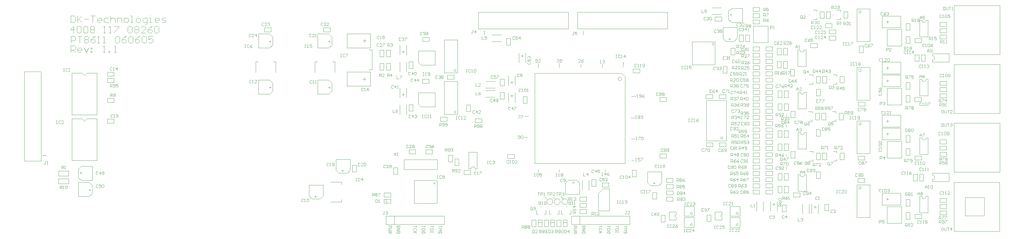
<source format=gto>
*%FSLAX23Y23*%
*%MOIN*%
G01*
D12*
X10615Y7074D02*
X10650Y7039D01*
X10555D02*
X10525Y7069D01*
X10460Y7034D02*
X10425Y7069D01*
X11355Y8624D02*
X11370Y8639D01*
X8725Y8799D02*
Y8829D01*
Y8314D02*
Y8284D01*
X10030Y8269D02*
Y8299D01*
Y8429D02*
Y8459D01*
X10155Y8749D02*
Y8779D01*
X13175Y6989D02*
Y6959D01*
X13670D02*
Y6929D01*
X10345Y8624D02*
Y8674D01*
X10600Y8679D02*
Y8624D01*
X10860Y8629D02*
Y8664D01*
X11115D02*
Y8629D01*
X10600Y7394D02*
Y7364D01*
X10345D02*
Y7394D01*
X11155D02*
Y7369D01*
X8740Y8814D02*
X8710D01*
Y8299D02*
X8740D01*
X10015Y8284D02*
X10045D01*
Y8444D02*
X10015D01*
X10140Y8764D02*
X10170D01*
X13160Y6974D02*
X13190D01*
X13655Y6944D02*
X13685D01*
X10230Y8039D02*
X10185D01*
X11465Y8279D02*
X11520D01*
X11505Y8019D02*
X11460D01*
X11465Y7764D02*
X11510D01*
X11495Y7509D02*
X11470D01*
X10220Y7784D02*
X10175D01*
X11530Y8264D02*
X11542D01*
X11536D01*
Y8299D01*
X11537D01*
X11536D02*
X11530Y8293D01*
X11559Y8270D02*
X11565Y8264D01*
X11577D01*
X11582Y8270D01*
Y8293D01*
X11577Y8299D01*
X11565D01*
X11559Y8293D01*
Y8287D01*
X11565Y8281D01*
X11582D01*
X11606Y8293D02*
X11617Y8299D01*
X11606Y8293D02*
X11594Y8281D01*
Y8270D01*
X11600Y8264D01*
X11612D01*
X11617Y8270D01*
Y8276D01*
X11612Y8281D01*
X11594D01*
X11527Y8009D02*
X11515D01*
X11521D02*
X11527D01*
X11521D02*
Y8044D01*
X11522D01*
X11521D02*
X11515Y8038D01*
X11544D02*
X11550Y8044D01*
X11562D01*
X11567Y8038D01*
Y8032D01*
X11562Y8026D01*
X11567Y8021D01*
Y8015D01*
X11562Y8009D01*
X11550D01*
X11544Y8015D01*
Y8021D01*
X11550Y8026D01*
X11544Y8032D01*
Y8038D01*
X11550Y8026D02*
X11562D01*
X11579Y8038D02*
X11585Y8044D01*
X11597D01*
X11602Y8038D01*
Y8032D01*
X11603D01*
X11602D02*
X11603D01*
X11602D02*
X11603D01*
X11602D02*
X11597Y8026D01*
X11591D01*
X11597D01*
X11602Y8021D01*
Y8015D01*
X11597Y8009D01*
X11585D01*
X11579Y8015D01*
X11532Y7754D02*
X11520D01*
X11526D02*
X11532D01*
X11526D02*
Y7789D01*
X11527D01*
X11526D02*
X11520Y7783D01*
X11549Y7789D02*
X11572D01*
Y7783D01*
X11549Y7760D01*
Y7754D01*
X11584Y7783D02*
X11590Y7789D01*
X11602D01*
X11607Y7783D01*
Y7760D01*
X11602Y7754D01*
X11590D01*
X11584Y7760D01*
Y7783D01*
X11527Y7499D02*
X11515D01*
X11521D02*
X11527D01*
X11521D02*
Y7534D01*
X11522D01*
X11521D02*
X11515Y7528D01*
X11544Y7534D02*
X11567D01*
X11544D02*
Y7516D01*
X11556Y7522D01*
X11562D01*
X11567Y7516D01*
Y7505D01*
X11562Y7499D01*
X11550D01*
X11544Y7505D01*
X11579Y7534D02*
X11602D01*
Y7528D01*
X11579Y7505D01*
Y7499D01*
X11122Y7324D02*
X11110D01*
X11116D02*
X11122D01*
X11116D02*
Y7359D01*
X11117D01*
X11116D02*
X11110Y7353D01*
X11157Y7359D02*
Y7324D01*
X11139Y7341D02*
X11157Y7359D01*
X11162Y7341D02*
X11139D01*
X11186Y7353D02*
X11197Y7359D01*
X11186Y7353D02*
X11174Y7341D01*
Y7330D01*
X11180Y7324D01*
X11192D01*
X11197Y7330D01*
Y7336D01*
X11192Y7341D01*
X11174D01*
X10572Y7314D02*
X10560D01*
X10566D02*
X10572D01*
X10566D02*
Y7349D01*
X10567D01*
X10566D02*
X10560Y7343D01*
X10589Y7314D02*
X10601D01*
X10595D01*
Y7349D01*
X10596D01*
X10595D02*
X10589Y7343D01*
X10618D02*
X10624Y7349D01*
X10636D01*
X10642Y7343D01*
Y7337D01*
X10636Y7331D01*
X10642Y7326D01*
Y7320D01*
X10636Y7314D01*
X10624D01*
X10618Y7320D01*
Y7326D01*
X10624Y7331D01*
X10618Y7337D01*
Y7343D01*
X10624Y7331D02*
X10636D01*
X10312Y7314D02*
X10300D01*
X10306D02*
X10312D01*
X10306D02*
Y7349D01*
X10307D01*
X10306D02*
X10300Y7343D01*
X10329D02*
X10335Y7349D01*
X10347D01*
X10352Y7343D01*
Y7320D01*
X10347Y7314D01*
X10335D01*
X10329Y7320D01*
Y7343D01*
X10364Y7349D02*
X10387D01*
X10364D02*
Y7331D01*
X10376Y7337D01*
X10382D01*
X10387Y7331D01*
Y7320D01*
X10382Y7314D01*
X10370D01*
X10364Y7320D01*
X10111Y7769D02*
X10105Y7775D01*
X10111Y7769D02*
X10122D01*
X10128Y7775D01*
Y7798D01*
X10122Y7804D01*
X10111D01*
X10105Y7798D01*
Y7792D01*
X10111Y7786D01*
X10128D01*
X10140Y7798D02*
X10146Y7804D01*
X10157D01*
X10163Y7798D01*
Y7775D01*
X10157Y7769D01*
X10146D01*
X10140Y7775D01*
Y7798D01*
X10128Y8044D02*
X10105D01*
X10128D02*
Y8038D01*
X10105Y8015D01*
Y8009D01*
X10140Y8044D02*
X10163D01*
Y8038D01*
X10140Y8015D01*
Y8009D01*
X11365Y8649D02*
X11377D01*
X11371D01*
Y8684D01*
X11372D01*
X11371D02*
X11365Y8678D01*
X10338Y8724D02*
X10315D01*
Y8706D01*
X10327Y8712D01*
X10332D01*
X10338Y8706D01*
Y8695D01*
X10332Y8689D01*
X10321D01*
X10315Y8695D01*
X10350Y8689D02*
X10373D01*
X10350D02*
X10373Y8712D01*
Y8718D01*
X10367Y8724D01*
X10356D01*
X10350Y8718D01*
X10570D02*
X10576Y8724D01*
X10587D01*
X10593Y8718D01*
Y8712D01*
X10594D01*
X10593D02*
X10594D01*
X10593D02*
X10594D01*
X10593D02*
X10587Y8706D01*
X10582D01*
X10587D01*
X10593Y8701D01*
Y8695D01*
X10587Y8689D01*
X10576D01*
X10570Y8695D01*
X10605D02*
X10611Y8689D01*
X10622D01*
X10628Y8695D01*
Y8718D01*
X10622Y8724D01*
X10611D01*
X10605Y8718D01*
Y8712D01*
X10611Y8706D01*
X10628D01*
X10830Y8689D02*
X10853D01*
X10830D02*
X10853Y8712D01*
Y8718D01*
X10847Y8724D01*
X10836D01*
X10830Y8718D01*
X10877D02*
X10888Y8724D01*
X10877Y8718D02*
X10865Y8706D01*
Y8695D01*
X10871Y8689D01*
X10882D01*
X10888Y8695D01*
Y8701D01*
X10882Y8706D01*
X10865D01*
X11090Y8679D02*
X11102D01*
X11096D01*
Y8714D01*
X11097D01*
X11096D02*
X11090Y8708D01*
X11119D02*
X11125Y8714D01*
X11137D01*
X11142Y8708D01*
Y8702D01*
X11143D01*
X11142D02*
X11143D01*
X11142D02*
X11143D01*
X11142D02*
X11137Y8696D01*
X11131D01*
X11137D01*
X11142Y8691D01*
Y8685D01*
X11137Y8679D01*
X11125D01*
X11119Y8685D01*
X8885Y6719D02*
Y6696D01*
Y6707D01*
X8850D01*
X8885Y6667D02*
X8879Y6661D01*
X8885Y6667D02*
Y6678D01*
X8879Y6684D01*
X8856D01*
X8850Y6678D01*
Y6667D01*
X8856Y6661D01*
X8850Y6649D02*
X8885D01*
X8862D02*
X8850D01*
X8862D02*
X8885Y6626D01*
X8867Y6643D01*
X8850Y6626D01*
X8985Y6696D02*
Y6719D01*
Y6707D02*
Y6696D01*
Y6707D02*
X8950D01*
Y6684D02*
X8985D01*
X8950D02*
Y6667D01*
X8956Y6661D01*
X8979D01*
X8985Y6667D01*
Y6684D01*
Y6643D02*
Y6632D01*
Y6643D02*
X8979Y6649D01*
X8956D01*
X8950Y6643D01*
Y6632D01*
X8956Y6626D01*
X8979D01*
X8985Y6632D01*
X9085Y6696D02*
Y6719D01*
Y6707D02*
Y6696D01*
Y6707D02*
X9050D01*
Y6684D02*
X9085D01*
X9050D02*
Y6667D01*
X9056Y6661D01*
X9079D01*
X9085Y6667D01*
Y6684D01*
Y6649D02*
Y6637D01*
Y6643D01*
X9050D01*
Y6649D01*
Y6637D01*
X9185Y6696D02*
Y6719D01*
Y6707D02*
Y6696D01*
Y6707D02*
X9150D01*
Y6684D02*
X9185D01*
X9173Y6672D01*
X9185Y6661D01*
X9150D01*
X9179Y6626D02*
X9185Y6632D01*
Y6643D01*
X9179Y6649D01*
X9173D01*
X9167Y6643D01*
Y6632D01*
X9162Y6626D01*
X9156D01*
X9150Y6632D01*
Y6643D01*
X9156Y6649D01*
X8685Y6702D02*
X8679Y6696D01*
X8685Y6702D02*
Y6713D01*
X8679Y6719D01*
X8656D01*
X8650Y6713D01*
Y6702D01*
X8656Y6696D01*
X8667D01*
Y6707D01*
X8650Y6684D02*
X8685D01*
X8650Y6661D01*
X8685D01*
Y6649D02*
X8650D01*
Y6632D01*
X8656Y6626D01*
X8679D01*
X8685Y6632D01*
Y6649D01*
X11110Y6696D02*
Y6719D01*
Y6707D02*
Y6696D01*
Y6707D02*
X11075D01*
X11110Y6667D02*
X11104Y6661D01*
X11110Y6667D02*
Y6678D01*
X11104Y6684D01*
X11081D01*
X11075Y6678D01*
Y6667D01*
X11081Y6661D01*
X11075Y6649D02*
X11110D01*
X11087D02*
X11075D01*
X11087D02*
X11110Y6626D01*
X11092Y6643D01*
X11075Y6626D01*
X11210Y6696D02*
Y6719D01*
Y6707D02*
Y6696D01*
Y6707D02*
X11175D01*
Y6684D02*
X11210D01*
X11175D02*
Y6667D01*
X11181Y6661D01*
X11204D01*
X11210Y6667D01*
Y6684D01*
Y6643D02*
Y6632D01*
Y6643D02*
X11204Y6649D01*
X11181D01*
X11175Y6643D01*
Y6632D01*
X11181Y6626D01*
X11204D01*
X11210Y6632D01*
X11310Y6696D02*
Y6719D01*
Y6707D02*
Y6696D01*
Y6707D02*
X11275D01*
Y6684D02*
X11310D01*
X11275D02*
Y6667D01*
X11281Y6661D01*
X11304D01*
X11310Y6667D01*
Y6684D01*
Y6649D02*
Y6637D01*
Y6643D01*
X11275D01*
Y6649D01*
Y6637D01*
X11410Y6696D02*
Y6719D01*
Y6707D02*
Y6696D01*
Y6707D02*
X11375D01*
Y6684D02*
X11410D01*
X11398Y6672D01*
X11410Y6661D01*
X11375D01*
X11404Y6626D02*
X11410Y6632D01*
Y6643D01*
X11404Y6649D01*
X11398D01*
X11392Y6643D01*
Y6632D01*
X11387Y6626D01*
X11381D01*
X11375Y6632D01*
Y6643D01*
X11381Y6649D01*
X10910Y6702D02*
X10904Y6696D01*
X10910Y6702D02*
Y6713D01*
X10904Y6719D01*
X10881D01*
X10875Y6713D01*
Y6702D01*
X10881Y6696D01*
X10892D01*
Y6707D01*
X10875Y6684D02*
X10910D01*
X10875Y6661D01*
X10910D01*
Y6649D02*
X10875D01*
Y6632D01*
X10881Y6626D01*
X10904D01*
X10910Y6632D01*
Y6649D01*
X10810Y6719D02*
X10775D01*
X10810D02*
Y6702D01*
X10804Y6696D01*
X10792D01*
X10787Y6702D01*
Y6719D01*
X10775Y6684D02*
X10810D01*
X10787Y6672D02*
X10775Y6684D01*
X10787Y6672D02*
X10775Y6661D01*
X10810D01*
Y6649D02*
X10775D01*
X10810D02*
Y6632D01*
X10804Y6626D01*
X10792D01*
X10787Y6632D01*
Y6649D01*
Y6637D02*
X10775Y6626D01*
X8585Y6719D02*
X8550D01*
X8585D02*
Y6702D01*
X8579Y6696D01*
X8567D01*
X8562Y6702D01*
Y6719D01*
X8550Y6684D02*
X8585D01*
X8562Y6672D02*
X8550Y6684D01*
X8562Y6672D02*
X8550Y6661D01*
X8585D01*
Y6649D02*
X8550D01*
X8585D02*
Y6632D01*
X8579Y6626D01*
X8567D01*
X8562Y6632D01*
Y6649D01*
Y6637D02*
X8550Y6626D01*
X14757Y7851D02*
Y7886D01*
X14774D01*
X14780Y7880D01*
Y7868D01*
X14774Y7862D01*
X14757D01*
X14768D02*
X14780Y7851D01*
X14792Y7880D02*
X14797Y7886D01*
X14809D01*
X14815Y7880D01*
Y7874D01*
X14809Y7868D01*
X14815Y7862D01*
Y7857D01*
X14809Y7851D01*
X14797D01*
X14792Y7857D01*
Y7862D01*
X14797Y7868D01*
X14792Y7874D01*
Y7880D01*
X14797Y7868D02*
X14809D01*
X14827Y7880D02*
X14832Y7886D01*
X14844D01*
X14850Y7880D01*
Y7857D01*
X14844Y7851D01*
X14832D01*
X14827Y7857D01*
Y7880D01*
X14758Y8491D02*
Y8526D01*
X14775D01*
X14781Y8520D01*
Y8508D01*
X14775Y8502D01*
X14758D01*
X14769D02*
X14781Y8491D01*
X14793Y8526D02*
X14816D01*
Y8520D01*
X14793Y8497D01*
Y8491D01*
X14828Y8526D02*
X14851D01*
X14828D02*
Y8508D01*
X14839Y8514D01*
X14845D01*
X14851Y8508D01*
Y8497D01*
X14845Y8491D01*
X14833D01*
X14828Y8497D01*
X14758Y8156D02*
Y8121D01*
Y8156D02*
X14775D01*
X14781Y8150D01*
Y8138D01*
X14775Y8132D01*
X14758D01*
X14769D02*
X14781Y8121D01*
X14793Y8156D02*
X14816D01*
Y8150D01*
X14793Y8127D01*
Y8121D01*
X14828Y8150D02*
X14833Y8156D01*
X14845D01*
X14851Y8150D01*
Y8144D01*
X14845Y8138D01*
X14851Y8132D01*
Y8127D01*
X14845Y8121D01*
X14833D01*
X14828Y8127D01*
Y8132D01*
X14833Y8138D01*
X14828Y8144D01*
Y8150D01*
X14833Y8138D02*
X14845D01*
X14952Y8484D02*
X14952Y8481D01*
X14953Y8478D01*
X14954Y8474D01*
X14955Y8472D01*
X14957Y8469D01*
X14959Y8466D01*
X14962Y8464D01*
X14964Y8462D01*
X14967Y8461D01*
X14971Y8460D01*
X14974Y8459D01*
X14977Y8459D01*
X14980Y8459D01*
X14983Y8460D01*
X14987Y8461D01*
X14990Y8462D01*
X14992Y8464D01*
X14995Y8466D01*
X14997Y8469D01*
X14999Y8472D01*
X15000Y8474D01*
X15001Y8478D01*
X15002Y8481D01*
X15002Y8484D01*
X15027D02*
Y8284D01*
X14927D02*
Y8484D01*
Y8284D02*
X15027D01*
Y8484D02*
X15002D01*
X14952D02*
X14927D01*
X14926Y8500D02*
Y8523D01*
X14938Y8535D01*
X14949Y8523D01*
Y8500D01*
Y8517D01*
X14926D01*
X14973Y8529D02*
X14984Y8535D01*
X14973Y8529D02*
X14961Y8517D01*
Y8506D01*
X14967Y8500D01*
X14978D01*
X14984Y8506D01*
Y8512D01*
X14978Y8517D01*
X14961D01*
X15165Y8194D02*
Y8159D01*
Y8194D02*
X15182D01*
X15188Y8188D01*
Y8176D01*
X15182Y8171D01*
X15165D01*
X15177D02*
X15188Y8159D01*
X15200Y8165D02*
X15206Y8159D01*
X15217D01*
X15223Y8165D01*
Y8188D01*
X15217Y8194D01*
X15206D01*
X15200Y8188D01*
Y8182D01*
X15206Y8176D01*
X15223D01*
X15235Y8159D02*
X15247D01*
X15241D01*
Y8194D01*
X15242D01*
X15241D02*
X15235Y8188D01*
X15160Y8209D02*
Y8244D01*
X15177D01*
X15183Y8238D01*
Y8226D01*
X15177Y8221D01*
X15160D01*
X15172D02*
X15183Y8209D01*
X15195Y8244D02*
X15218D01*
Y8238D01*
X15195Y8215D01*
Y8209D01*
X15247D02*
Y8244D01*
X15230Y8226D01*
X15253D01*
X15194Y8540D02*
X15188Y8546D01*
X15176D01*
X15171Y8540D01*
Y8517D01*
X15176Y8511D01*
X15188D01*
X15194Y8517D01*
X15206Y8511D02*
X15217D01*
X15211D01*
Y8546D01*
X15212D01*
X15211D02*
X15206Y8540D01*
X15235D02*
X15241Y8546D01*
X15252D01*
X15258Y8540D01*
Y8517D01*
X15252Y8511D01*
X15241D01*
X15235Y8517D01*
Y8540D01*
X15270D02*
X15276Y8546D01*
X15287D01*
X15293Y8540D01*
Y8534D01*
X15287Y8528D01*
X15293Y8522D01*
Y8517D01*
X15287Y8511D01*
X15276D01*
X15270Y8517D01*
Y8522D01*
X15276Y8528D01*
X15270Y8534D01*
Y8540D01*
X15276Y8528D02*
X15287D01*
X14742Y8839D02*
Y8874D01*
X14759D01*
X14765Y8868D01*
Y8856D01*
X14759Y8851D01*
X14742D01*
X14754D02*
X14765Y8839D01*
X14777D02*
X14789D01*
X14783D01*
Y8874D01*
X14784D01*
X14783D02*
X14777Y8868D01*
X14806D02*
X14812Y8874D01*
X14824D01*
X14829Y8868D01*
Y8862D01*
X14824Y8856D01*
X14829Y8851D01*
Y8845D01*
X14824Y8839D01*
X14812D01*
X14806Y8845D01*
Y8851D01*
X14812Y8856D01*
X14806Y8862D01*
Y8868D01*
X14812Y8856D02*
X14824D01*
X14833Y9176D02*
Y9211D01*
X14850D01*
X14856Y9205D01*
Y9193D01*
X14850Y9187D01*
X14833D01*
X14844D02*
X14856Y9176D01*
X14868D02*
X14879D01*
X14873D01*
Y9211D01*
X14874D01*
X14873D02*
X14868Y9205D01*
X14897Y9182D02*
X14903Y9176D01*
X14914D01*
X14920Y9182D01*
Y9205D01*
X14914Y9211D01*
X14903D01*
X14897Y9205D01*
Y9199D01*
X14903Y9193D01*
X14920D01*
X14526Y8859D02*
Y8824D01*
Y8859D02*
X14543D01*
X14549Y8853D01*
Y8841D01*
X14543Y8836D01*
X14526D01*
X14561Y8824D02*
X14584D01*
X14561D02*
X14584Y8847D01*
Y8853D01*
X14578Y8859D01*
X14567D01*
X14561Y8853D01*
X14451Y8209D02*
Y8174D01*
Y8209D02*
X14468D01*
X14474Y8203D01*
Y8191D01*
X14468Y8186D01*
X14451D01*
X14486Y8203D02*
X14492Y8209D01*
X14503D01*
X14509Y8203D01*
Y8197D01*
X14510D01*
X14509D02*
X14510D01*
X14509D02*
X14510D01*
X14509D02*
X14503Y8191D01*
X14498D01*
X14503D01*
X14509Y8186D01*
Y8180D01*
X14503Y8174D01*
X14492D01*
X14486Y8180D01*
X15040Y8959D02*
Y8994D01*
X15057D01*
X15063Y8988D01*
Y8976D01*
X15057Y8971D01*
X15040D01*
X15052D02*
X15063Y8959D01*
X15075D02*
X15087D01*
X15081D01*
Y8994D01*
X15082D01*
X15081D02*
X15075Y8988D01*
X15104Y8994D02*
X15127D01*
X15104D02*
Y8976D01*
X15116Y8982D01*
X15122D01*
X15127Y8976D01*
Y8965D01*
X15122Y8959D01*
X15110D01*
X15104Y8965D01*
X14983Y8903D02*
X14977Y8909D01*
X14966D01*
X14960Y8903D01*
Y8880D01*
X14966Y8874D01*
X14977D01*
X14983Y8880D01*
X14995Y8874D02*
X15007D01*
X15001D01*
Y8909D01*
X15002D01*
X15001D02*
X14995Y8903D01*
X15024D02*
X15030Y8909D01*
X15042D01*
X15047Y8903D01*
Y8880D01*
X15042Y8874D01*
X15030D01*
X15024Y8880D01*
Y8903D01*
X15071D02*
X15082Y8909D01*
X15071Y8903D02*
X15059Y8891D01*
Y8880D01*
X15065Y8874D01*
X15077D01*
X15082Y8880D01*
Y8886D01*
X15077Y8891D01*
X15059D01*
X15002Y9194D02*
X15002Y9191D01*
X15001Y9188D01*
X15000Y9184D01*
X14999Y9182D01*
X14997Y9179D01*
X14995Y9176D01*
X14992Y9174D01*
X14990Y9172D01*
X14987Y9171D01*
X14983Y9170D01*
X14980Y9169D01*
X14977Y9169D01*
X14974Y9169D01*
X14971Y9170D01*
X14967Y9171D01*
X14964Y9172D01*
X14962Y9174D01*
X14959Y9176D01*
X14957Y9179D01*
X14955Y9182D01*
X14954Y9184D01*
X14953Y9188D01*
X14952Y9191D01*
X14952Y9194D01*
X14927D02*
Y8994D01*
X15027D02*
Y9194D01*
X14952D02*
X14927D01*
X15002D02*
X15027D01*
Y8994D02*
X14927D01*
X14928Y9208D02*
Y9231D01*
X14940Y9243D01*
X14951Y9231D01*
Y9208D01*
Y9225D01*
X14928D01*
X14963Y9243D02*
X14986D01*
X14963D02*
Y9225D01*
X14975Y9231D01*
X14980D01*
X14986Y9225D01*
Y9214D01*
X14980Y9208D01*
X14969D01*
X14963Y9214D01*
X15183Y9261D02*
X15189Y9255D01*
X15183Y9261D02*
X15172D01*
X15166Y9255D01*
Y9232D01*
X15172Y9226D01*
X15183D01*
X15189Y9232D01*
X15201Y9226D02*
X15212D01*
X15207D01*
Y9261D01*
X15208D01*
X15207D02*
X15201Y9255D01*
X15230D02*
X15236Y9261D01*
X15247D01*
X15253Y9255D01*
Y9232D01*
X15247Y9226D01*
X15236D01*
X15230Y9232D01*
Y9255D01*
X15265Y9261D02*
X15288D01*
X15265D02*
Y9243D01*
X15277Y9249D01*
X15282D01*
X15288Y9243D01*
Y9232D01*
X15282Y9226D01*
X15271D01*
X15265Y9232D01*
X14943Y8201D02*
X14949Y8195D01*
X14943Y8201D02*
X14931D01*
X14926Y8195D01*
Y8172D01*
X14931Y8166D01*
X14943D01*
X14949Y8172D01*
X14961Y8166D02*
X14972D01*
X14966D01*
Y8201D01*
X14967D01*
X14966D02*
X14961Y8195D01*
X14990D02*
X14996Y8201D01*
X15007D01*
X15013Y8195D01*
Y8172D01*
X15007Y8166D01*
X14996D01*
X14990Y8172D01*
Y8195D01*
X15025Y8201D02*
X15048D01*
Y8195D01*
X15025Y8172D01*
Y8166D01*
X15002Y7779D02*
X15002Y7776D01*
X15001Y7773D01*
X15000Y7769D01*
X14999Y7766D01*
X14997Y7764D01*
X14995Y7761D01*
X14992Y7759D01*
X14990Y7757D01*
X14987Y7756D01*
X14983Y7755D01*
X14980Y7754D01*
X14977Y7754D01*
X14974Y7754D01*
X14971Y7755D01*
X14967Y7756D01*
X14964Y7757D01*
X14962Y7759D01*
X14959Y7761D01*
X14957Y7764D01*
X14955Y7766D01*
X14954Y7769D01*
X14953Y7773D01*
X14952Y7776D01*
X14952Y7779D01*
X14927D02*
Y7579D01*
X15027D02*
Y7779D01*
X14952D02*
X14927D01*
X15002D02*
X15027D01*
Y7579D02*
X14927D01*
X14928Y7793D02*
Y7816D01*
X14940Y7828D01*
X14951Y7816D01*
Y7793D01*
Y7810D01*
X14928D01*
X14963Y7828D02*
X14986D01*
Y7822D01*
X14963Y7799D01*
Y7793D01*
X15173Y7846D02*
X15179Y7840D01*
X15173Y7846D02*
X15161D01*
X15156Y7840D01*
Y7817D01*
X15161Y7811D01*
X15173D01*
X15179Y7817D01*
X15191Y7811D02*
X15202D01*
X15196D01*
Y7846D01*
X15197D01*
X15196D02*
X15191Y7840D01*
X15220D02*
X15226Y7846D01*
X15237D01*
X15243Y7840D01*
Y7817D01*
X15237Y7811D01*
X15226D01*
X15220Y7817D01*
Y7840D01*
X15255Y7817D02*
X15261Y7811D01*
X15272D01*
X15278Y7817D01*
Y7840D01*
X15272Y7846D01*
X15261D01*
X15255Y7840D01*
Y7834D01*
X15261Y7828D01*
X15278D01*
X15080Y8716D02*
X15083Y8716D01*
X15086Y8717D01*
X15090Y8718D01*
X15092Y8719D01*
X15095Y8721D01*
X15098Y8723D01*
X15100Y8726D01*
X15102Y8728D01*
X15103Y8731D01*
X15104Y8735D01*
X15105Y8738D01*
X15105Y8741D01*
X15105Y8744D01*
X15104Y8747D01*
X15103Y8751D01*
X15102Y8754D01*
X15100Y8756D01*
X15098Y8759D01*
X15095Y8761D01*
X15092Y8763D01*
X15090Y8764D01*
X15086Y8765D01*
X15083Y8766D01*
X15080Y8766D01*
Y8716D02*
Y8691D01*
Y8766D02*
Y8791D01*
X15280D02*
Y8691D01*
X15080D01*
Y8791D02*
X15280D01*
X15018Y8808D02*
Y8831D01*
X15030Y8843D01*
X15041Y8831D01*
Y8808D01*
Y8825D01*
X15018D01*
X15053Y8814D02*
X15059Y8808D01*
X15070D01*
X15076Y8814D01*
Y8837D01*
X15070Y8843D01*
X15059D01*
X15053Y8837D01*
Y8831D01*
X15059Y8825D01*
X15076D01*
X14938Y8656D02*
X14944Y8650D01*
X14938Y8656D02*
X14926D01*
X14921Y8650D01*
Y8627D01*
X14926Y8621D01*
X14938D01*
X14944Y8627D01*
X14956Y8621D02*
X14967D01*
X14961D01*
Y8656D01*
X14962D01*
X14961D02*
X14956Y8650D01*
X14985Y8621D02*
X14996D01*
X14991D01*
Y8656D01*
X14992D01*
X14991D02*
X14985Y8650D01*
X15014D02*
X15020Y8656D01*
X15031D01*
X15037Y8650D01*
Y8644D01*
X15038D01*
X15037D02*
X15038D01*
X15037D02*
X15038D01*
X15037D02*
X15031Y8638D01*
X15026D01*
X15031D01*
X15037Y8632D01*
Y8627D01*
X15031Y8621D01*
X15020D01*
X15014Y8627D01*
X14764Y8820D02*
X14758Y8826D01*
X14746D01*
X14741Y8820D01*
Y8797D01*
X14746Y8791D01*
X14758D01*
X14764Y8797D01*
X14776Y8791D02*
X14787D01*
X14781D01*
Y8826D01*
X14782D01*
X14781D02*
X14776Y8820D01*
X14805Y8791D02*
X14816D01*
X14811D01*
Y8826D01*
X14812D01*
X14811D02*
X14805Y8820D01*
X14851Y8826D02*
Y8791D01*
X14834Y8808D02*
X14851Y8826D01*
X14857Y8808D02*
X14834D01*
X15175Y8919D02*
Y8954D01*
X15192D01*
X15198Y8948D01*
Y8936D01*
X15192Y8931D01*
X15175D01*
X15187D02*
X15198Y8919D01*
X15210D02*
X15222D01*
X15216D01*
Y8954D01*
X15217D01*
X15216D02*
X15210Y8948D01*
X15239Y8919D02*
X15251D01*
X15245D01*
Y8954D01*
X15246D01*
X15245D02*
X15239Y8948D01*
X15205Y7950D02*
X15194D01*
X15188Y7945D01*
Y7921D01*
X15194Y7915D01*
X15205D01*
X15211Y7921D01*
Y7945D01*
X15205Y7950D01*
X15223D02*
Y7921D01*
X15229Y7915D01*
X15240D01*
X15246Y7921D01*
Y7950D01*
X15258D02*
X15281D01*
X15270D01*
Y7915D01*
X15293Y7945D02*
X15299Y7950D01*
X15310D01*
X15316Y7945D01*
Y7939D01*
X15317D01*
X15316D02*
X15317D01*
X15316D02*
X15317D01*
X15316D02*
X15310Y7933D01*
X15304D01*
X15310D01*
X15316Y7927D01*
Y7921D01*
X15310Y7915D01*
X15299D01*
X15293Y7921D01*
X15225Y9354D02*
X15214D01*
X15208Y9349D01*
Y9325D01*
X15214Y9319D01*
X15225D01*
X15231Y9325D01*
Y9349D01*
X15225Y9354D01*
X15243D02*
Y9325D01*
X15249Y9319D01*
X15260D01*
X15266Y9325D01*
Y9354D01*
X15278D02*
X15301D01*
X15290D01*
Y9319D01*
X15313D02*
X15324D01*
X15319D01*
Y9354D01*
X15320D01*
X15319D02*
X15313Y9349D01*
X15206Y8109D02*
X15195D01*
X15189Y8104D01*
Y8080D01*
X15195Y8074D01*
X15206D01*
X15212Y8080D01*
Y8104D01*
X15206Y8109D01*
X15224D02*
Y8080D01*
X15230Y8074D01*
X15241D01*
X15247Y8080D01*
Y8109D01*
X15259D02*
X15282D01*
X15271D01*
Y8074D01*
X15294D02*
X15317D01*
X15294D02*
X15317Y8098D01*
Y8104D01*
X15311Y8109D01*
X15300D01*
X15294Y8104D01*
X14441Y6784D02*
Y6749D01*
Y6784D02*
X14458D01*
X14464Y6778D01*
Y6766D01*
X14458Y6761D01*
X14441D01*
X14476Y6784D02*
X14499D01*
X14476D02*
Y6766D01*
X14488Y6772D01*
X14493D01*
X14499Y6766D01*
Y6755D01*
X14493Y6749D01*
X14482D01*
X14476Y6755D01*
X14752Y6746D02*
Y6711D01*
Y6746D02*
X14769D01*
X14775Y6740D01*
Y6728D01*
X14769Y6722D01*
X14752D01*
X14763D02*
X14775Y6711D01*
X14787Y6740D02*
X14792Y6746D01*
X14804D01*
X14810Y6740D01*
Y6734D01*
X14804Y6728D01*
X14810Y6722D01*
Y6717D01*
X14804Y6711D01*
X14792D01*
X14787Y6717D01*
Y6722D01*
X14792Y6728D01*
X14787Y6734D01*
Y6740D01*
X14792Y6728D02*
X14804D01*
X14822Y6711D02*
X14845D01*
X14822D02*
X14845Y6734D01*
Y6740D01*
X14839Y6746D01*
X14827D01*
X14822Y6740D01*
X14757Y7081D02*
Y7116D01*
X14774D01*
X14780Y7110D01*
Y7098D01*
X14774Y7092D01*
X14757D01*
X14768D02*
X14780Y7081D01*
X14792Y7110D02*
X14797Y7116D01*
X14809D01*
X14815Y7110D01*
Y7104D01*
X14809Y7098D01*
X14815Y7092D01*
Y7087D01*
X14809Y7081D01*
X14797D01*
X14792Y7087D01*
Y7092D01*
X14797Y7098D01*
X14792Y7104D01*
Y7110D01*
X14797Y7098D02*
X14809D01*
X14827Y7081D02*
X14838D01*
X14832D01*
Y7116D01*
X14833D01*
X14832D02*
X14827Y7110D01*
X14742Y7486D02*
Y7521D01*
X14759D01*
X14765Y7515D01*
Y7503D01*
X14759Y7497D01*
X14742D01*
X14753D02*
X14765Y7486D01*
X14777Y7521D02*
X14800D01*
Y7515D01*
X14777Y7492D01*
Y7486D01*
X14812Y7492D02*
X14817Y7486D01*
X14829D01*
X14835Y7492D01*
Y7515D01*
X14829Y7521D01*
X14817D01*
X14812Y7515D01*
Y7509D01*
X14817Y7503D01*
X14835D01*
X14451Y7519D02*
Y7554D01*
X14468D01*
X14474Y7548D01*
Y7536D01*
X14468Y7531D01*
X14451D01*
X14503Y7519D02*
Y7554D01*
X14486Y7536D01*
X14509D01*
X14728Y7371D02*
X14734Y7365D01*
X14728Y7371D02*
X14716D01*
X14711Y7365D01*
Y7342D01*
X14716Y7336D01*
X14728D01*
X14734Y7342D01*
X14746Y7336D02*
X14757D01*
X14751D01*
Y7371D01*
X14752D01*
X14751D02*
X14746Y7365D01*
X14775Y7336D02*
X14786D01*
X14781D01*
Y7371D01*
X14782D01*
X14781D02*
X14775Y7365D01*
X14816D02*
X14827Y7371D01*
X14816Y7365D02*
X14804Y7353D01*
Y7342D01*
X14810Y7336D01*
X14821D01*
X14827Y7342D01*
Y7347D01*
X14821Y7353D01*
X14804D01*
X14943Y7416D02*
X14949Y7410D01*
X14943Y7416D02*
X14931D01*
X14926Y7410D01*
Y7387D01*
X14931Y7381D01*
X14943D01*
X14949Y7387D01*
X14961Y7381D02*
X14972D01*
X14966D01*
Y7416D01*
X14967D01*
X14966D02*
X14961Y7410D01*
X14990Y7381D02*
X15001D01*
X14996D01*
Y7416D01*
X14997D01*
X14996D02*
X14990Y7410D01*
X15019Y7381D02*
X15031D01*
X15025D01*
Y7416D01*
X15026D01*
X15025D02*
X15019Y7410D01*
X14918Y6781D02*
X14924Y6775D01*
X14918Y6781D02*
X14906D01*
X14901Y6775D01*
Y6752D01*
X14906Y6746D01*
X14918D01*
X14924Y6752D01*
X14936Y6746D02*
X14947D01*
X14941D01*
Y6781D01*
X14942D01*
X14941D02*
X14936Y6775D01*
X14965Y6746D02*
X14976D01*
X14971D01*
Y6781D01*
X14972D01*
X14971D02*
X14965Y6775D01*
X14994Y6781D02*
X15017D01*
X14994D02*
Y6763D01*
X15006Y6769D01*
X15011D01*
X15017Y6763D01*
Y6752D01*
X15011Y6746D01*
X15000D01*
X14994Y6752D01*
X15165Y7504D02*
Y7539D01*
X15182D01*
X15188Y7533D01*
Y7521D01*
X15182Y7516D01*
X15165D01*
X15177D02*
X15188Y7504D01*
X15200Y7539D02*
X15223D01*
Y7533D01*
X15200Y7510D01*
Y7504D01*
X15247Y7533D02*
X15258Y7539D01*
X15247Y7533D02*
X15235Y7521D01*
Y7510D01*
X15241Y7504D01*
X15252D01*
X15258Y7510D01*
Y7516D01*
X15252Y7521D01*
X15235D01*
X14894Y7485D02*
X14888Y7491D01*
X14876D01*
X14871Y7485D01*
Y7462D01*
X14876Y7456D01*
X14888D01*
X14894Y7462D01*
X14906Y7456D02*
X14917D01*
X14911D01*
Y7491D01*
X14912D01*
X14911D02*
X14906Y7485D01*
X14935Y7456D02*
X14946D01*
X14941D01*
Y7491D01*
X14942D01*
X14941D02*
X14935Y7485D01*
X14964D02*
X14970Y7491D01*
X14981D01*
X14987Y7485D01*
Y7462D01*
X14981Y7456D01*
X14970D01*
X14964Y7462D01*
Y7485D01*
X15160Y6834D02*
Y6799D01*
Y6834D02*
X15177D01*
X15183Y6828D01*
Y6816D01*
X15177Y6811D01*
X15160D01*
X15172D02*
X15183Y6799D01*
X15195Y6834D02*
X15218D01*
Y6828D01*
X15195Y6805D01*
Y6799D01*
X15230Y6834D02*
X15253D01*
Y6828D01*
X15230Y6805D01*
Y6799D01*
X15002Y7074D02*
X15002Y7071D01*
X15001Y7068D01*
X15000Y7064D01*
X14999Y7062D01*
X14997Y7059D01*
X14995Y7056D01*
X14992Y7054D01*
X14990Y7052D01*
X14987Y7051D01*
X14983Y7050D01*
X14980Y7049D01*
X14977Y7049D01*
X14974Y7049D01*
X14971Y7050D01*
X14967Y7051D01*
X14964Y7052D01*
X14962Y7054D01*
X14959Y7056D01*
X14957Y7059D01*
X14955Y7062D01*
X14954Y7064D01*
X14953Y7068D01*
X14952Y7071D01*
X14952Y7074D01*
X15027D02*
Y6874D01*
X14927D02*
Y7074D01*
Y6874D02*
X15027D01*
Y7074D02*
X15002D01*
X14952D02*
X14927D01*
X14903Y7086D02*
Y7109D01*
X14915Y7121D01*
X14926Y7109D01*
Y7086D01*
Y7103D01*
X14903D01*
X14938Y7115D02*
X14944Y7121D01*
X14955D01*
X14961Y7115D01*
Y7109D01*
X14955Y7103D01*
X14961Y7098D01*
Y7092D01*
X14955Y7086D01*
X14944D01*
X14938Y7092D01*
Y7098D01*
X14944Y7103D01*
X14938Y7109D01*
Y7115D01*
X14944Y7103D02*
X14955D01*
X15188Y7131D02*
X15194Y7125D01*
X15188Y7131D02*
X15176D01*
X15171Y7125D01*
Y7102D01*
X15176Y7096D01*
X15188D01*
X15194Y7102D01*
X15206Y7096D02*
X15217D01*
X15211D01*
Y7131D01*
X15212D01*
X15211D02*
X15206Y7125D01*
X15235Y7096D02*
X15246D01*
X15241D01*
Y7131D01*
X15242D01*
X15241D02*
X15235Y7125D01*
X15264Y7096D02*
X15287D01*
X15264D02*
X15287Y7119D01*
Y7125D01*
X15281Y7131D01*
X15270D01*
X15264Y7125D01*
X15080Y7276D02*
X15083Y7276D01*
X15086Y7277D01*
X15090Y7278D01*
X15092Y7279D01*
X15095Y7281D01*
X15098Y7283D01*
X15100Y7286D01*
X15102Y7288D01*
X15103Y7291D01*
X15104Y7295D01*
X15105Y7298D01*
X15105Y7301D01*
X15105Y7304D01*
X15104Y7307D01*
X15103Y7311D01*
X15102Y7314D01*
X15100Y7316D01*
X15098Y7319D01*
X15095Y7321D01*
X15092Y7323D01*
X15090Y7324D01*
X15086Y7325D01*
X15083Y7326D01*
X15080Y7326D01*
Y7276D02*
Y7251D01*
Y7326D02*
Y7351D01*
X15280D02*
Y7251D01*
X15080D01*
Y7351D02*
X15280D01*
X14993Y7191D02*
Y7168D01*
Y7191D02*
X15005Y7203D01*
X15016Y7191D01*
Y7168D01*
Y7185D01*
X14993D01*
X15028Y7168D02*
X15040D01*
X15034D01*
Y7203D01*
X15035D01*
X15034D02*
X15028Y7197D01*
X15057D02*
X15063Y7203D01*
X15075D01*
X15080Y7197D01*
Y7174D01*
X15075Y7168D01*
X15063D01*
X15057Y7174D01*
Y7197D01*
X15165Y7459D02*
Y7494D01*
X15182D01*
X15188Y7488D01*
Y7476D01*
X15182Y7471D01*
X15165D01*
X15177D02*
X15188Y7459D01*
X15200Y7465D02*
X15206Y7459D01*
X15217D01*
X15223Y7465D01*
Y7488D01*
X15217Y7494D01*
X15206D01*
X15200Y7488D01*
Y7482D01*
X15206Y7476D01*
X15223D01*
X15247Y7488D02*
X15258Y7494D01*
X15247Y7488D02*
X15235Y7476D01*
Y7465D01*
X15241Y7459D01*
X15252D01*
X15258Y7465D01*
Y7471D01*
X15252Y7476D01*
X15235D01*
X15160Y6784D02*
Y6749D01*
Y6784D02*
X15177D01*
X15183Y6778D01*
Y6766D01*
X15177Y6761D01*
X15160D01*
X15172D02*
X15183Y6749D01*
X15195Y6755D02*
X15201Y6749D01*
X15212D01*
X15218Y6755D01*
Y6778D01*
X15212Y6784D01*
X15201D01*
X15195Y6778D01*
Y6772D01*
X15201Y6766D01*
X15218D01*
X15230Y6784D02*
X15253D01*
Y6778D01*
X15230Y6755D01*
Y6749D01*
X15204Y6693D02*
X15193D01*
X15187Y6688D01*
Y6664D01*
X15193Y6658D01*
X15204D01*
X15210Y6664D01*
Y6688D01*
X15204Y6693D01*
X15222D02*
Y6664D01*
X15228Y6658D01*
X15239D01*
X15245Y6664D01*
Y6693D01*
X15257D02*
X15280D01*
X15269D01*
Y6658D01*
X15309D02*
Y6693D01*
X15292Y6676D01*
X15315D01*
X14018Y8928D02*
X14006D01*
X14012D02*
X14018D01*
X14012D02*
Y8893D01*
X14006D01*
X14018D01*
X14053Y8928D02*
X14058Y8922D01*
X14053Y8928D02*
X14041D01*
X14035Y8922D01*
Y8899D01*
X14041Y8893D01*
X14053D01*
X14058Y8899D01*
X14070Y8893D02*
X14082D01*
X14076D01*
Y8928D01*
X14077D01*
X14076D02*
X14070Y8922D01*
X14099Y8928D02*
X14123D01*
Y8922D01*
X14099Y8899D01*
Y8893D01*
X13957Y9152D02*
Y9175D01*
X13951Y9181D01*
X13940D01*
X13934Y9175D01*
Y9152D01*
X13940Y9146D01*
X13951D01*
X13957D02*
X13946Y9158D01*
X13951Y9146D02*
X13957Y9152D01*
X13969Y9146D02*
X13981D01*
X13975D01*
Y9181D01*
X13976D01*
X13975D02*
X13969Y9175D01*
X13518Y9222D02*
Y9245D01*
X13512Y9251D01*
X13501D01*
X13495Y9245D01*
Y9222D01*
X13501Y9216D01*
X13512D01*
X13518D02*
X13507Y9228D01*
X13512Y9216D02*
X13518Y9222D01*
X13530Y9216D02*
X13553D01*
X13530D02*
X13553Y9239D01*
Y9245D01*
X13547Y9251D01*
X13536D01*
X13530Y9245D01*
X14013Y9173D02*
Y9138D01*
Y9173D02*
X14030D01*
X14036Y9167D01*
Y9155D01*
X14030Y9150D01*
X14013D01*
X14025D02*
X14036Y9138D01*
X14048Y9167D02*
X14054Y9173D01*
X14065D01*
X14071Y9167D01*
Y9161D01*
X14072D01*
X14071D02*
X14072D01*
X14071D02*
X14072D01*
X14071D02*
X14065Y9155D01*
X14060D01*
X14065D01*
X14071Y9150D01*
Y9144D01*
X14065Y9138D01*
X14054D01*
X14048Y9144D01*
X14083Y9138D02*
X14095D01*
X14089D01*
Y9173D01*
X14090D01*
X14089D02*
X14083Y9167D01*
X14540Y9159D02*
Y9189D01*
Y9174D01*
X14475Y9103D02*
Y9245D01*
X14700D02*
Y9103D01*
X14555Y9174D02*
X14540D01*
X14525D02*
X14555D01*
X14475Y9103D02*
X14700D01*
Y9245D02*
X14475D01*
X14483Y9283D02*
X14477Y9289D01*
X14466D01*
X14460Y9283D01*
Y9260D01*
X14466Y9254D01*
X14477D01*
X14483Y9260D01*
X14507Y9283D02*
X14518Y9289D01*
X14507Y9283D02*
X14495Y9271D01*
Y9260D01*
X14501Y9254D01*
X14512D01*
X14518Y9260D01*
Y9266D01*
X14512Y9271D01*
X14495D01*
X14530Y9283D02*
X14536Y9289D01*
X14547D01*
X14553Y9283D01*
Y9277D01*
X14554D01*
X14553D02*
X14554D01*
X14553D02*
X14554D01*
X14553D02*
X14547Y9271D01*
X14542D01*
X14547D01*
X14553Y9266D01*
Y9260D01*
X14547Y9254D01*
X14536D01*
X14530Y9260D01*
X14540Y8634D02*
Y8604D01*
Y8619D02*
Y8634D01*
X14475Y8690D02*
Y8548D01*
X14700D02*
Y8690D01*
X14555Y8619D02*
X14540D01*
X14525D02*
X14555D01*
X14475Y8548D02*
X14700D01*
Y8690D02*
X14475D01*
X14463Y8728D02*
X14457Y8734D01*
X14446D01*
X14440Y8728D01*
Y8705D01*
X14446Y8699D01*
X14457D01*
X14463Y8705D01*
X14475Y8699D02*
X14487D01*
X14481D01*
Y8734D01*
X14482D01*
X14481D02*
X14475Y8728D01*
X14504Y8699D02*
X14527D01*
X14504D02*
X14527Y8722D01*
Y8728D01*
X14522Y8734D01*
X14510D01*
X14504Y8728D01*
X14539D02*
X14545Y8734D01*
X14557D01*
X14562Y8728D01*
Y8705D01*
X14557Y8699D01*
X14545D01*
X14539Y8705D01*
Y8728D01*
X14540Y8479D02*
Y8449D01*
Y8464D02*
Y8479D01*
X14475Y8535D02*
Y8393D01*
X14700D02*
Y8535D01*
X14555Y8464D02*
X14540D01*
X14525D02*
X14555D01*
X14475Y8393D02*
X14700D01*
Y8535D02*
X14475D01*
X14441Y8312D02*
X14435Y8306D01*
Y8295D01*
X14441Y8289D01*
X14464D01*
X14470Y8295D01*
Y8306D01*
X14464Y8312D01*
Y8324D02*
X14470Y8330D01*
Y8341D01*
X14464Y8347D01*
X14441D01*
X14435Y8341D01*
Y8330D01*
X14441Y8324D01*
X14447D01*
X14453Y8330D01*
Y8347D01*
X14441Y8371D02*
X14435Y8382D01*
X14441Y8371D02*
X14453Y8359D01*
X14464D01*
X14470Y8365D01*
Y8376D01*
X14464Y8382D01*
X14458D01*
X14453Y8376D01*
Y8359D01*
X14540Y7994D02*
Y7964D01*
Y7979D02*
Y7994D01*
X14475Y8050D02*
Y7908D01*
X14700D02*
Y8050D01*
X14555Y7979D02*
X14540D01*
X14525D02*
X14555D01*
X14475Y7908D02*
X14700D01*
Y8050D02*
X14475D01*
X14493Y8093D02*
X14487Y8099D01*
X14476D01*
X14470Y8093D01*
Y8070D01*
X14476Y8064D01*
X14487D01*
X14493Y8070D01*
X14505Y8064D02*
X14517D01*
X14511D01*
Y8099D01*
X14512D01*
X14511D02*
X14505Y8093D01*
X14534Y8064D02*
X14557D01*
X14534D02*
X14557Y8087D01*
Y8093D01*
X14552Y8099D01*
X14540D01*
X14534Y8093D01*
X14569Y8064D02*
X14581D01*
X14575D01*
Y8099D01*
X14576D01*
X14575D02*
X14569Y8093D01*
X14540Y7839D02*
Y7809D01*
Y7824D02*
Y7839D01*
X14475Y7895D02*
Y7753D01*
X14700D02*
Y7895D01*
X14555Y7824D02*
X14540D01*
X14525D02*
X14555D01*
X14475Y7753D02*
X14700D01*
Y7895D02*
X14475D01*
X14441Y7637D02*
X14435Y7631D01*
Y7620D01*
X14441Y7614D01*
X14464D01*
X14470Y7620D01*
Y7631D01*
X14464Y7637D01*
X14470Y7649D02*
Y7661D01*
Y7655D01*
X14435D01*
X14436D01*
X14435D02*
X14441Y7649D01*
Y7678D02*
X14435Y7684D01*
Y7696D01*
X14441Y7701D01*
X14464D01*
X14470Y7696D01*
Y7684D01*
X14464Y7678D01*
X14441D01*
Y7713D02*
X14435Y7719D01*
Y7731D01*
X14441Y7736D01*
X14464D01*
X14470Y7731D01*
Y7719D01*
X14464Y7713D01*
X14441D01*
X14209Y8130D02*
X14203Y8136D01*
X14191D01*
X14186Y8130D01*
Y8107D01*
X14191Y8101D01*
X14203D01*
X14209Y8107D01*
X14221Y8136D02*
X14244D01*
Y8130D01*
X14221Y8107D01*
Y8101D01*
X14256Y8107D02*
X14261Y8101D01*
X14273D01*
X14279Y8107D01*
Y8130D01*
X14273Y8136D01*
X14261D01*
X14256Y8130D01*
Y8124D01*
X14261Y8118D01*
X14279D01*
X14108Y8687D02*
X14096D01*
X14102D02*
X14108D01*
X14102D02*
Y8652D01*
X14096D01*
X14108D01*
X14143Y8687D02*
X14148Y8681D01*
X14143Y8687D02*
X14131D01*
X14125Y8681D01*
Y8658D01*
X14131Y8652D01*
X14143D01*
X14148Y8658D01*
X14160Y8652D02*
X14172D01*
X14166D01*
Y8687D01*
X14167D01*
X14166D02*
X14160Y8681D01*
X14189D02*
X14195Y8687D01*
X14207D01*
X14213Y8681D01*
Y8675D01*
X14207Y8669D01*
X14213Y8664D01*
Y8658D01*
X14207Y8652D01*
X14195D01*
X14189Y8658D01*
Y8664D01*
X14195Y8669D01*
X14189Y8675D01*
Y8681D01*
X14195Y8669D02*
X14207D01*
X14099Y8037D02*
X14087D01*
X14093D02*
X14099D01*
X14093D02*
Y8002D01*
X14087D01*
X14099D01*
X14134Y8037D02*
X14139Y8031D01*
X14134Y8037D02*
X14122D01*
X14116Y8031D01*
Y8008D01*
X14122Y8002D01*
X14134D01*
X14139Y8008D01*
X14151Y8002D02*
X14163D01*
X14157D01*
Y8037D01*
X14158D01*
X14157D02*
X14151Y8031D01*
X14180Y8008D02*
X14186Y8002D01*
X14198D01*
X14204Y8008D01*
Y8031D01*
X14198Y8037D01*
X14186D01*
X14180Y8031D01*
Y8025D01*
X14186Y8019D01*
X14204D01*
X14294Y8900D02*
X14288Y8906D01*
X14276D01*
X14271Y8900D01*
Y8877D01*
X14276Y8871D01*
X14288D01*
X14294Y8877D01*
X14317Y8900D02*
X14329Y8906D01*
X14317Y8900D02*
X14306Y8888D01*
Y8877D01*
X14311Y8871D01*
X14323D01*
X14329Y8877D01*
Y8882D01*
X14323Y8888D01*
X14306D01*
X14341Y8906D02*
X14364D01*
Y8900D01*
X14341Y8877D01*
Y8871D01*
X13542Y8329D02*
X13542Y8326D01*
X13541Y8323D01*
X13540Y8319D01*
X13539Y8316D01*
X13537Y8314D01*
X13535Y8311D01*
X13532Y8309D01*
X13530Y8307D01*
X13527Y8306D01*
X13523Y8305D01*
X13520Y8304D01*
X13517Y8304D01*
X13514Y8304D01*
X13511Y8305D01*
X13507Y8306D01*
X13504Y8307D01*
X13502Y8309D01*
X13499Y8311D01*
X13497Y8314D01*
X13495Y8316D01*
X13494Y8319D01*
X13493Y8323D01*
X13492Y8326D01*
X13492Y8329D01*
X13467D02*
Y8129D01*
X13567D02*
Y8329D01*
X13492D02*
X13467D01*
X13542D02*
X13567D01*
Y8129D02*
X13467D01*
X13448Y8348D02*
Y8371D01*
X13460Y8383D01*
X13471Y8371D01*
Y8348D01*
Y8365D01*
X13448D01*
X13483Y8348D02*
X13506D01*
X13483D02*
X13506Y8371D01*
Y8377D01*
X13500Y8383D01*
X13489D01*
X13483Y8377D01*
X13443Y7981D02*
X13449Y7975D01*
X13443Y7981D02*
X13431D01*
X13426Y7975D01*
Y7952D01*
X13431Y7946D01*
X13443D01*
X13449Y7952D01*
X13461Y7981D02*
X13484D01*
Y7975D01*
X13461Y7952D01*
Y7946D01*
X13496Y7975D02*
X13501Y7981D01*
X13513D01*
X13519Y7975D01*
Y7969D01*
X13513Y7963D01*
X13519Y7957D01*
Y7952D01*
X13513Y7946D01*
X13501D01*
X13496Y7952D01*
Y7957D01*
X13501Y7963D01*
X13496Y7969D01*
Y7975D01*
X13501Y7963D02*
X13513D01*
X13699Y9000D02*
X13693Y9006D01*
X13681D01*
X13676Y9000D01*
Y8977D01*
X13681Y8971D01*
X13693D01*
X13699Y8977D01*
X13711Y8971D02*
X13722D01*
X13716D01*
Y9006D01*
X13717D01*
X13716D02*
X13711Y9000D01*
X13740Y8971D02*
X13763D01*
X13740D02*
X13763Y8994D01*
Y9000D01*
X13757Y9006D01*
X13746D01*
X13740Y9000D01*
X13792Y9006D02*
Y8971D01*
X13775Y8988D02*
X13792Y9006D01*
X13798Y8988D02*
X13775D01*
X13699Y9060D02*
X13693Y9066D01*
X13681D01*
X13676Y9060D01*
Y9037D01*
X13681Y9031D01*
X13693D01*
X13699Y9037D01*
X13711Y9031D02*
X13722D01*
X13716D01*
Y9066D01*
X13717D01*
X13716D02*
X13711Y9060D01*
X13740Y9031D02*
X13763D01*
X13740D02*
X13763Y9054D01*
Y9060D01*
X13757Y9066D01*
X13746D01*
X13740Y9060D01*
X13775D02*
X13781Y9066D01*
X13792D01*
X13798Y9060D01*
Y9054D01*
X13799D01*
X13798D02*
X13799D01*
X13798D02*
X13799D01*
X13798D02*
X13792Y9048D01*
X13786D01*
X13792D01*
X13798Y9042D01*
Y9037D01*
X13792Y9031D01*
X13781D01*
X13775Y9037D01*
X13871Y9333D02*
Y9368D01*
X13888D01*
X13894Y9362D01*
Y9350D01*
X13888Y9345D01*
X13871D01*
X13883D02*
X13894Y9333D01*
X13906D02*
X13929D01*
X13906D02*
X13929Y9356D01*
Y9362D01*
X13923Y9368D01*
X13912D01*
X13906Y9362D01*
X13941Y9339D02*
X13947Y9333D01*
X13958D01*
X13964Y9339D01*
Y9362D01*
X13958Y9368D01*
X13947D01*
X13941Y9362D01*
Y9356D01*
X13947Y9350D01*
X13964D01*
X13627Y9185D02*
Y9150D01*
Y9185D02*
X13644D01*
X13650Y9179D01*
Y9167D01*
X13644Y9162D01*
X13627D01*
X13639D02*
X13650Y9150D01*
X13662Y9179D02*
X13668Y9185D01*
X13679D01*
X13685Y9179D01*
Y9173D01*
X13686D01*
X13685D02*
X13686D01*
X13685D02*
X13686D01*
X13685D02*
X13679Y9167D01*
X13674D01*
X13679D01*
X13685Y9162D01*
Y9156D01*
X13679Y9150D01*
X13668D01*
X13662Y9156D01*
X13697Y9179D02*
X13703Y9185D01*
X13714D01*
X13720Y9179D01*
Y9156D01*
X13714Y9150D01*
X13703D01*
X13697Y9156D01*
Y9179D01*
X13557Y8583D02*
Y8560D01*
Y8583D02*
X13551Y8589D01*
X13540D01*
X13534Y8583D01*
Y8560D01*
X13540Y8554D01*
X13551D01*
X13557D02*
X13546Y8566D01*
X13551Y8554D02*
X13557Y8560D01*
X13586Y8554D02*
Y8589D01*
X13569Y8571D01*
X13592D01*
X13646Y8561D02*
Y8596D01*
X13663D01*
X13669Y8590D01*
Y8578D01*
X13663Y8572D01*
X13646D01*
X13657D02*
X13669Y8561D01*
X13698D02*
Y8596D01*
X13681Y8578D01*
X13704D01*
X13733Y8561D02*
Y8596D01*
X13716Y8578D01*
X13739D01*
X13761Y8561D02*
Y8596D01*
X13778D01*
X13784Y8590D01*
Y8578D01*
X13778Y8572D01*
X13761D01*
X13772D02*
X13784Y8561D01*
X13813D02*
Y8596D01*
X13796Y8578D01*
X13819D01*
X13831Y8590D02*
X13836Y8596D01*
X13848D01*
X13854Y8590D01*
Y8584D01*
X13855D01*
X13854D02*
X13855D01*
X13854D02*
X13855D01*
X13854D02*
X13848Y8578D01*
X13842D01*
X13848D01*
X13854Y8572D01*
Y8567D01*
X13848Y8561D01*
X13836D01*
X13831Y8567D01*
X13862Y8398D02*
Y8375D01*
Y8398D02*
X13856Y8404D01*
X13845D01*
X13839Y8398D01*
Y8375D01*
X13845Y8369D01*
X13856D01*
X13862D02*
X13851Y8381D01*
X13856Y8369D02*
X13862Y8375D01*
X13874Y8398D02*
X13880Y8404D01*
X13891D01*
X13897Y8398D01*
Y8392D01*
X13898D01*
X13897D02*
X13898D01*
X13897D02*
X13898D01*
X13897D02*
X13891Y8386D01*
X13886D01*
X13891D01*
X13897Y8381D01*
Y8375D01*
X13891Y8369D01*
X13880D01*
X13874Y8375D01*
X13931Y8391D02*
Y8356D01*
Y8391D02*
X13948D01*
X13954Y8385D01*
Y8373D01*
X13948Y8367D01*
X13931D01*
X13942D02*
X13954Y8356D01*
X13983D02*
Y8391D01*
X13966Y8373D01*
X13989D01*
X14001Y8391D02*
X14024D01*
X14001D02*
Y8373D01*
X14012Y8379D01*
X14018D01*
X14024Y8373D01*
Y8362D01*
X14018Y8356D01*
X14006D01*
X14001Y8362D01*
X13379Y8475D02*
X13373Y8481D01*
X13361D01*
X13356Y8475D01*
Y8452D01*
X13361Y8446D01*
X13373D01*
X13379Y8452D01*
X13402Y8475D02*
X13414Y8481D01*
X13402Y8475D02*
X13391Y8463D01*
Y8452D01*
X13396Y8446D01*
X13408D01*
X13414Y8452D01*
Y8457D01*
X13408Y8463D01*
X13391D01*
X13437Y8475D02*
X13449Y8481D01*
X13437Y8475D02*
X13426Y8463D01*
Y8452D01*
X13431Y8446D01*
X13443D01*
X13449Y8452D01*
Y8457D01*
X13443Y8463D01*
X13426D01*
X13191Y8541D02*
Y8576D01*
X13208D01*
X13214Y8570D01*
Y8558D01*
X13208Y8552D01*
X13191D01*
X13202D02*
X13214Y8541D01*
X13226D02*
X13237D01*
X13231D01*
Y8576D01*
X13232D01*
X13231D02*
X13226Y8570D01*
X13266D02*
X13278Y8576D01*
X13266Y8570D02*
X13255Y8558D01*
Y8547D01*
X13261Y8541D01*
X13272D01*
X13278Y8547D01*
Y8552D01*
X13272Y8558D01*
X13255D01*
X13286Y8541D02*
Y8576D01*
X13303D01*
X13309Y8570D01*
Y8558D01*
X13303Y8552D01*
X13286D01*
X13297D02*
X13309Y8541D01*
X13321D02*
X13332D01*
X13326D01*
Y8576D01*
X13327D01*
X13326D02*
X13321Y8570D01*
X13350Y8576D02*
X13373D01*
Y8570D01*
X13350Y8547D01*
Y8541D01*
X13296Y8901D02*
Y8936D01*
X13313D01*
X13319Y8930D01*
Y8918D01*
X13313Y8912D01*
X13296D01*
X13307D02*
X13319Y8901D01*
X13331D02*
X13354D01*
X13331D02*
X13354Y8924D01*
Y8930D01*
X13348Y8936D01*
X13336D01*
X13331Y8930D01*
X13366D02*
X13371Y8936D01*
X13383D01*
X13389Y8930D01*
Y8924D01*
X13383Y8918D01*
X13389Y8912D01*
Y8907D01*
X13383Y8901D01*
X13371D01*
X13366Y8907D01*
Y8912D01*
X13371Y8918D01*
X13366Y8924D01*
Y8930D01*
X13371Y8918D02*
X13383D01*
X13204Y8930D02*
X13198Y8936D01*
X13186D01*
X13181Y8930D01*
Y8907D01*
X13186Y8901D01*
X13198D01*
X13204Y8907D01*
X13227Y8930D02*
X13239Y8936D01*
X13227Y8930D02*
X13216Y8918D01*
Y8907D01*
X13221Y8901D01*
X13233D01*
X13239Y8907D01*
Y8912D01*
X13233Y8918D01*
X13216D01*
X13251Y8901D02*
X13274D01*
X13251D02*
X13274Y8924D01*
Y8930D01*
X13268Y8936D01*
X13256D01*
X13251Y8930D01*
X13703Y8236D02*
X13709Y8230D01*
X13703Y8236D02*
X13691D01*
X13686Y8230D01*
Y8207D01*
X13691Y8201D01*
X13703D01*
X13709Y8207D01*
X13721Y8236D02*
X13744D01*
Y8230D01*
X13721Y8207D01*
Y8201D01*
X13756Y8236D02*
X13779D01*
Y8230D01*
X13756Y8207D01*
Y8201D01*
X13266Y8026D02*
Y7991D01*
Y8026D02*
X13283D01*
X13289Y8020D01*
Y8008D01*
X13283Y8002D01*
X13266D01*
X13277D02*
X13289Y7991D01*
X13301Y8020D02*
X13306Y8026D01*
X13318D01*
X13324Y8020D01*
Y8014D01*
X13325D01*
X13324D02*
X13325D01*
X13324D02*
X13325D01*
X13324D02*
X13318Y8008D01*
X13312D01*
X13318D01*
X13324Y8002D01*
Y7997D01*
X13318Y7991D01*
X13306D01*
X13301Y7997D01*
X13336Y8020D02*
X13341Y8026D01*
X13353D01*
X13359Y8020D01*
Y8014D01*
X13360D01*
X13359D02*
X13360D01*
X13359D02*
X13360D01*
X13359D02*
X13353Y8008D01*
X13347D01*
X13353D01*
X13359Y8002D01*
Y7997D01*
X13353Y7991D01*
X13341D01*
X13336Y7997D01*
X13201Y8036D02*
Y8071D01*
X13218D01*
X13224Y8065D01*
Y8053D01*
X13218Y8047D01*
X13201D01*
X13212D02*
X13224Y8036D01*
X13236Y8065D02*
X13241Y8071D01*
X13253D01*
X13259Y8065D01*
Y8059D01*
X13260D01*
X13259D02*
X13260D01*
X13259D02*
X13260D01*
X13259D02*
X13253Y8053D01*
X13247D01*
X13253D01*
X13259Y8047D01*
Y8042D01*
X13253Y8036D01*
X13241D01*
X13236Y8042D01*
X13271Y8036D02*
X13294D01*
X13271D02*
X13294Y8059D01*
Y8065D01*
X13288Y8071D01*
X13276D01*
X13271Y8065D01*
X13224Y8410D02*
X13218Y8416D01*
X13206D01*
X13201Y8410D01*
Y8387D01*
X13206Y8381D01*
X13218D01*
X13224Y8387D01*
X13236Y8416D02*
X13259D01*
Y8410D01*
X13236Y8387D01*
Y8381D01*
X13282Y8410D02*
X13294Y8416D01*
X13282Y8410D02*
X13271Y8398D01*
Y8387D01*
X13276Y8381D01*
X13288D01*
X13294Y8387D01*
Y8392D01*
X13288Y8398D01*
X13271D01*
X13306Y8386D02*
Y8421D01*
X13323D01*
X13329Y8415D01*
Y8403D01*
X13323Y8397D01*
X13306D01*
X13317D02*
X13329Y8386D01*
X13358D02*
Y8421D01*
X13341Y8403D01*
X13364D01*
X13376Y8386D02*
X13399D01*
X13376D02*
X13399Y8409D01*
Y8415D01*
X13393Y8421D01*
X13381D01*
X13376Y8415D01*
X13492Y7844D02*
X13492Y7841D01*
X13493Y7838D01*
X13494Y7834D01*
X13495Y7832D01*
X13497Y7829D01*
X13499Y7826D01*
X13502Y7824D01*
X13504Y7822D01*
X13507Y7821D01*
X13511Y7820D01*
X13514Y7819D01*
X13517Y7819D01*
X13520Y7819D01*
X13523Y7820D01*
X13527Y7821D01*
X13530Y7822D01*
X13532Y7824D01*
X13535Y7826D01*
X13537Y7829D01*
X13539Y7832D01*
X13540Y7834D01*
X13541Y7838D01*
X13542Y7841D01*
X13542Y7844D01*
X13467D02*
Y7644D01*
X13567D02*
Y7844D01*
X13492D02*
X13467D01*
X13542D02*
X13567D01*
Y7644D02*
X13467D01*
X13448Y7858D02*
Y7881D01*
X13460Y7893D01*
X13471Y7881D01*
Y7858D01*
Y7875D01*
X13448D01*
X13483Y7887D02*
X13489Y7893D01*
X13500D01*
X13506Y7887D01*
Y7881D01*
X13507D01*
X13506D02*
X13507D01*
X13506D02*
X13507D01*
X13506D02*
X13500Y7875D01*
X13495D01*
X13500D01*
X13506Y7870D01*
Y7864D01*
X13500Y7858D01*
X13489D01*
X13483Y7864D01*
X13773Y7901D02*
X13779Y7895D01*
X13773Y7901D02*
X13761D01*
X13756Y7895D01*
Y7872D01*
X13761Y7866D01*
X13773D01*
X13779Y7872D01*
X13791Y7895D02*
X13796Y7901D01*
X13808D01*
X13814Y7895D01*
Y7889D01*
X13808Y7883D01*
X13814Y7877D01*
Y7872D01*
X13808Y7866D01*
X13796D01*
X13791Y7872D01*
Y7877D01*
X13796Y7883D01*
X13791Y7889D01*
Y7895D01*
X13796Y7883D02*
X13808D01*
X13826Y7901D02*
X13849D01*
X13826D02*
Y7883D01*
X13837Y7889D01*
X13843D01*
X13849Y7883D01*
Y7872D01*
X13843Y7866D01*
X13831D01*
X13826Y7872D01*
X13289Y7975D02*
X13283Y7981D01*
X13271D01*
X13266Y7975D01*
Y7952D01*
X13271Y7946D01*
X13283D01*
X13289Y7952D01*
X13301Y7975D02*
X13306Y7981D01*
X13318D01*
X13324Y7975D01*
Y7969D01*
X13318Y7963D01*
X13324Y7957D01*
Y7952D01*
X13318Y7946D01*
X13306D01*
X13301Y7952D01*
Y7957D01*
X13306Y7963D01*
X13301Y7969D01*
Y7975D01*
X13306Y7963D02*
X13318D01*
X13353Y7946D02*
Y7981D01*
X13336Y7963D01*
X13359D01*
X13196Y7941D02*
Y7906D01*
Y7941D02*
X13213D01*
X13219Y7935D01*
Y7923D01*
X13213Y7917D01*
X13196D01*
X13207D02*
X13219Y7906D01*
X13231Y7941D02*
X13254D01*
X13231D02*
Y7923D01*
X13242Y7929D01*
X13248D01*
X13254Y7923D01*
Y7912D01*
X13248Y7906D01*
X13236D01*
X13231Y7912D01*
X13277Y7935D02*
X13289Y7941D01*
X13277Y7935D02*
X13266Y7923D01*
Y7912D01*
X13271Y7906D01*
X13283D01*
X13289Y7912D01*
Y7917D01*
X13283Y7923D01*
X13266D01*
X13852Y7935D02*
Y7958D01*
X13846Y7964D01*
X13835D01*
X13829Y7958D01*
Y7935D01*
X13835Y7929D01*
X13846D01*
X13852D02*
X13841Y7941D01*
X13846Y7929D02*
X13852Y7935D01*
X13864Y7964D02*
X13887D01*
X13864D02*
Y7946D01*
X13876Y7952D01*
X13881D01*
X13887Y7946D01*
Y7935D01*
X13881Y7929D01*
X13870D01*
X13864Y7935D01*
X13567D02*
Y7958D01*
X13561Y7964D01*
X13550D01*
X13544Y7958D01*
Y7935D01*
X13550Y7929D01*
X13561D01*
X13567D02*
X13556Y7941D01*
X13561Y7929D02*
X13567Y7935D01*
X13591Y7958D02*
X13602Y7964D01*
X13591Y7958D02*
X13579Y7946D01*
Y7935D01*
X13585Y7929D01*
X13596D01*
X13602Y7935D01*
Y7941D01*
X13596Y7946D01*
X13579D01*
X14031Y8061D02*
Y8096D01*
X14048D01*
X14054Y8090D01*
Y8078D01*
X14048Y8072D01*
X14031D01*
X14042D02*
X14054Y8061D01*
X14066Y8096D02*
X14089D01*
X14066D02*
Y8078D01*
X14077Y8084D01*
X14083D01*
X14089Y8078D01*
Y8067D01*
X14083Y8061D01*
X14071D01*
X14066Y8067D01*
X14101D02*
X14106Y8061D01*
X14118D01*
X14124Y8067D01*
Y8090D01*
X14118Y8096D01*
X14106D01*
X14101Y8090D01*
Y8084D01*
X14106Y8078D01*
X14124D01*
X13791Y8116D02*
Y8151D01*
X13808D01*
X13814Y8145D01*
Y8133D01*
X13808Y8127D01*
X13791D01*
X13802D02*
X13814Y8116D01*
X13826Y8151D02*
X13849D01*
X13826D02*
Y8133D01*
X13837Y8139D01*
X13843D01*
X13849Y8133D01*
Y8122D01*
X13843Y8116D01*
X13831D01*
X13826Y8122D01*
X13861Y8151D02*
X13884D01*
Y8145D01*
X13861Y8122D01*
Y8116D01*
X13676D02*
Y8151D01*
X13693D01*
X13699Y8145D01*
Y8133D01*
X13693Y8127D01*
X13676D01*
X13687D02*
X13699Y8116D01*
X13711Y8151D02*
X13734D01*
X13711D02*
Y8133D01*
X13722Y8139D01*
X13728D01*
X13734Y8133D01*
Y8122D01*
X13728Y8116D01*
X13716D01*
X13711Y8122D01*
X13746Y8145D02*
X13751Y8151D01*
X13763D01*
X13769Y8145D01*
Y8139D01*
X13763Y8133D01*
X13769Y8127D01*
Y8122D01*
X13763Y8116D01*
X13751D01*
X13746Y8122D01*
Y8127D01*
X13751Y8133D01*
X13746Y8139D01*
Y8145D01*
X13751Y8133D02*
X13763D01*
X13649Y9120D02*
X13643Y9126D01*
X13631D01*
X13626Y9120D01*
Y9097D01*
X13631Y9091D01*
X13643D01*
X13649Y9097D01*
X13661Y9091D02*
X13672D01*
X13666D01*
Y9126D01*
X13667D01*
X13666D02*
X13661Y9120D01*
X13690Y9091D02*
X13713D01*
X13690D02*
X13713Y9114D01*
Y9120D01*
X13707Y9126D01*
X13696D01*
X13690Y9120D01*
X13725Y9091D02*
X13748D01*
X13725D02*
X13748Y9114D01*
Y9120D01*
X13742Y9126D01*
X13731D01*
X13725Y9120D01*
X13537Y8839D02*
X13537Y8836D01*
X13536Y8833D01*
X13535Y8829D01*
X13534Y8826D01*
X13532Y8824D01*
X13530Y8821D01*
X13527Y8819D01*
X13524Y8817D01*
X13522Y8816D01*
X13518Y8815D01*
X13515Y8814D01*
X13512Y8814D01*
X13509Y8814D01*
X13506Y8815D01*
X13502Y8816D01*
X13500Y8817D01*
X13497Y8819D01*
X13494Y8821D01*
X13492Y8824D01*
X13490Y8826D01*
X13489Y8829D01*
X13488Y8833D01*
X13487Y8836D01*
X13487Y8839D01*
X13462D02*
Y8639D01*
X13562D02*
Y8839D01*
X13487D02*
X13462D01*
X13537D02*
X13562D01*
Y8639D02*
X13462D01*
X13438Y8858D02*
Y8881D01*
X13450Y8893D01*
X13461Y8881D01*
Y8858D01*
Y8875D01*
X13438D01*
X13473Y8858D02*
X13485D01*
X13479D01*
Y8893D01*
X13480D01*
X13479D02*
X13473Y8887D01*
X13568Y8971D02*
X13574Y8965D01*
X13568Y8971D02*
X13556D01*
X13551Y8965D01*
Y8942D01*
X13556Y8936D01*
X13568D01*
X13574Y8942D01*
X13597Y8965D02*
X13609Y8971D01*
X13597Y8965D02*
X13586Y8953D01*
Y8942D01*
X13591Y8936D01*
X13603D01*
X13609Y8942D01*
Y8947D01*
X13603Y8953D01*
X13586D01*
X13621Y8971D02*
X13644D01*
X13621D02*
Y8953D01*
X13632Y8959D01*
X13638D01*
X13644Y8953D01*
Y8942D01*
X13638Y8936D01*
X13626D01*
X13621Y8942D01*
X12814Y8855D02*
X12808Y8861D01*
X12796D01*
X12791Y8855D01*
Y8832D01*
X12796Y8826D01*
X12808D01*
X12814Y8832D01*
X12837Y8855D02*
X12849Y8861D01*
X12837Y8855D02*
X12826Y8843D01*
Y8832D01*
X12831Y8826D01*
X12843D01*
X12849Y8832D01*
Y8837D01*
X12843Y8843D01*
X12826D01*
X12861Y8826D02*
X12872D01*
X12866D01*
Y8861D01*
X12867D01*
X12866D02*
X12861Y8855D01*
X12791Y8781D02*
Y8746D01*
Y8781D02*
X12808D01*
X12814Y8775D01*
Y8763D01*
X12808Y8757D01*
X12791D01*
X12802D02*
X12814Y8746D01*
X12826D02*
X12849D01*
X12826D02*
X12849Y8769D01*
Y8775D01*
X12843Y8781D01*
X12831D01*
X12826Y8775D01*
X12861Y8781D02*
X12884D01*
Y8775D01*
X12861Y8752D01*
Y8746D01*
X12791Y8701D02*
Y8666D01*
Y8701D02*
X12808D01*
X12814Y8695D01*
Y8683D01*
X12808Y8677D01*
X12791D01*
X12802D02*
X12814Y8666D01*
X12826D02*
X12849D01*
X12826D02*
X12849Y8689D01*
Y8695D01*
X12843Y8701D01*
X12831D01*
X12826Y8695D01*
X12872D02*
X12884Y8701D01*
X12872Y8695D02*
X12861Y8683D01*
Y8672D01*
X12866Y8666D01*
X12878D01*
X12884Y8672D01*
Y8677D01*
X12878Y8683D01*
X12861D01*
X12786Y8636D02*
Y8601D01*
Y8636D02*
X12803D01*
X12809Y8630D01*
Y8618D01*
X12803Y8612D01*
X12786D01*
X12797D02*
X12809Y8601D01*
X12821D02*
X12844D01*
X12821D02*
X12844Y8624D01*
Y8630D01*
X12838Y8636D01*
X12826D01*
X12821Y8630D01*
X12856Y8636D02*
X12879D01*
X12856D02*
Y8618D01*
X12867Y8624D01*
X12873D01*
X12879Y8618D01*
Y8607D01*
X12873Y8601D01*
X12861D01*
X12856Y8607D01*
X12766Y8566D02*
Y8531D01*
Y8566D02*
X12783D01*
X12789Y8560D01*
Y8548D01*
X12783Y8542D01*
X12766D01*
X12777D02*
X12789Y8531D01*
X12801D02*
X12824D01*
X12801D02*
X12824Y8554D01*
Y8560D01*
X12818Y8566D01*
X12806D01*
X12801Y8560D01*
X12836Y8531D02*
X12847D01*
X12841D01*
Y8566D01*
X12842D01*
X12841D02*
X12836Y8560D01*
X12793Y8491D02*
X12799Y8485D01*
X12793Y8491D02*
X12781D01*
X12776Y8485D01*
Y8462D01*
X12781Y8456D01*
X12793D01*
X12799Y8462D01*
X12811Y8491D02*
X12834D01*
X12811D02*
Y8473D01*
X12822Y8479D01*
X12828D01*
X12834Y8473D01*
Y8462D01*
X12828Y8456D01*
X12816D01*
X12811Y8462D01*
X12846Y8485D02*
X12851Y8491D01*
X12863D01*
X12869Y8485D01*
Y8479D01*
X12863Y8473D01*
X12869Y8467D01*
Y8462D01*
X12863Y8456D01*
X12851D01*
X12846Y8462D01*
Y8467D01*
X12851Y8473D01*
X12846Y8479D01*
Y8485D01*
X12851Y8473D02*
X12863D01*
X12799Y8415D02*
X12793Y8421D01*
X12781D01*
X12776Y8415D01*
Y8392D01*
X12781Y8386D01*
X12793D01*
X12799Y8392D01*
X12811Y8421D02*
X12834D01*
Y8415D01*
X12811Y8392D01*
Y8386D01*
X12846Y8421D02*
X12869D01*
X12846D02*
Y8403D01*
X12857Y8409D01*
X12863D01*
X12869Y8403D01*
Y8392D01*
X12863Y8386D01*
X12851D01*
X12846Y8392D01*
X12771Y8341D02*
Y8306D01*
Y8341D02*
X12788D01*
X12794Y8335D01*
Y8323D01*
X12788Y8317D01*
X12771D01*
X12782D02*
X12794Y8306D01*
X12823D02*
Y8341D01*
X12806Y8323D01*
X12829D01*
X12841Y8306D02*
X12852D01*
X12846D01*
Y8341D01*
X12847D01*
X12846D02*
X12841Y8335D01*
X12776Y8266D02*
Y8231D01*
Y8266D02*
X12793D01*
X12799Y8260D01*
Y8248D01*
X12793Y8242D01*
X12776D01*
X12787D02*
X12799Y8231D01*
X12828D02*
Y8266D01*
X12811Y8248D01*
X12834D01*
X12846Y8260D02*
X12851Y8266D01*
X12863D01*
X12869Y8260D01*
Y8237D01*
X12863Y8231D01*
X12851D01*
X12846Y8237D01*
Y8260D01*
X12781Y8191D02*
Y8156D01*
Y8191D02*
X12798D01*
X12804Y8185D01*
Y8173D01*
X12798Y8167D01*
X12781D01*
X12792D02*
X12804Y8156D01*
X12816Y8185D02*
X12821Y8191D01*
X12833D01*
X12839Y8185D01*
Y8179D01*
X12840D01*
X12839D02*
X12840D01*
X12839D02*
X12840D01*
X12839D02*
X12833Y8173D01*
X12827D01*
X12833D01*
X12839Y8167D01*
Y8162D01*
X12833Y8156D01*
X12821D01*
X12816Y8162D01*
X12851D02*
X12856Y8156D01*
X12868D01*
X12874Y8162D01*
Y8185D01*
X12868Y8191D01*
X12856D01*
X12851Y8185D01*
Y8179D01*
X12856Y8173D01*
X12874D01*
X12781Y8091D02*
Y8056D01*
Y8091D02*
X12798D01*
X12804Y8085D01*
Y8073D01*
X12798Y8067D01*
X12781D01*
X12792D02*
X12804Y8056D01*
X12816Y8085D02*
X12821Y8091D01*
X12833D01*
X12839Y8085D01*
Y8079D01*
X12840D01*
X12839D02*
X12840D01*
X12839D02*
X12840D01*
X12839D02*
X12833Y8073D01*
X12827D01*
X12833D01*
X12839Y8067D01*
Y8062D01*
X12833Y8056D01*
X12821D01*
X12816Y8062D01*
X12851Y8091D02*
X12874D01*
X12851D02*
Y8073D01*
X12862Y8079D01*
X12868D01*
X12874Y8073D01*
Y8062D01*
X12868Y8056D01*
X12856D01*
X12851Y8062D01*
X12804Y8035D02*
X12798Y8041D01*
X12786D01*
X12781Y8035D01*
Y8012D01*
X12786Y8006D01*
X12798D01*
X12804Y8012D01*
X12816Y8041D02*
X12839D01*
Y8035D01*
X12816Y8012D01*
Y8006D01*
X12851D02*
X12874D01*
X12851D02*
X12874Y8029D01*
Y8035D01*
X12868Y8041D01*
X12856D01*
X12851Y8035D01*
X12803Y7966D02*
X12809Y7960D01*
X12803Y7966D02*
X12791D01*
X12786Y7960D01*
Y7937D01*
X12791Y7931D01*
X12803D01*
X12809Y7937D01*
X12821Y7960D02*
X12826Y7966D01*
X12838D01*
X12844Y7960D01*
Y7954D01*
X12838Y7948D01*
X12844Y7942D01*
Y7937D01*
X12838Y7931D01*
X12826D01*
X12821Y7937D01*
Y7942D01*
X12826Y7948D01*
X12821Y7954D01*
Y7960D01*
X12826Y7948D02*
X12838D01*
X12856Y7960D02*
X12861Y7966D01*
X12873D01*
X12879Y7960D01*
Y7954D01*
X12880D01*
X12879D02*
X12880D01*
X12879D02*
X12880D01*
X12879D02*
X12873Y7948D01*
X12867D01*
X12873D01*
X12879Y7942D01*
Y7937D01*
X12873Y7931D01*
X12861D01*
X12856Y7937D01*
X12756Y7871D02*
Y7836D01*
Y7871D02*
X12773D01*
X12779Y7865D01*
Y7853D01*
X12773Y7847D01*
X12756D01*
X12767D02*
X12779Y7836D01*
X12791Y7871D02*
X12814D01*
X12791D02*
Y7853D01*
X12802Y7859D01*
X12808D01*
X12814Y7853D01*
Y7842D01*
X12808Y7836D01*
X12796D01*
X12791Y7842D01*
X12826Y7871D02*
X12849D01*
X12826D02*
Y7853D01*
X12837Y7859D01*
X12843D01*
X12849Y7853D01*
Y7842D01*
X12843Y7836D01*
X12831D01*
X12826Y7842D01*
X12781Y7816D02*
Y7781D01*
Y7816D02*
X12798D01*
X12804Y7810D01*
Y7798D01*
X12798Y7792D01*
X12781D01*
X12792D02*
X12804Y7781D01*
X12816Y7816D02*
X12839D01*
X12816D02*
Y7798D01*
X12827Y7804D01*
X12833D01*
X12839Y7798D01*
Y7787D01*
X12833Y7781D01*
X12821D01*
X12816Y7787D01*
X12868Y7781D02*
Y7816D01*
X12851Y7798D01*
X12874D01*
X13465Y6809D02*
Y6774D01*
X13488D01*
X13500Y6803D02*
X13506Y6809D01*
X13517D01*
X13523Y6803D01*
Y6797D01*
X13524D01*
X13523D02*
X13524D01*
X13523D02*
X13524D01*
X13523D02*
X13517Y6791D01*
X13512D01*
X13517D01*
X13523Y6786D01*
Y6780D01*
X13517Y6774D01*
X13506D01*
X13500Y6780D01*
X13698Y7063D02*
X13692Y7069D01*
X13681D01*
X13675Y7063D01*
Y7040D01*
X13681Y7034D01*
X13692D01*
X13698Y7040D01*
X13710Y7034D02*
X13722D01*
X13716D01*
Y7069D01*
X13717D01*
X13716D02*
X13710Y7063D01*
X13148Y6833D02*
X13142Y6839D01*
X13131D01*
X13125Y6833D01*
Y6810D01*
X13131Y6804D01*
X13142D01*
X13148Y6810D01*
X13160Y6833D02*
X13166Y6839D01*
X13177D01*
X13183Y6833D01*
Y6827D01*
X13184D01*
X13183D02*
X13184D01*
X13183D02*
X13184D01*
X13183D02*
X13177Y6821D01*
X13172D01*
X13177D01*
X13183Y6816D01*
Y6810D01*
X13177Y6804D01*
X13166D01*
X13160Y6810D01*
X14540Y7024D02*
Y7054D01*
Y7039D01*
X14475Y6968D02*
Y7110D01*
X14700D02*
Y6968D01*
X14555Y7039D02*
X14540D01*
X14525D02*
X14555D01*
X14475Y6968D02*
X14700D01*
Y7110D02*
X14475D01*
X14463Y7153D02*
X14457Y7159D01*
X14446D01*
X14440Y7153D01*
Y7130D01*
X14446Y7124D01*
X14457D01*
X14463Y7130D01*
X14475Y7124D02*
X14487D01*
X14481D01*
Y7159D01*
X14482D01*
X14481D02*
X14475Y7153D01*
X14504D02*
X14510Y7159D01*
X14522D01*
X14527Y7153D01*
Y7130D01*
X14522Y7124D01*
X14510D01*
X14504Y7130D01*
Y7153D01*
X14539D02*
X14545Y7159D01*
X14557D01*
X14562Y7153D01*
Y7147D01*
X14563D01*
X14562D02*
X14563D01*
X14562D02*
X14563D01*
X14562D02*
X14557Y7141D01*
X14551D01*
X14557D01*
X14562Y7136D01*
Y7130D01*
X14557Y7124D01*
X14545D01*
X14539Y7130D01*
X13939Y7147D02*
X13927D01*
X13933D02*
X13939D01*
X13933D02*
Y7112D01*
X13927D01*
X13939D01*
X13974Y7147D02*
X13979Y7141D01*
X13974Y7147D02*
X13962D01*
X13956Y7141D01*
Y7118D01*
X13962Y7112D01*
X13974D01*
X13979Y7118D01*
X13991Y7112D02*
X14014D01*
X13991D02*
X14014Y7135D01*
Y7141D01*
X14009Y7147D01*
X13997D01*
X13991Y7141D01*
X14026D02*
X14032Y7147D01*
X14044D01*
X14049Y7141D01*
Y7118D01*
X14044Y7112D01*
X14032D01*
X14026Y7118D01*
Y7141D01*
X13554Y7120D02*
X13548Y7126D01*
X13536D01*
X13531Y7120D01*
Y7097D01*
X13536Y7091D01*
X13548D01*
X13554Y7097D01*
X13566D02*
X13571Y7091D01*
X13583D01*
X13589Y7097D01*
Y7120D01*
X13583Y7126D01*
X13571D01*
X13566Y7120D01*
Y7114D01*
X13571Y7108D01*
X13589D01*
X13618Y7091D02*
Y7126D01*
X13601Y7108D01*
X13624D01*
X13299Y6835D02*
X13293Y6841D01*
X13281D01*
X13276Y6835D01*
Y6812D01*
X13281Y6806D01*
X13293D01*
X13299Y6812D01*
X13328Y6806D02*
Y6841D01*
X13311Y6823D01*
X13334D01*
X13878Y6911D02*
X13884Y6905D01*
X13878Y6911D02*
X13866D01*
X13861Y6905D01*
Y6882D01*
X13866Y6876D01*
X13878D01*
X13884Y6882D01*
X13896Y6876D02*
X13919D01*
X13896D02*
X13919Y6899D01*
Y6905D01*
X13913Y6911D01*
X13901D01*
X13896Y6905D01*
X14179Y7340D02*
X14173Y7346D01*
X14161D01*
X14156Y7340D01*
Y7317D01*
X14161Y7311D01*
X14173D01*
X14179Y7317D01*
X14191D02*
X14196Y7311D01*
X14208D01*
X14214Y7317D01*
Y7340D01*
X14208Y7346D01*
X14196D01*
X14191Y7340D01*
Y7334D01*
X14196Y7328D01*
X14214D01*
X14226Y7346D02*
X14249D01*
X14226D02*
Y7328D01*
X14237Y7334D01*
X14243D01*
X14249Y7328D01*
Y7317D01*
X14243Y7311D01*
X14231D01*
X14226Y7317D01*
X14219Y7485D02*
X14213Y7491D01*
X14201D01*
X14196Y7485D01*
Y7462D01*
X14201Y7456D01*
X14213D01*
X14219Y7462D01*
X14231Y7485D02*
X14236Y7491D01*
X14248D01*
X14254Y7485D01*
Y7479D01*
X14248Y7473D01*
X14254Y7467D01*
Y7462D01*
X14248Y7456D01*
X14236D01*
X14231Y7462D01*
Y7467D01*
X14236Y7473D01*
X14231Y7479D01*
Y7485D01*
X14236Y7473D02*
X14248D01*
X14266Y7491D02*
X14289D01*
Y7485D01*
X14266Y7462D01*
Y7456D01*
X13256Y7501D02*
Y7536D01*
X13273D01*
X13279Y7530D01*
Y7518D01*
X13273Y7512D01*
X13256D01*
X13267D02*
X13279Y7501D01*
X13308D02*
Y7536D01*
X13291Y7518D01*
X13314D01*
X13326Y7536D02*
X13349D01*
Y7530D01*
X13326Y7507D01*
Y7501D01*
X13201Y7551D02*
Y7586D01*
X13218D01*
X13224Y7580D01*
Y7568D01*
X13218Y7562D01*
X13201D01*
X13212D02*
X13224Y7551D01*
X13253D02*
Y7586D01*
X13236Y7568D01*
X13259D01*
X13282Y7580D02*
X13294Y7586D01*
X13282Y7580D02*
X13271Y7568D01*
Y7557D01*
X13276Y7551D01*
X13288D01*
X13294Y7557D01*
Y7562D01*
X13288Y7568D01*
X13271D01*
X13438Y7491D02*
X13444Y7485D01*
X13438Y7491D02*
X13426D01*
X13421Y7485D01*
Y7462D01*
X13426Y7456D01*
X13438D01*
X13444Y7462D01*
X13456Y7485D02*
X13461Y7491D01*
X13473D01*
X13479Y7485D01*
Y7479D01*
X13473Y7473D01*
X13479Y7467D01*
Y7462D01*
X13473Y7456D01*
X13461D01*
X13456Y7462D01*
Y7467D01*
X13461Y7473D01*
X13456Y7479D01*
Y7485D01*
X13461Y7473D02*
X13473D01*
X13502Y7485D02*
X13514Y7491D01*
X13502Y7485D02*
X13491Y7473D01*
Y7462D01*
X13496Y7456D01*
X13508D01*
X13514Y7462D01*
Y7467D01*
X13508Y7473D01*
X13491D01*
X13492Y7334D02*
X13492Y7331D01*
X13493Y7328D01*
X13494Y7324D01*
X13495Y7322D01*
X13497Y7319D01*
X13499Y7316D01*
X13502Y7314D01*
X13504Y7312D01*
X13507Y7311D01*
X13511Y7310D01*
X13514Y7309D01*
X13517Y7309D01*
X13520Y7309D01*
X13523Y7310D01*
X13527Y7311D01*
X13530Y7312D01*
X13532Y7314D01*
X13535Y7316D01*
X13537Y7319D01*
X13539Y7322D01*
X13540Y7324D01*
X13541Y7328D01*
X13542Y7331D01*
X13542Y7334D01*
X13467D02*
Y7134D01*
X13567D02*
Y7334D01*
X13492D02*
X13467D01*
X13542D02*
X13567D01*
Y7134D02*
X13467D01*
X13492Y7347D02*
Y7370D01*
X13504Y7382D01*
X13515Y7370D01*
Y7347D01*
Y7364D01*
X13492D01*
X13544Y7347D02*
Y7382D01*
X13527Y7364D01*
X13550D01*
X13280Y7069D02*
Y7034D01*
Y7069D02*
X13297D01*
X13303Y7063D01*
Y7051D01*
X13297Y7046D01*
X13280D01*
X13292D02*
X13303Y7034D01*
X13327Y7063D02*
X13338Y7069D01*
X13327Y7063D02*
X13315Y7051D01*
Y7040D01*
X13321Y7034D01*
X13332D01*
X13338Y7040D01*
Y7046D01*
X13332Y7051D01*
X13315D01*
X13350Y7034D02*
X13362D01*
X13356D01*
Y7069D01*
X13357D01*
X13356D02*
X13350Y7063D01*
X13265Y6954D02*
X13230D01*
Y6971D01*
X13236Y6977D01*
X13248D01*
X13253Y6971D01*
Y6954D01*
Y6966D02*
X13265Y6977D01*
X13236Y7001D02*
X13230Y7012D01*
X13236Y7001D02*
X13248Y6989D01*
X13259D01*
X13265Y6995D01*
Y7006D01*
X13259Y7012D01*
X13253D01*
X13248Y7006D01*
Y6989D01*
X13236Y7024D02*
X13230Y7030D01*
Y7041D01*
X13236Y7047D01*
X13259D01*
X13265Y7041D01*
Y7030D01*
X13259Y7024D01*
X13236D01*
X13224Y7425D02*
X13218Y7431D01*
X13206D01*
X13201Y7425D01*
Y7402D01*
X13206Y7396D01*
X13218D01*
X13224Y7402D01*
X13236D02*
X13241Y7396D01*
X13253D01*
X13259Y7402D01*
Y7425D01*
X13253Y7431D01*
X13241D01*
X13236Y7425D01*
Y7419D01*
X13241Y7413D01*
X13259D01*
X13271Y7396D02*
X13294D01*
X13271D02*
X13294Y7419D01*
Y7425D01*
X13288Y7431D01*
X13276D01*
X13271Y7425D01*
X13593Y7401D02*
X13599Y7395D01*
X13593Y7401D02*
X13581D01*
X13576Y7395D01*
Y7372D01*
X13581Y7366D01*
X13593D01*
X13599Y7372D01*
X13611D02*
X13616Y7366D01*
X13628D01*
X13634Y7372D01*
Y7395D01*
X13628Y7401D01*
X13616D01*
X13611Y7395D01*
Y7389D01*
X13616Y7383D01*
X13634D01*
X13646Y7395D02*
X13651Y7401D01*
X13663D01*
X13669Y7395D01*
Y7389D01*
X13670D01*
X13669D02*
X13670D01*
X13669D02*
X13670D01*
X13669D02*
X13663Y7383D01*
X13657D01*
X13663D01*
X13669Y7377D01*
Y7372D01*
X13663Y7366D01*
X13651D01*
X13646Y7372D01*
X13572Y7460D02*
Y7483D01*
X13566Y7489D01*
X13555D01*
X13549Y7483D01*
Y7460D01*
X13555Y7454D01*
X13566D01*
X13572D02*
X13561Y7466D01*
X13566Y7454D02*
X13572Y7460D01*
X13584Y7483D02*
X13590Y7489D01*
X13601D01*
X13607Y7483D01*
Y7477D01*
X13601Y7471D01*
X13607Y7466D01*
Y7460D01*
X13601Y7454D01*
X13590D01*
X13584Y7460D01*
Y7466D01*
X13590Y7471D01*
X13584Y7477D01*
Y7483D01*
X13590Y7471D02*
X13601D01*
X13847Y7478D02*
Y7455D01*
Y7478D02*
X13841Y7484D01*
X13830D01*
X13824Y7478D01*
Y7455D01*
X13830Y7449D01*
X13841D01*
X13847D02*
X13836Y7461D01*
X13841Y7449D02*
X13847Y7455D01*
X13859Y7484D02*
X13882D01*
Y7478D01*
X13859Y7455D01*
Y7449D01*
X13746Y7641D02*
Y7676D01*
X13763D01*
X13769Y7670D01*
Y7658D01*
X13763Y7652D01*
X13746D01*
X13757D02*
X13769Y7641D01*
X13781Y7676D02*
X13804D01*
Y7670D01*
X13781Y7647D01*
Y7641D01*
X13816D02*
X13827D01*
X13821D01*
Y7676D01*
X13822D01*
X13821D02*
X13816Y7670D01*
X13906Y7676D02*
Y7641D01*
Y7676D02*
X13923D01*
X13929Y7670D01*
Y7658D01*
X13923Y7652D01*
X13906D01*
X13917D02*
X13929Y7641D01*
X13941Y7676D02*
X13964D01*
Y7670D01*
X13941Y7647D01*
Y7641D01*
X13976Y7670D02*
X13981Y7676D01*
X13993D01*
X13999Y7670D01*
Y7664D01*
X14000D01*
X13999D02*
X14000D01*
X13999D02*
X14000D01*
X13999D02*
X13993Y7658D01*
X13987D01*
X13993D01*
X13999Y7652D01*
Y7647D01*
X13993Y7641D01*
X13981D01*
X13976Y7647D01*
X13646Y7471D02*
Y7436D01*
Y7471D02*
X13663D01*
X13669Y7465D01*
Y7453D01*
X13663Y7447D01*
X13646D01*
X13657D02*
X13669Y7436D01*
X13681Y7471D02*
X13704D01*
Y7465D01*
X13681Y7442D01*
Y7436D01*
X13716D02*
X13739D01*
X13716D02*
X13739Y7459D01*
Y7465D01*
X13733Y7471D01*
X13721D01*
X13716Y7465D01*
X12781Y7706D02*
Y7741D01*
X12798D01*
X12804Y7735D01*
Y7723D01*
X12798Y7717D01*
X12781D01*
X12792D02*
X12804Y7706D01*
X12816Y7741D02*
X12839D01*
X12816D02*
Y7723D01*
X12827Y7729D01*
X12833D01*
X12839Y7723D01*
Y7712D01*
X12833Y7706D01*
X12821D01*
X12816Y7712D01*
X12851Y7735D02*
X12856Y7741D01*
X12868D01*
X12874Y7735D01*
Y7729D01*
X12875D01*
X12874D02*
X12875D01*
X12874D02*
X12875D01*
X12874D02*
X12868Y7723D01*
X12862D01*
X12868D01*
X12874Y7717D01*
Y7712D01*
X12868Y7706D01*
X12856D01*
X12851Y7712D01*
X12756Y7671D02*
Y7636D01*
Y7671D02*
X12773D01*
X12779Y7665D01*
Y7653D01*
X12773Y7647D01*
X12756D01*
X12767D02*
X12779Y7636D01*
X12808D02*
Y7671D01*
X12791Y7653D01*
X12814D01*
X12826Y7642D02*
X12831Y7636D01*
X12843D01*
X12849Y7642D01*
Y7665D01*
X12843Y7671D01*
X12831D01*
X12826Y7665D01*
Y7659D01*
X12831Y7653D01*
X12849D01*
X12798Y7591D02*
X12804Y7585D01*
X12798Y7591D02*
X12786D01*
X12781Y7585D01*
Y7562D01*
X12786Y7556D01*
X12798D01*
X12804Y7562D01*
X12816Y7585D02*
X12821Y7591D01*
X12833D01*
X12839Y7585D01*
Y7579D01*
X12833Y7573D01*
X12839Y7567D01*
Y7562D01*
X12833Y7556D01*
X12821D01*
X12816Y7562D01*
Y7567D01*
X12821Y7573D01*
X12816Y7579D01*
Y7585D01*
X12821Y7573D02*
X12833D01*
X12851Y7585D02*
X12856Y7591D01*
X12868D01*
X12874Y7585D01*
Y7562D01*
X12868Y7556D01*
X12856D01*
X12851Y7562D01*
Y7585D01*
X12798Y7516D02*
X12804Y7510D01*
X12798Y7516D02*
X12786D01*
X12781Y7510D01*
Y7487D01*
X12786Y7481D01*
X12798D01*
X12804Y7487D01*
X12816D02*
X12821Y7481D01*
X12833D01*
X12839Y7487D01*
Y7510D01*
X12833Y7516D01*
X12821D01*
X12816Y7510D01*
Y7504D01*
X12821Y7498D01*
X12839D01*
X12851Y7481D02*
X12862D01*
X12856D01*
Y7516D01*
X12857D01*
X12856D02*
X12851Y7510D01*
X12751Y7441D02*
Y7406D01*
Y7441D02*
X12768D01*
X12774Y7435D01*
Y7423D01*
X12768Y7417D01*
X12751D01*
X12762D02*
X12774Y7406D01*
X12797Y7435D02*
X12809Y7441D01*
X12797Y7435D02*
X12786Y7423D01*
Y7412D01*
X12791Y7406D01*
X12803D01*
X12809Y7412D01*
Y7417D01*
X12803Y7423D01*
X12786D01*
X12821Y7412D02*
X12826Y7406D01*
X12838D01*
X12844Y7412D01*
Y7435D01*
X12838Y7441D01*
X12826D01*
X12821Y7435D01*
Y7429D01*
X12826Y7423D01*
X12844D01*
X12776Y7366D02*
Y7331D01*
Y7366D02*
X12793D01*
X12799Y7360D01*
Y7348D01*
X12793Y7342D01*
X12776D01*
X12787D02*
X12799Y7331D01*
X12822Y7360D02*
X12834Y7366D01*
X12822Y7360D02*
X12811Y7348D01*
Y7337D01*
X12816Y7331D01*
X12828D01*
X12834Y7337D01*
Y7342D01*
X12828Y7348D01*
X12811D01*
X12846Y7360D02*
X12851Y7366D01*
X12863D01*
X12869Y7360D01*
Y7354D01*
X12863Y7348D01*
X12869Y7342D01*
Y7337D01*
X12863Y7331D01*
X12851D01*
X12846Y7337D01*
Y7342D01*
X12851Y7348D01*
X12846Y7354D01*
Y7360D01*
X12851Y7348D02*
X12863D01*
X12776Y7291D02*
Y7256D01*
Y7291D02*
X12793D01*
X12799Y7285D01*
Y7273D01*
X12793Y7267D01*
X12776D01*
X12787D02*
X12799Y7256D01*
X12822Y7285D02*
X12834Y7291D01*
X12822Y7285D02*
X12811Y7273D01*
Y7262D01*
X12816Y7256D01*
X12828D01*
X12834Y7262D01*
Y7267D01*
X12828Y7273D01*
X12811D01*
X12846Y7291D02*
X12869D01*
Y7285D01*
X12846Y7262D01*
Y7256D01*
X12751Y7216D02*
Y7181D01*
Y7216D02*
X12768D01*
X12774Y7210D01*
Y7198D01*
X12768Y7192D01*
X12751D01*
X12762D02*
X12774Y7181D01*
X12797Y7210D02*
X12809Y7216D01*
X12797Y7210D02*
X12786Y7198D01*
Y7187D01*
X12791Y7181D01*
X12803D01*
X12809Y7187D01*
Y7192D01*
X12803Y7198D01*
X12786D01*
X12821Y7210D02*
X12826Y7216D01*
X12838D01*
X12844Y7210D01*
Y7204D01*
X12845D01*
X12844D02*
X12845D01*
X12844D02*
X12845D01*
X12844D02*
X12838Y7198D01*
X12832D01*
X12838D01*
X12844Y7192D01*
Y7187D01*
X12838Y7181D01*
X12826D01*
X12821Y7187D01*
X12793Y7141D02*
X12799Y7135D01*
X12793Y7141D02*
X12781D01*
X12776Y7135D01*
Y7112D01*
X12781Y7106D01*
X12793D01*
X12799Y7112D01*
X12811Y7135D02*
X12816Y7141D01*
X12828D01*
X12834Y7135D01*
Y7129D01*
X12828Y7123D01*
X12834Y7117D01*
Y7112D01*
X12828Y7106D01*
X12816D01*
X12811Y7112D01*
Y7117D01*
X12816Y7123D01*
X12811Y7129D01*
Y7135D01*
X12816Y7123D02*
X12828D01*
X12846Y7135D02*
X12851Y7141D01*
X12863D01*
X12869Y7135D01*
Y7129D01*
X12863Y7123D01*
X12869Y7117D01*
Y7112D01*
X12863Y7106D01*
X12851D01*
X12846Y7112D01*
Y7117D01*
X12851Y7123D01*
X12846Y7129D01*
Y7135D01*
X12851Y7123D02*
X12863D01*
X13256Y7446D02*
Y7481D01*
X13273D01*
X13279Y7475D01*
Y7463D01*
X13273Y7457D01*
X13256D01*
X13267D02*
X13279Y7446D01*
X13291Y7481D02*
X13314D01*
Y7475D01*
X13291Y7452D01*
Y7446D01*
X13326Y7475D02*
X13331Y7481D01*
X13343D01*
X13349Y7475D01*
Y7452D01*
X13343Y7446D01*
X13331D01*
X13326Y7452D01*
Y7475D01*
X12309Y9284D02*
Y9319D01*
Y9284D02*
X12332D01*
X12344Y9290D02*
X12350Y9284D01*
X12361D01*
X12367Y9290D01*
Y9313D01*
X12361Y9319D01*
X12350D01*
X12344Y9313D01*
Y9307D01*
X12350Y9301D01*
X12367D01*
X13052Y9306D02*
Y9341D01*
X13069D01*
X13075Y9335D01*
Y9323D01*
X13069Y9317D01*
X13052D01*
X13063D02*
X13075Y9306D01*
X13087Y9341D02*
X13110D01*
X13087D02*
Y9323D01*
X13098Y9329D01*
X13104D01*
X13110Y9323D01*
Y9312D01*
X13104Y9306D01*
X13092D01*
X13087Y9312D01*
X12163Y8007D02*
X12151D01*
X12157D02*
X12163D01*
X12157D02*
Y7972D01*
X12151D01*
X12163D01*
X12198Y8007D02*
X12203Y8001D01*
X12198Y8007D02*
X12186D01*
X12180Y8001D01*
Y7978D01*
X12186Y7972D01*
X12198D01*
X12203Y7978D01*
X12215Y7972D02*
X12227D01*
X12221D01*
Y8007D01*
X12222D01*
X12221D02*
X12215Y8001D01*
X12256D02*
X12268Y8007D01*
X12256Y8001D02*
X12244Y7989D01*
Y7978D01*
X12250Y7972D01*
X12262D01*
X12268Y7978D01*
Y7984D01*
X12262Y7989D01*
X12244D01*
X11529Y8660D02*
X11523Y8666D01*
X11511D01*
X11506Y8660D01*
Y8637D01*
X11511Y8631D01*
X11523D01*
X11529Y8637D01*
X11541Y8631D02*
X11552D01*
X11546D01*
Y8666D01*
X11547D01*
X11546D02*
X11541Y8660D01*
X11570Y8631D02*
X11581D01*
X11576D01*
Y8666D01*
X11577D01*
X11576D02*
X11570Y8660D01*
X11599Y8637D02*
X11605Y8631D01*
X11616D01*
X11622Y8637D01*
Y8660D01*
X11616Y8666D01*
X11605D01*
X11599Y8660D01*
Y8654D01*
X11605Y8648D01*
X11622D01*
X11783Y8321D02*
X11789Y8315D01*
X11783Y8321D02*
X11771D01*
X11766Y8315D01*
Y8292D01*
X11771Y8286D01*
X11783D01*
X11789Y8292D01*
X11801D02*
X11806Y8286D01*
X11818D01*
X11824Y8292D01*
Y8315D01*
X11818Y8321D01*
X11806D01*
X11801Y8315D01*
Y8309D01*
X11806Y8303D01*
X11824D01*
X11836Y8315D02*
X11841Y8321D01*
X11853D01*
X11859Y8315D01*
Y8309D01*
X11853Y8303D01*
X11859Y8297D01*
Y8292D01*
X11853Y8286D01*
X11841D01*
X11836Y8292D01*
Y8297D01*
X11841Y8303D01*
X11836Y8309D01*
Y8315D01*
X11841Y8303D02*
X11853D01*
X12423Y8356D02*
X12429Y8350D01*
X12423Y8356D02*
X12411D01*
X12406Y8350D01*
Y8327D01*
X12411Y8321D01*
X12423D01*
X12429Y8327D01*
X12452Y8350D02*
X12464Y8356D01*
X12452Y8350D02*
X12441Y8338D01*
Y8327D01*
X12446Y8321D01*
X12458D01*
X12464Y8327D01*
Y8333D01*
X12458Y8338D01*
X12441D01*
X12493Y8321D02*
Y8356D01*
X12476Y8338D01*
X12499D01*
X12578Y8356D02*
X12584Y8350D01*
X12578Y8356D02*
X12566D01*
X12561Y8350D01*
Y8327D01*
X12566Y8321D01*
X12578D01*
X12584Y8327D01*
X12596Y8356D02*
X12619D01*
Y8350D01*
X12596Y8327D01*
Y8321D01*
X12631D02*
X12642D01*
X12636D01*
Y8356D01*
X12637D01*
X12636D02*
X12631Y8350D01*
X12080Y8643D02*
X12068D01*
X12074D02*
X12080D01*
X12074D02*
Y8608D01*
X12068D01*
X12080D01*
X12115Y8643D02*
X12120Y8637D01*
X12115Y8643D02*
X12103D01*
X12097Y8637D01*
Y8614D01*
X12103Y8608D01*
X12115D01*
X12120Y8614D01*
X12132Y8608D02*
X12144D01*
X12138D01*
Y8643D01*
X12139D01*
X12138D02*
X12132Y8637D01*
X12161Y8643D02*
X12185D01*
X12161D02*
Y8625D01*
X12173Y8631D01*
X12179D01*
X12185Y8625D01*
Y8614D01*
X12179Y8608D01*
X12167D01*
X12161Y8614D01*
X12468Y8631D02*
X12474Y8625D01*
X12468Y8631D02*
X12456D01*
X12451Y8625D01*
Y8602D01*
X12456Y8596D01*
X12468D01*
X12474Y8602D01*
X12486Y8625D02*
X12491Y8631D01*
X12503D01*
X12509Y8625D01*
Y8619D01*
X12510D01*
X12509D02*
X12510D01*
X12509D02*
X12510D01*
X12509D02*
X12503Y8613D01*
X12497D01*
X12503D01*
X12509Y8607D01*
Y8602D01*
X12503Y8596D01*
X12491D01*
X12486Y8602D01*
X12521Y8625D02*
X12526Y8631D01*
X12538D01*
X12544Y8625D01*
Y8619D01*
X12545D01*
X12544D02*
X12545D01*
X12544D02*
X12545D01*
X12544D02*
X12538Y8613D01*
X12532D01*
X12538D01*
X12544Y8607D01*
Y8602D01*
X12538Y8596D01*
X12526D01*
X12521Y8602D01*
X12359Y9225D02*
X12353Y9231D01*
X12341D01*
X12336Y9225D01*
Y9202D01*
X12341Y9196D01*
X12353D01*
X12359Y9202D01*
X12371Y9225D02*
X12376Y9231D01*
X12388D01*
X12394Y9225D01*
Y9219D01*
X12395D01*
X12394D02*
X12395D01*
X12394D02*
X12395D01*
X12394D02*
X12388Y9213D01*
X12382D01*
X12388D01*
X12394Y9207D01*
Y9202D01*
X12388Y9196D01*
X12376D01*
X12371Y9202D01*
X12406Y9225D02*
X12411Y9231D01*
X12423D01*
X12429Y9225D01*
Y9202D01*
X12423Y9196D01*
X12411D01*
X12406Y9202D01*
Y9225D01*
X12747Y9157D02*
X12753Y9151D01*
X12747Y9157D02*
X12736D01*
X12730Y9151D01*
Y9128D01*
X12736Y9122D01*
X12747D01*
X12753Y9128D01*
X12765Y9151D02*
X12771Y9157D01*
X12782D01*
X12788Y9151D01*
Y9145D01*
X12789D01*
X12788D02*
X12789D01*
X12788D02*
X12789D01*
X12788D02*
X12782Y9139D01*
X12777D01*
X12782D01*
X12788Y9134D01*
Y9128D01*
X12782Y9122D01*
X12771D01*
X12765Y9128D01*
X12800Y9122D02*
X12823D01*
X12800D02*
X12823Y9145D01*
Y9151D01*
X12817Y9157D01*
X12806D01*
X12800Y9151D01*
X12483Y9075D02*
X12477Y9081D01*
X12466D01*
X12460Y9075D01*
Y9052D01*
X12466Y9046D01*
X12477D01*
X12483Y9052D01*
X12495Y9075D02*
X12501Y9081D01*
X12512D01*
X12518Y9075D01*
Y9069D01*
X12519D01*
X12518D02*
X12519D01*
X12518D02*
X12519D01*
X12518D02*
X12512Y9063D01*
X12507D01*
X12512D01*
X12518Y9058D01*
Y9052D01*
X12512Y9046D01*
X12501D01*
X12495Y9052D01*
X12530Y9081D02*
X12553D01*
X12530D02*
Y9063D01*
X12542Y9069D01*
X12547D01*
X12553Y9063D01*
Y9052D01*
X12547Y9046D01*
X12536D01*
X12530Y9052D01*
X13051Y9241D02*
Y9276D01*
X13068D01*
X13074Y9270D01*
Y9258D01*
X13068Y9252D01*
X13051D01*
X13062D02*
X13074Y9241D01*
X13086Y9276D02*
X13109D01*
Y9270D01*
X13086Y9247D01*
Y9241D01*
X13051Y9211D02*
Y9176D01*
Y9211D02*
X13068D01*
X13074Y9205D01*
Y9193D01*
X13068Y9187D01*
X13051D01*
X13062D02*
X13074Y9176D01*
X13097Y9205D02*
X13109Y9211D01*
X13097Y9205D02*
X13086Y9193D01*
Y9182D01*
X13091Y9176D01*
X13103D01*
X13109Y9182D01*
Y9187D01*
X13103Y9193D01*
X13086D01*
X12841Y9141D02*
Y9106D01*
Y9141D02*
X12858D01*
X12864Y9135D01*
Y9123D01*
X12858Y9117D01*
X12841D01*
X12852D02*
X12864Y9106D01*
X12876Y9135D02*
X12881Y9141D01*
X12893D01*
X12899Y9135D01*
Y9129D01*
X12893Y9123D01*
X12899Y9117D01*
Y9112D01*
X12893Y9106D01*
X12881D01*
X12876Y9112D01*
Y9117D01*
X12881Y9123D01*
X12876Y9129D01*
Y9135D01*
X12881Y9123D02*
X12893D01*
X12779Y9095D02*
X12773Y9101D01*
X12761D01*
X12756Y9095D01*
Y9072D01*
X12761Y9066D01*
X12773D01*
X12779Y9072D01*
X12791Y9095D02*
X12796Y9101D01*
X12808D01*
X12814Y9095D01*
Y9089D01*
X12815D01*
X12814D02*
X12815D01*
X12814D02*
X12815D01*
X12814D02*
X12808Y9083D01*
X12802D01*
X12808D01*
X12814Y9077D01*
Y9072D01*
X12808Y9066D01*
X12796D01*
X12791Y9072D01*
X12843Y9066D02*
Y9101D01*
X12826Y9083D01*
X12849D01*
X13134Y9092D02*
Y9127D01*
X13151D01*
X13157Y9121D01*
Y9109D01*
X13151Y9104D01*
X13134D01*
X13169Y9092D02*
X13181D01*
X13175D01*
Y9127D01*
X13176D01*
X13175D02*
X13169Y9121D01*
X12589Y8750D02*
X12583Y8756D01*
X12571D01*
X12566Y8750D01*
Y8727D01*
X12571Y8721D01*
X12583D01*
X12589Y8727D01*
X12601Y8750D02*
X12606Y8756D01*
X12618D01*
X12624Y8750D01*
Y8744D01*
X12625D01*
X12624D02*
X12625D01*
X12624D02*
X12625D01*
X12624D02*
X12618Y8738D01*
X12612D01*
X12618D01*
X12624Y8732D01*
Y8727D01*
X12618Y8721D01*
X12606D01*
X12601Y8727D01*
X12636Y8721D02*
X12647D01*
X12641D01*
Y8756D01*
X12642D01*
X12641D02*
X12636Y8750D01*
X12731Y8861D02*
Y8896D01*
X12748D01*
X12754Y8890D01*
Y8878D01*
X12748Y8872D01*
X12731D01*
X12742D02*
X12754Y8861D01*
X12766D02*
X12789D01*
X12766D02*
X12789Y8884D01*
Y8890D01*
X12783Y8896D01*
X12771D01*
X12766Y8890D01*
X12818Y8896D02*
Y8861D01*
X12801Y8878D02*
X12818Y8896D01*
X12824Y8878D02*
X12801D01*
X12731Y8821D02*
Y8786D01*
Y8821D02*
X12748D01*
X12754Y8815D01*
Y8803D01*
X12748Y8797D01*
X12731D01*
X12742D02*
X12754Y8786D01*
X12766D02*
X12789D01*
X12766D02*
X12789Y8809D01*
Y8815D01*
X12783Y8821D01*
X12771D01*
X12766Y8815D01*
X12801D02*
X12806Y8821D01*
X12818D01*
X12824Y8815D01*
Y8809D01*
X12825D01*
X12824D02*
X12825D01*
X12824D02*
X12825D01*
X12824D02*
X12818Y8803D01*
X12812D01*
X12818D01*
X12824Y8797D01*
Y8792D01*
X12818Y8786D01*
X12806D01*
X12801Y8792D01*
X12676Y8641D02*
Y8606D01*
Y8641D02*
X12693D01*
X12699Y8635D01*
Y8623D01*
X12693Y8617D01*
X12676D01*
X12687D02*
X12699Y8606D01*
X12711D02*
X12734D01*
X12711D02*
X12734Y8629D01*
Y8635D01*
X12728Y8641D01*
X12716D01*
X12711Y8635D01*
X12746Y8606D02*
X12769D01*
X12746D02*
X12769Y8629D01*
Y8635D01*
X12763Y8641D01*
X12751D01*
X12746Y8635D01*
X12656Y8491D02*
Y8456D01*
Y8491D02*
X12673D01*
X12679Y8485D01*
Y8473D01*
X12673Y8467D01*
X12656D01*
X12667D02*
X12679Y8456D01*
X12691D02*
X12714D01*
X12691D02*
X12714Y8479D01*
Y8485D01*
X12708Y8491D01*
X12696D01*
X12691Y8485D01*
X12726D02*
X12731Y8491D01*
X12743D01*
X12749Y8485D01*
Y8462D01*
X12743Y8456D01*
X12731D01*
X12726Y8462D01*
Y8485D01*
X12656Y8421D02*
Y8386D01*
Y8421D02*
X12673D01*
X12679Y8415D01*
Y8403D01*
X12673Y8397D01*
X12656D01*
X12667D02*
X12679Y8386D01*
X12691Y8415D02*
X12696Y8421D01*
X12708D01*
X12714Y8415D01*
Y8409D01*
X12715D01*
X12714D02*
X12715D01*
X12714D02*
X12715D01*
X12714D02*
X12708Y8403D01*
X12702D01*
X12708D01*
X12714Y8397D01*
Y8392D01*
X12708Y8386D01*
X12696D01*
X12691Y8392D01*
X12726Y8415D02*
X12731Y8421D01*
X12743D01*
X12749Y8415D01*
Y8409D01*
X12743Y8403D01*
X12749Y8397D01*
Y8392D01*
X12743Y8386D01*
X12731D01*
X12726Y8392D01*
Y8397D01*
X12731Y8403D01*
X12726Y8409D01*
Y8415D01*
X12731Y8403D02*
X12743D01*
X12679Y8560D02*
X12673Y8566D01*
X12661D01*
X12656Y8560D01*
Y8537D01*
X12661Y8531D01*
X12673D01*
X12679Y8537D01*
X12691Y8566D02*
X12714D01*
X12691D02*
Y8548D01*
X12702Y8554D01*
X12708D01*
X12714Y8548D01*
Y8537D01*
X12708Y8531D01*
X12696D01*
X12691Y8537D01*
X12726D02*
X12731Y8531D01*
X12743D01*
X12749Y8537D01*
Y8560D01*
X12743Y8566D01*
X12731D01*
X12726Y8560D01*
Y8554D01*
X12731Y8548D01*
X12749D01*
X12699Y8710D02*
X12693Y8716D01*
X12681D01*
X12676Y8710D01*
Y8687D01*
X12681Y8681D01*
X12693D01*
X12699Y8687D01*
X12722Y8710D02*
X12734Y8716D01*
X12722Y8710D02*
X12711Y8698D01*
Y8687D01*
X12716Y8681D01*
X12728D01*
X12734Y8687D01*
Y8692D01*
X12728Y8698D01*
X12711D01*
X12746Y8710D02*
X12751Y8716D01*
X12763D01*
X12769Y8710D01*
Y8687D01*
X12763Y8681D01*
X12751D01*
X12746Y8687D01*
Y8710D01*
X12678Y8341D02*
X12684Y8335D01*
X12678Y8341D02*
X12666D01*
X12661Y8335D01*
Y8312D01*
X12666Y8306D01*
X12678D01*
X12684Y8312D01*
X12696Y8341D02*
X12719D01*
Y8335D01*
X12696Y8312D01*
Y8306D01*
X12748D02*
Y8341D01*
X12731Y8323D01*
X12754D01*
X12661Y8266D02*
Y8231D01*
Y8266D02*
X12678D01*
X12684Y8260D01*
Y8248D01*
X12678Y8242D01*
X12661D01*
X12672D02*
X12684Y8231D01*
X12696Y8260D02*
X12701Y8266D01*
X12713D01*
X12719Y8260D01*
Y8254D01*
X12720D01*
X12719D02*
X12720D01*
X12719D02*
X12720D01*
X12719D02*
X12713Y8248D01*
X12707D01*
X12713D01*
X12719Y8242D01*
Y8237D01*
X12713Y8231D01*
X12701D01*
X12696Y8237D01*
X12731Y8266D02*
X12754D01*
Y8260D01*
X12731Y8237D01*
Y8231D01*
X12666Y8191D02*
Y8156D01*
Y8191D02*
X12683D01*
X12689Y8185D01*
Y8173D01*
X12683Y8167D01*
X12666D01*
X12677D02*
X12689Y8156D01*
X12701Y8185D02*
X12706Y8191D01*
X12718D01*
X12724Y8185D01*
Y8179D01*
X12725D01*
X12724D02*
X12725D01*
X12724D02*
X12725D01*
X12724D02*
X12718Y8173D01*
X12712D01*
X12718D01*
X12724Y8167D01*
Y8162D01*
X12718Y8156D01*
X12706D01*
X12701Y8162D01*
X12747Y8185D02*
X12759Y8191D01*
X12747Y8185D02*
X12736Y8173D01*
Y8162D01*
X12741Y8156D01*
X12753D01*
X12759Y8162D01*
Y8167D01*
X12753Y8173D01*
X12736D01*
X12688Y8116D02*
X12694Y8110D01*
X12688Y8116D02*
X12676D01*
X12671Y8110D01*
Y8087D01*
X12676Y8081D01*
X12688D01*
X12694Y8087D01*
X12706Y8116D02*
X12729D01*
Y8110D01*
X12706Y8087D01*
Y8081D01*
X12741Y8110D02*
X12746Y8116D01*
X12758D01*
X12764Y8110D01*
Y8104D01*
X12765D01*
X12764D02*
X12765D01*
X12764D02*
X12765D01*
X12764D02*
X12758Y8098D01*
X12752D01*
X12758D01*
X12764Y8092D01*
Y8087D01*
X12758Y8081D01*
X12746D01*
X12741Y8087D01*
X12671Y8041D02*
Y8006D01*
Y8041D02*
X12688D01*
X12694Y8035D01*
Y8023D01*
X12688Y8017D01*
X12671D01*
X12682D02*
X12694Y8006D01*
X12706Y8035D02*
X12711Y8041D01*
X12723D01*
X12729Y8035D01*
Y8029D01*
X12730D01*
X12729D02*
X12730D01*
X12729D02*
X12730D01*
X12729D02*
X12723Y8023D01*
X12717D01*
X12723D01*
X12729Y8017D01*
Y8012D01*
X12723Y8006D01*
X12711D01*
X12706Y8012D01*
X12758Y8006D02*
Y8041D01*
X12741Y8023D01*
X12764D01*
X12671Y7966D02*
Y7931D01*
Y7966D02*
X12688D01*
X12694Y7960D01*
Y7948D01*
X12688Y7942D01*
X12671D01*
X12682D02*
X12694Y7931D01*
X12706Y7966D02*
X12729D01*
X12706D02*
Y7948D01*
X12717Y7954D01*
X12723D01*
X12729Y7948D01*
Y7937D01*
X12723Y7931D01*
X12711D01*
X12706Y7937D01*
X12741Y7931D02*
X12764D01*
X12741D02*
X12764Y7954D01*
Y7960D01*
X12758Y7966D01*
X12746D01*
X12741Y7960D01*
X12679Y7900D02*
X12673Y7906D01*
X12661D01*
X12656Y7900D01*
Y7877D01*
X12661Y7871D01*
X12673D01*
X12679Y7877D01*
X12691Y7900D02*
X12696Y7906D01*
X12708D01*
X12714Y7900D01*
Y7894D01*
X12708Y7888D01*
X12714Y7882D01*
Y7877D01*
X12708Y7871D01*
X12696D01*
X12691Y7877D01*
Y7882D01*
X12696Y7888D01*
X12691Y7894D01*
Y7900D01*
X12696Y7888D02*
X12708D01*
X12726Y7871D02*
X12749D01*
X12726D02*
X12749Y7894D01*
Y7900D01*
X12743Y7906D01*
X12731D01*
X12726Y7900D01*
X12671Y7816D02*
Y7781D01*
Y7816D02*
X12688D01*
X12694Y7810D01*
Y7798D01*
X12688Y7792D01*
X12671D01*
X12682D02*
X12694Y7781D01*
X12706Y7816D02*
X12729D01*
X12706D02*
Y7798D01*
X12717Y7804D01*
X12723D01*
X12729Y7798D01*
Y7787D01*
X12723Y7781D01*
X12711D01*
X12706Y7787D01*
X12741Y7781D02*
X12752D01*
X12746D01*
Y7816D01*
X12747D01*
X12746D02*
X12741Y7810D01*
X12900Y6979D02*
Y6944D01*
X12923D01*
X12935D02*
X12947D01*
X12941D01*
Y6979D01*
X12942D01*
X12941D02*
X12935Y6973D01*
X12011Y7251D02*
Y7286D01*
X12028D01*
X12034Y7280D01*
Y7268D01*
X12028Y7262D01*
X12011D01*
X12022D02*
X12034Y7251D01*
X12046Y7280D02*
X12051Y7286D01*
X12063D01*
X12069Y7280D01*
Y7274D01*
X12063Y7268D01*
X12069Y7262D01*
Y7257D01*
X12063Y7251D01*
X12051D01*
X12046Y7257D01*
Y7262D01*
X12051Y7268D01*
X12046Y7274D01*
Y7280D01*
X12051Y7268D02*
X12063D01*
X12092Y7280D02*
X12104Y7286D01*
X12092Y7280D02*
X12081Y7268D01*
Y7257D01*
X12086Y7251D01*
X12098D01*
X12104Y7257D01*
Y7262D01*
X12098Y7268D01*
X12081D01*
X12011Y7206D02*
Y7171D01*
Y7206D02*
X12028D01*
X12034Y7200D01*
Y7188D01*
X12028Y7182D01*
X12011D01*
X12022D02*
X12034Y7171D01*
X12046Y7200D02*
X12051Y7206D01*
X12063D01*
X12069Y7200D01*
Y7194D01*
X12063Y7188D01*
X12069Y7182D01*
Y7177D01*
X12063Y7171D01*
X12051D01*
X12046Y7177D01*
Y7182D01*
X12051Y7188D01*
X12046Y7194D01*
Y7200D01*
X12051Y7188D02*
X12063D01*
X12081Y7206D02*
X12104D01*
X12081D02*
Y7188D01*
X12092Y7194D01*
X12098D01*
X12104Y7188D01*
Y7177D01*
X12098Y7171D01*
X12086D01*
X12081Y7177D01*
X12016Y7126D02*
Y7091D01*
Y7126D02*
X12033D01*
X12039Y7120D01*
Y7108D01*
X12033Y7102D01*
X12016D01*
X12027D02*
X12039Y7091D01*
X12051Y7120D02*
X12056Y7126D01*
X12068D01*
X12074Y7120D01*
Y7114D01*
X12068Y7108D01*
X12074Y7102D01*
Y7097D01*
X12068Y7091D01*
X12056D01*
X12051Y7097D01*
Y7102D01*
X12056Y7108D01*
X12051Y7114D01*
Y7120D01*
X12056Y7108D02*
X12068D01*
X12103Y7091D02*
Y7126D01*
X12086Y7108D01*
X12109D01*
X12016Y7056D02*
Y7021D01*
Y7056D02*
X12033D01*
X12039Y7050D01*
Y7038D01*
X12033Y7032D01*
X12016D01*
X12027D02*
X12039Y7021D01*
X12051Y7050D02*
X12056Y7056D01*
X12068D01*
X12074Y7050D01*
Y7044D01*
X12068Y7038D01*
X12074Y7032D01*
Y7027D01*
X12068Y7021D01*
X12056D01*
X12051Y7027D01*
Y7032D01*
X12056Y7038D01*
X12051Y7044D01*
Y7050D01*
X12056Y7038D02*
X12068D01*
X12086Y7050D02*
X12091Y7056D01*
X12103D01*
X12109Y7050D01*
Y7044D01*
X12110D01*
X12109D02*
X12110D01*
X12109D02*
X12110D01*
X12109D02*
X12103Y7038D01*
X12097D01*
X12103D01*
X12109Y7032D01*
Y7027D01*
X12103Y7021D01*
X12091D01*
X12086Y7027D01*
X11604Y7140D02*
X11598Y7146D01*
X11586D01*
X11581Y7140D01*
Y7117D01*
X11586Y7111D01*
X11598D01*
X11604Y7117D01*
X11616Y7111D02*
X11627D01*
X11621D01*
Y7146D01*
X11622D01*
X11621D02*
X11616Y7140D01*
X11645Y7111D02*
X11656D01*
X11651D01*
Y7146D01*
X11652D01*
X11651D02*
X11645Y7140D01*
X11674Y7146D02*
X11697D01*
Y7140D01*
X11674Y7117D01*
Y7111D01*
X11773Y7446D02*
X11767Y7452D01*
X11756D01*
X11750Y7446D01*
Y7423D01*
X11756Y7417D01*
X11767D01*
X11773Y7423D01*
X11785Y7417D02*
X11797D01*
X11791D01*
Y7452D01*
X11792D01*
X11791D02*
X11785Y7446D01*
X11814Y7417D02*
X11826D01*
X11820D01*
Y7452D01*
X11821D01*
X11820D02*
X11814Y7446D01*
X11843D02*
X11849Y7452D01*
X11861D01*
X11867Y7446D01*
Y7440D01*
X11861Y7434D01*
X11867Y7429D01*
Y7423D01*
X11861Y7417D01*
X11849D01*
X11843Y7423D01*
Y7429D01*
X11849Y7434D01*
X11843Y7440D01*
Y7446D01*
X11849Y7434D02*
X11861D01*
X11844Y7640D02*
X11838Y7646D01*
X11826D01*
X11821Y7640D01*
Y7617D01*
X11826Y7611D01*
X11838D01*
X11844Y7617D01*
X11856D02*
X11861Y7611D01*
X11873D01*
X11879Y7617D01*
Y7640D01*
X11873Y7646D01*
X11861D01*
X11856Y7640D01*
Y7634D01*
X11861Y7628D01*
X11879D01*
X11891Y7617D02*
X11896Y7611D01*
X11908D01*
X11914Y7617D01*
Y7640D01*
X11908Y7646D01*
X11896D01*
X11891Y7640D01*
Y7634D01*
X11896Y7628D01*
X11914D01*
X12528Y7646D02*
X12534Y7640D01*
X12528Y7646D02*
X12516D01*
X12511Y7640D01*
Y7617D01*
X12516Y7611D01*
X12528D01*
X12534Y7617D01*
X12557Y7640D02*
X12569Y7646D01*
X12557Y7640D02*
X12546Y7628D01*
Y7617D01*
X12551Y7611D01*
X12563D01*
X12569Y7617D01*
Y7622D01*
X12563Y7628D01*
X12546D01*
X12581Y7617D02*
X12586Y7611D01*
X12598D01*
X12604Y7617D01*
Y7640D01*
X12598Y7646D01*
X12586D01*
X12581Y7640D01*
Y7634D01*
X12586Y7628D01*
X12604D01*
X12334Y7640D02*
X12328Y7646D01*
X12316D01*
X12311Y7640D01*
Y7617D01*
X12316Y7611D01*
X12328D01*
X12334Y7617D01*
X12346Y7646D02*
X12369D01*
Y7640D01*
X12346Y7617D01*
Y7611D01*
X12381Y7640D02*
X12386Y7646D01*
X12398D01*
X12404Y7640D01*
Y7617D01*
X12398Y7611D01*
X12386D01*
X12381Y7617D01*
Y7640D01*
X12197Y6867D02*
X12197Y6864D01*
X12195Y6861D01*
X12194Y6858D01*
X12191Y6857D01*
X12188Y6855D01*
X12185Y6855D01*
X12182Y6855D01*
X12179Y6857D01*
X12176Y6858D01*
X12175Y6861D01*
X12173Y6864D01*
X12173Y6867D01*
X12173Y6870D01*
X12175Y6873D01*
X12176Y6876D01*
X12179Y6877D01*
X12182Y6879D01*
X12185Y6879D01*
X12188Y6879D01*
X12191Y6877D01*
X12194Y6876D01*
X12195Y6873D01*
X12197Y6870D01*
X12197Y6867D01*
X12101Y6833D02*
Y6951D01*
X12219D02*
Y6833D01*
Y6951D02*
X12101D01*
Y6833D02*
X12219D01*
X12117Y6998D02*
X12105D01*
X12111D02*
X12117D01*
X12111D02*
Y6963D01*
X12105D01*
X12117D01*
X12152Y6998D02*
X12157Y6992D01*
X12152Y6998D02*
X12140D01*
X12134Y6992D01*
Y6969D01*
X12140Y6963D01*
X12152D01*
X12157Y6969D01*
X12169Y6963D02*
X12192D01*
X12169D02*
X12192Y6986D01*
Y6992D01*
X12187Y6998D01*
X12175D01*
X12169Y6992D01*
X12204D02*
X12210Y6998D01*
X12222D01*
X12227Y6992D01*
Y6986D01*
X12228D01*
X12227D02*
X12228D01*
X12227D02*
X12228D01*
X12227D02*
X12222Y6980D01*
X12216D01*
X12222D01*
X12227Y6975D01*
Y6969D01*
X12222Y6963D01*
X12210D01*
X12204Y6969D01*
X12197Y6732D02*
X12197Y6729D01*
X12195Y6726D01*
X12194Y6723D01*
X12191Y6722D01*
X12188Y6720D01*
X12185Y6720D01*
X12182Y6720D01*
X12179Y6722D01*
X12176Y6723D01*
X12175Y6726D01*
X12173Y6729D01*
X12173Y6732D01*
X12173Y6735D01*
X12175Y6738D01*
X12176Y6741D01*
X12179Y6742D01*
X12182Y6744D01*
X12185Y6744D01*
X12188Y6744D01*
X12191Y6742D01*
X12194Y6741D01*
X12195Y6738D01*
X12197Y6735D01*
X12197Y6732D01*
X12101Y6698D02*
Y6816D01*
X12219D02*
Y6698D01*
Y6816D02*
X12101D01*
Y6698D02*
X12219D01*
X12108Y6678D02*
X12097D01*
X12103D02*
X12108D01*
X12103D02*
Y6643D01*
X12097D01*
X12108D01*
X12143Y6678D02*
X12149Y6673D01*
X12143Y6678D02*
X12132D01*
X12126Y6673D01*
Y6649D01*
X12132Y6643D01*
X12143D01*
X12149Y6649D01*
X12161Y6643D02*
X12184D01*
X12161D02*
X12184Y6667D01*
Y6673D01*
X12178Y6678D01*
X12167D01*
X12161Y6673D01*
X12213Y6678D02*
Y6643D01*
X12196Y6661D02*
X12213Y6678D01*
X12219Y6661D02*
X12196D01*
X12747Y6867D02*
X12747Y6864D01*
X12745Y6861D01*
X12744Y6858D01*
X12741Y6857D01*
X12738Y6855D01*
X12735Y6855D01*
X12732Y6855D01*
X12729Y6857D01*
X12726Y6858D01*
X12725Y6861D01*
X12723Y6864D01*
X12723Y6867D01*
X12723Y6870D01*
X12725Y6873D01*
X12726Y6876D01*
X12729Y6877D01*
X12732Y6879D01*
X12735Y6879D01*
X12738Y6879D01*
X12741Y6877D01*
X12744Y6876D01*
X12745Y6873D01*
X12747Y6870D01*
X12747Y6867D01*
X12651Y6833D02*
Y6951D01*
X12769D02*
Y6833D01*
Y6951D02*
X12651D01*
Y6833D02*
X12769D01*
X12582Y7003D02*
X12570D01*
X12576D02*
X12582D01*
X12576D02*
Y6968D01*
X12570D01*
X12582D01*
X12617Y7003D02*
X12622Y6997D01*
X12617Y7003D02*
X12605D01*
X12599Y6997D01*
Y6974D01*
X12605Y6968D01*
X12617D01*
X12622Y6974D01*
X12634Y6968D02*
X12657D01*
X12634D02*
X12657Y6991D01*
Y6997D01*
X12652Y7003D01*
X12640D01*
X12634Y6997D01*
X12669Y6968D02*
X12681D01*
X12675D01*
Y7003D01*
X12676D01*
X12675D02*
X12669Y6997D01*
X12747Y6732D02*
X12747Y6729D01*
X12745Y6726D01*
X12744Y6723D01*
X12741Y6722D01*
X12738Y6720D01*
X12735Y6720D01*
X12732Y6720D01*
X12729Y6722D01*
X12726Y6723D01*
X12725Y6726D01*
X12723Y6729D01*
X12723Y6732D01*
X12723Y6735D01*
X12725Y6738D01*
X12726Y6741D01*
X12729Y6742D01*
X12732Y6744D01*
X12735Y6744D01*
X12738Y6744D01*
X12741Y6742D01*
X12744Y6741D01*
X12745Y6738D01*
X12747Y6735D01*
X12747Y6732D01*
X12651Y6698D02*
Y6816D01*
X12769D02*
Y6698D01*
Y6816D02*
X12651D01*
Y6698D02*
X12769D01*
X12656Y6682D02*
X12644D01*
X12650D02*
X12656D01*
X12650D02*
Y6647D01*
X12644D01*
X12656D01*
X12691Y6682D02*
X12697Y6676D01*
X12691Y6682D02*
X12679D01*
X12673Y6676D01*
Y6653D01*
X12679Y6647D01*
X12691D01*
X12697Y6653D01*
X12708Y6647D02*
X12732D01*
X12708D02*
X12732Y6671D01*
Y6676D01*
X12726Y6682D01*
X12714D01*
X12708Y6676D01*
X12743Y6647D02*
X12767D01*
X12743D02*
X12767Y6671D01*
Y6676D01*
X12761Y6682D01*
X12749D01*
X12743Y6676D01*
X12671Y7706D02*
Y7741D01*
X12688D01*
X12694Y7735D01*
Y7723D01*
X12688Y7717D01*
X12671D01*
X12682D02*
X12694Y7706D01*
X12706Y7741D02*
X12729D01*
X12706D02*
Y7723D01*
X12717Y7729D01*
X12723D01*
X12729Y7723D01*
Y7712D01*
X12723Y7706D01*
X12711D01*
X12706Y7712D01*
X12741Y7735D02*
X12746Y7741D01*
X12758D01*
X12764Y7735D01*
Y7712D01*
X12758Y7706D01*
X12746D01*
X12741Y7712D01*
Y7735D01*
X12673Y7671D02*
X12679Y7665D01*
X12673Y7671D02*
X12661D01*
X12656Y7665D01*
Y7642D01*
X12661Y7636D01*
X12673D01*
X12679Y7642D01*
X12691Y7665D02*
X12696Y7671D01*
X12708D01*
X12714Y7665D01*
Y7659D01*
X12708Y7653D01*
X12714Y7647D01*
Y7642D01*
X12708Y7636D01*
X12696D01*
X12691Y7642D01*
Y7647D01*
X12696Y7653D01*
X12691Y7659D01*
Y7665D01*
X12696Y7653D02*
X12708D01*
X12726Y7636D02*
X12737D01*
X12731D01*
Y7671D01*
X12732D01*
X12731D02*
X12726Y7665D01*
X12661Y7591D02*
Y7556D01*
Y7591D02*
X12678D01*
X12684Y7585D01*
Y7573D01*
X12678Y7567D01*
X12661D01*
X12672D02*
X12684Y7556D01*
X12713D02*
Y7591D01*
X12696Y7573D01*
X12719D01*
X12731Y7585D02*
X12736Y7591D01*
X12748D01*
X12754Y7585D01*
Y7579D01*
X12748Y7573D01*
X12754Y7567D01*
Y7562D01*
X12748Y7556D01*
X12736D01*
X12731Y7562D01*
Y7567D01*
X12736Y7573D01*
X12731Y7579D01*
Y7585D01*
X12736Y7573D02*
X12748D01*
X12661Y7516D02*
Y7481D01*
Y7516D02*
X12678D01*
X12684Y7510D01*
Y7498D01*
X12678Y7492D01*
X12661D01*
X12672D02*
X12684Y7481D01*
X12707Y7510D02*
X12719Y7516D01*
X12707Y7510D02*
X12696Y7498D01*
Y7487D01*
X12701Y7481D01*
X12713D01*
X12719Y7487D01*
Y7492D01*
X12713Y7498D01*
X12696D01*
X12742Y7510D02*
X12754Y7516D01*
X12742Y7510D02*
X12731Y7498D01*
Y7487D01*
X12736Y7481D01*
X12748D01*
X12754Y7487D01*
Y7492D01*
X12748Y7498D01*
X12731D01*
X12649Y7435D02*
X12643Y7441D01*
X12631D01*
X12626Y7435D01*
Y7412D01*
X12631Y7406D01*
X12643D01*
X12649Y7412D01*
X12661D02*
X12666Y7406D01*
X12678D01*
X12684Y7412D01*
Y7435D01*
X12678Y7441D01*
X12666D01*
X12661Y7435D01*
Y7429D01*
X12666Y7423D01*
X12684D01*
X12696Y7435D02*
X12701Y7441D01*
X12713D01*
X12719Y7435D01*
Y7412D01*
X12713Y7406D01*
X12701D01*
X12696Y7412D01*
Y7435D01*
X12656Y7366D02*
Y7331D01*
Y7366D02*
X12673D01*
X12679Y7360D01*
Y7348D01*
X12673Y7342D01*
X12656D01*
X12667D02*
X12679Y7331D01*
X12702Y7360D02*
X12714Y7366D01*
X12702Y7360D02*
X12691Y7348D01*
Y7337D01*
X12696Y7331D01*
X12708D01*
X12714Y7337D01*
Y7342D01*
X12708Y7348D01*
X12691D01*
X12726Y7366D02*
X12749D01*
X12726D02*
Y7348D01*
X12737Y7354D01*
X12743D01*
X12749Y7348D01*
Y7337D01*
X12743Y7331D01*
X12731D01*
X12726Y7337D01*
X12656Y7291D02*
Y7256D01*
Y7291D02*
X12673D01*
X12679Y7285D01*
Y7273D01*
X12673Y7267D01*
X12656D01*
X12667D02*
X12679Y7256D01*
X12702Y7285D02*
X12714Y7291D01*
X12702Y7285D02*
X12691Y7273D01*
Y7262D01*
X12696Y7256D01*
X12708D01*
X12714Y7262D01*
Y7267D01*
X12708Y7273D01*
X12691D01*
X12743Y7256D02*
Y7291D01*
X12726Y7273D01*
X12749D01*
X12654Y7210D02*
X12648Y7216D01*
X12636D01*
X12631Y7210D01*
Y7187D01*
X12636Y7181D01*
X12648D01*
X12654Y7187D01*
X12666Y7210D02*
X12671Y7216D01*
X12683D01*
X12689Y7210D01*
Y7204D01*
X12683Y7198D01*
X12689Y7192D01*
Y7187D01*
X12683Y7181D01*
X12671D01*
X12666Y7187D01*
Y7192D01*
X12671Y7198D01*
X12666Y7204D01*
Y7210D01*
X12671Y7198D02*
X12683D01*
X12701Y7187D02*
X12706Y7181D01*
X12718D01*
X12724Y7187D01*
Y7210D01*
X12718Y7216D01*
X12706D01*
X12701Y7210D01*
Y7204D01*
X12706Y7198D01*
X12724D01*
X12656Y7141D02*
Y7106D01*
Y7141D02*
X12673D01*
X12679Y7135D01*
Y7123D01*
X12673Y7117D01*
X12656D01*
X12667D02*
X12679Y7106D01*
X12702Y7135D02*
X12714Y7141D01*
X12702Y7135D02*
X12691Y7123D01*
Y7112D01*
X12696Y7106D01*
X12708D01*
X12714Y7112D01*
Y7117D01*
X12708Y7123D01*
X12691D01*
X12726Y7106D02*
X12749D01*
X12726D02*
X12749Y7129D01*
Y7135D01*
X12743Y7141D01*
X12731D01*
X12726Y7135D01*
X11354Y7315D02*
X11348Y7321D01*
X11336D01*
X11331Y7315D01*
Y7292D01*
X11336Y7286D01*
X11348D01*
X11354Y7292D01*
X11366Y7286D02*
X11377D01*
X11371D01*
Y7321D01*
X11372D01*
X11371D02*
X11366Y7315D01*
X11395D02*
X11401Y7321D01*
X11412D01*
X11418Y7315D01*
Y7292D01*
X11412Y7286D01*
X11401D01*
X11395Y7292D01*
Y7315D01*
X11447Y7321D02*
Y7286D01*
X11430Y7303D02*
X11447Y7321D01*
X11453Y7303D02*
X11430D01*
X12002Y6851D02*
X11999Y6851D01*
X11996Y6850D01*
X11994Y6848D01*
X11991Y6846D01*
X11989Y6844D01*
X11988Y6841D01*
X11987Y6838D01*
Y6835D01*
X11988Y6832D01*
X11989Y6829D01*
X11991Y6826D01*
X11994Y6824D01*
X11996Y6823D01*
X11999Y6822D01*
X12002Y6821D01*
Y6852D02*
Y6883D01*
Y6821D02*
Y6789D01*
X11920D02*
Y6883D01*
Y6884D02*
X12002D01*
Y6789D02*
X11920D01*
X11908Y6731D02*
X11896D01*
X11902D02*
X11908D01*
X11902D02*
Y6696D01*
X11896D01*
X11908D01*
X11943Y6731D02*
X11949Y6725D01*
X11943Y6731D02*
X11931D01*
X11925Y6725D01*
Y6701D01*
X11931Y6696D01*
X11943D01*
X11949Y6701D01*
X11960Y6696D02*
X11983D01*
X11960D02*
X11983Y6719D01*
Y6725D01*
X11978Y6731D01*
X11966D01*
X11960Y6725D01*
X12007D02*
X12018Y6731D01*
X12007Y6725D02*
X11995Y6713D01*
Y6701D01*
X12001Y6696D01*
X12013D01*
X12018Y6701D01*
Y6707D01*
X12013Y6713D01*
X11995D01*
X12554Y6821D02*
X12550Y6822D01*
X12547Y6823D01*
X12545Y6824D01*
X12542Y6826D01*
X12541Y6829D01*
X12539Y6832D01*
X12539Y6835D01*
Y6838D01*
X12539Y6841D01*
X12541Y6844D01*
X12542Y6846D01*
X12545Y6848D01*
X12547Y6850D01*
X12550Y6851D01*
X12554Y6851D01*
X12471Y6883D02*
Y6789D01*
X12554D02*
Y6821D01*
Y6852D02*
Y6883D01*
Y6789D02*
X12471D01*
Y6884D02*
X12554D01*
X12472Y6719D02*
X12460D01*
X12466D02*
X12472D01*
X12466D02*
Y6684D01*
X12460D01*
X12472D01*
X12507Y6719D02*
X12512Y6713D01*
X12507Y6719D02*
X12495D01*
X12489Y6713D01*
Y6690D01*
X12495Y6684D01*
X12507D01*
X12512Y6690D01*
X12524Y6684D02*
X12547D01*
X12524D02*
X12547Y6707D01*
Y6713D01*
X12542Y6719D01*
X12530D01*
X12524Y6713D01*
X12559Y6719D02*
X12582D01*
X12559D02*
Y6701D01*
X12571Y6707D01*
X12577D01*
X12582Y6701D01*
Y6690D01*
X12577Y6684D01*
X12565D01*
X12559Y6690D01*
X12331Y6920D02*
X12325Y6926D01*
X12313D01*
X12308Y6920D01*
Y6897D01*
X12313Y6891D01*
X12325D01*
X12331Y6897D01*
X12343D02*
X12348Y6891D01*
X12360D01*
X12366Y6897D01*
Y6920D01*
X12360Y6926D01*
X12348D01*
X12343Y6920D01*
Y6914D01*
X12348Y6908D01*
X12366D01*
X12378Y6926D02*
X12401D01*
Y6920D01*
X12378Y6897D01*
Y6891D01*
X11730Y6869D02*
X11724Y6875D01*
X11712D01*
X11706Y6869D01*
Y6846D01*
X11712Y6840D01*
X11724D01*
X11730Y6846D01*
X11753Y6869D02*
X11765Y6875D01*
X11753Y6869D02*
X11741Y6857D01*
Y6846D01*
X11747Y6840D01*
X11759D01*
X11765Y6846D01*
Y6851D01*
X11759Y6857D01*
X11741D01*
X11776Y6869D02*
X11782Y6875D01*
X11794D01*
X11800Y6869D01*
Y6863D01*
X11794Y6857D01*
X11800Y6851D01*
Y6846D01*
X11794Y6840D01*
X11782D01*
X11776Y6846D01*
Y6851D01*
X11782Y6857D01*
X11776Y6863D01*
Y6869D01*
X11782Y6857D02*
X11794D01*
X10220Y8681D02*
X10226Y8687D01*
X10220Y8681D02*
Y8670D01*
X10226Y8664D01*
X10249D01*
X10255Y8670D01*
Y8681D01*
X10249Y8687D01*
X10220Y8699D02*
Y8722D01*
Y8699D02*
X10238D01*
X10232Y8711D01*
Y8716D01*
X10238Y8722D01*
X10249D01*
X10255Y8716D01*
Y8705D01*
X10249Y8699D01*
X10226Y8734D02*
X10220Y8740D01*
Y8751D01*
X10226Y8757D01*
X10232D01*
X10233D01*
X10232D02*
X10233D01*
X10232D02*
X10233D01*
X10232D02*
X10238Y8751D01*
Y8746D01*
Y8751D01*
X10243Y8757D01*
X10249D01*
X10255Y8751D01*
Y8740D01*
X10249Y8734D01*
X10112Y8549D02*
X10118Y8543D01*
X10112Y8549D02*
X10101D01*
X10095Y8543D01*
Y8520D01*
X10101Y8514D01*
X10112D01*
X10118Y8520D01*
X10130Y8543D02*
X10136Y8549D01*
X10147D01*
X10153Y8543D01*
Y8537D01*
X10147Y8531D01*
X10153Y8526D01*
Y8520D01*
X10147Y8514D01*
X10136D01*
X10130Y8520D01*
Y8526D01*
X10136Y8531D01*
X10130Y8537D01*
Y8543D01*
X10136Y8531D02*
X10147D01*
X10007Y8149D02*
X10013Y8143D01*
X10007Y8149D02*
X9996D01*
X9990Y8143D01*
Y8120D01*
X9996Y8114D01*
X10007D01*
X10013Y8120D01*
X10042Y8114D02*
Y8149D01*
X10025Y8131D01*
X10048D01*
X10060Y8149D02*
X10083D01*
Y8143D01*
X10060Y8120D01*
Y8114D01*
X11311Y8475D02*
X11309Y8478D01*
X11307Y8480D01*
X11306Y8483D01*
X11306Y8487D01*
X11306Y8490D01*
X11306Y8493D01*
X11307Y8496D01*
X11308Y8499D01*
X11310Y8502D01*
X11312Y8504D01*
X11315Y8506D01*
X11318Y8508D01*
X11321Y8509D01*
X11324Y8509D01*
X11327Y8509D01*
X11331Y8509D01*
X11334Y8508D01*
X11337Y8507D01*
X11339Y8505D01*
X11342Y8502D01*
X11344Y8500D01*
X11345Y8497D01*
X11346Y8494D01*
X11346Y8490D01*
X11346Y8487D01*
X11346Y8484D01*
X11345Y8481D01*
X11343Y8478D01*
X11341Y8475D01*
X11339Y8473D01*
X11336Y8471D01*
X11333Y8470D01*
X11330Y8469D01*
X11327Y8469D01*
X11324Y8469D01*
X11320Y8469D01*
X11317Y8470D01*
X11315Y8472D01*
X11312Y8474D01*
X11390Y8513D02*
X11350Y8553D01*
X10306D02*
Y7469D01*
X11390D02*
Y8513D01*
Y7469D02*
X10306D01*
Y8553D02*
X11350D01*
X11290Y8777D02*
X11278D01*
X11284D02*
X11290D01*
X11284D02*
Y8742D01*
X11278D01*
X11290D01*
X11325Y8777D02*
X11330Y8771D01*
X11325Y8777D02*
X11313D01*
X11307Y8771D01*
Y8748D01*
X11313Y8742D01*
X11325D01*
X11330Y8748D01*
X11342Y8742D02*
X11354D01*
X11348D01*
Y8777D01*
X11349D01*
X11348D02*
X11342Y8771D01*
X11389Y8777D02*
Y8742D01*
X11371Y8759D02*
X11389Y8777D01*
X11395Y8759D02*
X11371D01*
X9794Y8240D02*
X9788Y8246D01*
X9776D01*
X9771Y8240D01*
Y8217D01*
X9776Y8211D01*
X9788D01*
X9794Y8217D01*
X9823Y8211D02*
Y8246D01*
X9806Y8228D01*
X9829D01*
X9841Y8240D02*
X9846Y8246D01*
X9858D01*
X9864Y8240D01*
Y8234D01*
X9858Y8228D01*
X9864Y8222D01*
Y8217D01*
X9858Y8211D01*
X9846D01*
X9841Y8217D01*
Y8222D01*
X9846Y8228D01*
X9841Y8234D01*
Y8240D01*
X9846Y8228D02*
X9858D01*
X9804Y8520D02*
X9798Y8526D01*
X9786D01*
X9781Y8520D01*
Y8497D01*
X9786Y8491D01*
X9798D01*
X9804Y8497D01*
X9816Y8526D02*
X9839D01*
X9816D02*
Y8508D01*
X9827Y8514D01*
X9833D01*
X9839Y8508D01*
Y8497D01*
X9833Y8491D01*
X9821D01*
X9816Y8497D01*
X9851Y8526D02*
X9874D01*
Y8520D01*
X9851Y8497D01*
Y8491D01*
X10132Y8369D02*
X10138Y8363D01*
X10132Y8369D02*
X10121D01*
X10115Y8363D01*
Y8340D01*
X10121Y8334D01*
X10132D01*
X10138Y8340D01*
X10150Y8334D02*
X10162D01*
X10156D01*
Y8369D01*
X10157D01*
X10156D02*
X10150Y8363D01*
X10179D02*
X10185Y8369D01*
X10197D01*
X10202Y8363D01*
Y8340D01*
X10197Y8334D01*
X10185D01*
X10179Y8340D01*
Y8363D01*
X10214Y8334D02*
X10226D01*
X10220D01*
Y8369D01*
X10221D01*
X10220D02*
X10214Y8363D01*
X10767Y9052D02*
X10778D01*
X10772D02*
X10767D01*
X10772D02*
Y9023D01*
X10767Y9017D01*
X10761D01*
X10755Y9023D01*
X10790Y9052D02*
X10813D01*
X10790D02*
Y9035D01*
X10802Y9041D01*
X10807D01*
X10813Y9035D01*
Y9023D01*
X10807Y9017D01*
X10796D01*
X10790Y9023D01*
X10064Y8990D02*
X10058Y8996D01*
X10046D01*
X10041Y8990D01*
Y8967D01*
X10046Y8961D01*
X10058D01*
X10064Y8967D01*
X10076Y8996D02*
X10099D01*
X10076D02*
Y8978D01*
X10087Y8984D01*
X10093D01*
X10099Y8978D01*
Y8967D01*
X10093Y8961D01*
X10081D01*
X10076Y8967D01*
X10128Y8961D02*
Y8996D01*
X10111Y8978D01*
X10134D01*
X11294Y7021D02*
X11306D01*
X11300D01*
Y6986D01*
X11294D01*
X11306D01*
X11341Y7021D02*
X11347Y7015D01*
X11341Y7021D02*
X11329D01*
X11323Y7015D01*
Y6992D01*
X11329Y6986D01*
X11341D01*
X11347Y6992D01*
X11358Y6986D02*
X11370D01*
X11364D01*
Y7021D01*
X11365D01*
X11364D02*
X11358Y7015D01*
X11388D02*
X11393Y7021D01*
X11405D01*
X11411Y7015D01*
Y7009D01*
X11412D01*
X11411D02*
X11412D01*
X11411D02*
X11412D01*
X11411D02*
X11405Y7004D01*
X11399D01*
X11405D01*
X11411Y6998D01*
Y6992D01*
X11405Y6986D01*
X11393D01*
X11388Y6992D01*
X9994Y7500D02*
X9988Y7506D01*
X9976D01*
X9971Y7500D01*
Y7477D01*
X9976Y7471D01*
X9988D01*
X9994Y7477D01*
X10006Y7471D02*
X10017D01*
X10011D01*
Y7506D01*
X10012D01*
X10011D02*
X10006Y7500D01*
X10035D02*
X10041Y7506D01*
X10052D01*
X10058Y7500D01*
Y7477D01*
X10052Y7471D01*
X10041D01*
X10035Y7477D01*
Y7500D01*
X10070Y7471D02*
X10093D01*
X10070D02*
X10093Y7494D01*
Y7500D01*
X10087Y7506D01*
X10076D01*
X10070Y7500D01*
X11008Y7391D02*
X11014Y7385D01*
X11008Y7391D02*
X10996D01*
X10991Y7385D01*
Y7362D01*
X10996Y7356D01*
X11008D01*
X11014Y7362D01*
X11043Y7356D02*
Y7391D01*
X11026Y7373D01*
X11049D01*
X11061Y7391D02*
X11084D01*
X11061D02*
Y7373D01*
X11072Y7379D01*
X11078D01*
X11084Y7373D01*
Y7362D01*
X11078Y7356D01*
X11066D01*
X11061Y7362D01*
X10638Y7276D02*
X10632Y7282D01*
X10621D01*
X10615Y7276D01*
Y7253D01*
X10621Y7247D01*
X10632D01*
X10638Y7253D01*
X10650D02*
X10656Y7247D01*
X10667D01*
X10673Y7253D01*
Y7276D01*
X10667Y7282D01*
X10656D01*
X10650Y7276D01*
Y7270D01*
X10656Y7264D01*
X10673D01*
X10890Y7319D02*
Y7354D01*
Y7319D02*
X10913D01*
X10942D02*
Y7354D01*
X10925Y7336D01*
X10948D01*
X11103Y7291D02*
X11109Y7285D01*
X11103Y7291D02*
X11091D01*
X11086Y7285D01*
Y7262D01*
X11091Y7256D01*
X11103D01*
X11109Y7262D01*
X11121Y7291D02*
X11144D01*
X11121D02*
Y7273D01*
X11132Y7279D01*
X11138D01*
X11144Y7273D01*
Y7262D01*
X11138Y7256D01*
X11126D01*
X11121Y7262D01*
X11156Y7256D02*
X11179D01*
X11156D02*
X11179Y7279D01*
Y7285D01*
X11173Y7291D01*
X11161D01*
X11156Y7285D01*
X10991Y6881D02*
Y6846D01*
Y6881D02*
X11008D01*
X11014Y6875D01*
Y6863D01*
X11008Y6857D01*
X10991D01*
X11002D02*
X11014Y6846D01*
X11026D02*
X11037D01*
X11031D01*
Y6881D01*
X11032D01*
X11031D02*
X11026Y6875D01*
X11055Y6846D02*
X11078D01*
X11055D02*
X11078Y6869D01*
Y6875D01*
X11072Y6881D01*
X11061D01*
X11055Y6875D01*
X10798Y6870D02*
X10763D01*
Y6887D01*
X10769Y6893D01*
X10781D01*
X10787Y6887D01*
Y6870D01*
Y6881D02*
X10798Y6893D01*
Y6905D02*
Y6916D01*
Y6910D01*
X10763D01*
X10764D01*
X10763D02*
X10769Y6905D01*
X10763Y6951D02*
X10798D01*
X10781Y6934D02*
X10763Y6951D01*
X10781Y6957D02*
Y6934D01*
X10711Y7021D02*
Y7056D01*
X10728D01*
X10734Y7050D01*
Y7038D01*
X10728Y7032D01*
X10711D01*
X10722D02*
X10734Y7021D01*
X10746D02*
X10757D01*
X10751D01*
Y7056D01*
X10752D01*
X10751D02*
X10746Y7050D01*
X10775D02*
X10781Y7056D01*
X10792D01*
X10798Y7050D01*
Y7044D01*
X10799D01*
X10798D02*
X10799D01*
X10798D02*
X10799D01*
X10798D02*
X10792Y7038D01*
X10786D01*
X10792D01*
X10798Y7032D01*
Y7027D01*
X10792Y7021D01*
X10781D01*
X10775Y7027D01*
X11398Y6894D02*
X11409D01*
X11403D02*
X11398D01*
X11403D02*
Y6865D01*
X11398Y6859D01*
X11392D01*
X11386Y6865D01*
X11421Y6859D02*
X11444D01*
X11421D02*
X11444Y6882D01*
Y6888D01*
X11438Y6894D01*
X11427D01*
X11421Y6888D01*
X10277Y6915D02*
Y6938D01*
X10271Y6944D01*
X10260D01*
X10254Y6938D01*
Y6915D01*
X10260Y6909D01*
X10271D01*
X10277D02*
X10266Y6921D01*
X10271Y6909D02*
X10277Y6915D01*
X10289D02*
X10295Y6909D01*
X10306D01*
X10312Y6915D01*
Y6938D01*
X10306Y6944D01*
X10295D01*
X10289Y6938D01*
Y6932D01*
X10295Y6926D01*
X10312D01*
X10737Y6980D02*
Y7003D01*
X10731Y7009D01*
X10720D01*
X10714Y7003D01*
Y6980D01*
X10720Y6974D01*
X10731D01*
X10737D02*
X10726Y6986D01*
X10731Y6974D02*
X10737Y6980D01*
X10749Y6974D02*
X10761D01*
X10755D01*
Y7009D01*
X10756D01*
X10755D02*
X10749Y7003D01*
X10778Y6974D02*
X10790D01*
X10784D01*
Y7009D01*
X10785D01*
X10784D02*
X10778Y7003D01*
X10152Y6721D02*
Y6686D01*
Y6721D02*
X10170D01*
X10176Y6715D01*
Y6703D01*
X10170Y6698D01*
X10152D01*
X10164D02*
X10176Y6686D01*
X10187Y6715D02*
X10193Y6721D01*
X10205D01*
X10211Y6715D01*
Y6709D01*
X10205Y6703D01*
X10211Y6698D01*
Y6692D01*
X10205Y6686D01*
X10193D01*
X10187Y6692D01*
Y6698D01*
X10193Y6703D01*
X10187Y6709D01*
Y6715D01*
X10193Y6703D02*
X10205D01*
X10222Y6715D02*
X10228Y6721D01*
X10240D01*
X10246Y6715D01*
Y6709D01*
X10240Y6703D01*
X10246Y6698D01*
Y6692D01*
X10240Y6686D01*
X10228D01*
X10222Y6692D01*
Y6698D01*
X10228Y6703D01*
X10222Y6709D01*
Y6715D01*
X10228Y6703D02*
X10240D01*
X10552Y6666D02*
Y6631D01*
Y6666D02*
X10570D01*
X10576Y6660D01*
Y6648D01*
X10570Y6643D01*
X10552D01*
X10564D02*
X10576Y6631D01*
X10587Y6637D02*
X10593Y6631D01*
X10605D01*
X10611Y6637D01*
Y6660D01*
X10605Y6666D01*
X10593D01*
X10587Y6660D01*
Y6654D01*
X10593Y6648D01*
X10611D01*
X10622Y6660D02*
X10628Y6666D01*
X10640D01*
X10646Y6660D01*
Y6637D01*
X10640Y6631D01*
X10628D01*
X10622Y6637D01*
Y6660D01*
X10358Y6666D02*
Y6631D01*
Y6666D02*
X10375D01*
X10381Y6660D01*
Y6648D01*
X10375Y6643D01*
X10358D01*
X10369D02*
X10381Y6631D01*
X10392Y6660D02*
X10398Y6666D01*
X10410D01*
X10416Y6660D01*
Y6654D01*
X10410Y6648D01*
X10416Y6643D01*
Y6637D01*
X10410Y6631D01*
X10398D01*
X10392Y6637D01*
Y6643D01*
X10398Y6648D01*
X10392Y6654D01*
Y6660D01*
X10398Y6648D02*
X10410D01*
X10427Y6637D02*
X10433Y6631D01*
X10445D01*
X10451Y6637D01*
Y6660D01*
X10445Y6666D01*
X10433D01*
X10427Y6660D01*
Y6654D01*
X10433Y6648D01*
X10451D01*
X10394Y6709D02*
Y6788D01*
X10346D02*
Y6709D01*
X10346Y6788D02*
X10394D01*
Y6709D02*
X10346D01*
X10346Y6759D02*
X10394D01*
X10278Y6666D02*
Y6631D01*
X10295D01*
X10301Y6637D01*
Y6660D01*
X10295Y6666D01*
X10278D01*
X10312Y6631D02*
X10336D01*
X10312D02*
X10336Y6654D01*
Y6660D01*
X10330Y6666D01*
X10318D01*
X10312Y6660D01*
X10694Y6709D02*
Y6788D01*
X10646D02*
Y6709D01*
X10646Y6788D02*
X10694D01*
Y6709D02*
X10646D01*
X10646Y6759D02*
X10694D01*
X10662Y6666D02*
Y6631D01*
X10680D01*
X10686Y6637D01*
Y6660D01*
X10680Y6666D01*
X10662D01*
X10715D02*
Y6631D01*
X10697Y6648D02*
X10715Y6666D01*
X10721Y6648D02*
X10697D01*
X10544Y6709D02*
Y6788D01*
X10496D02*
Y6709D01*
X10496Y6788D02*
X10544D01*
Y6709D02*
X10496D01*
X10496Y6759D02*
X10544D01*
X10468Y6666D02*
Y6631D01*
X10485D01*
X10491Y6637D01*
Y6660D01*
X10485Y6666D01*
X10468D01*
X10502Y6660D02*
X10508Y6666D01*
X10520D01*
X10526Y6660D01*
Y6654D01*
X10527D01*
X10526D02*
X10527D01*
X10526D02*
X10527D01*
X10526D02*
X10520Y6648D01*
X10514D01*
X10520D01*
X10526Y6643D01*
Y6637D01*
X10520Y6631D01*
X10508D01*
X10502Y6637D01*
X10377Y6980D02*
Y7003D01*
X10371Y7009D01*
X10360D01*
X10354Y7003D01*
Y6980D01*
X10360Y6974D01*
X10371D01*
X10377D02*
X10366Y6986D01*
X10371Y6974D02*
X10377Y6980D01*
X10389Y6974D02*
X10401D01*
X10395D01*
Y7009D01*
X10396D01*
X10395D02*
X10389Y7003D01*
X10418D02*
X10424Y7009D01*
X10436D01*
X10441Y7003D01*
Y6980D01*
X10436Y6974D01*
X10424D01*
X10418Y6980D01*
Y7003D01*
X10452Y7116D02*
X10476D01*
X10464D01*
Y7082D01*
X10487D02*
Y7116D01*
X10505D01*
X10511Y7111D01*
Y7099D01*
X10505Y7093D01*
X10487D01*
X10522Y7082D02*
X10546D01*
X10522D02*
X10546Y7105D01*
Y7111D01*
X10540Y7116D01*
X10528D01*
X10522Y7111D01*
X10562Y7116D02*
X10586D01*
X10574D01*
Y7082D01*
X10597D02*
Y7116D01*
X10615D01*
X10621Y7111D01*
Y7099D01*
X10615Y7093D01*
X10597D01*
X10632Y7111D02*
X10638Y7116D01*
X10650D01*
X10656Y7111D01*
Y7105D01*
X10657D01*
X10656D02*
X10657D01*
X10656D02*
X10657D01*
X10656D02*
X10650Y7099D01*
X10644D01*
X10650D01*
X10656Y7093D01*
Y7087D01*
X10650Y7082D01*
X10638D01*
X10632Y7087D01*
X10366Y7116D02*
X10342D01*
X10354D02*
X10366D01*
X10354D02*
Y7082D01*
X10377D02*
Y7116D01*
X10395D01*
X10401Y7111D01*
Y7099D01*
X10395Y7093D01*
X10377D01*
X10412Y7082D02*
X10424D01*
X10418D01*
Y7116D01*
X10419D01*
X10418D02*
X10412Y7111D01*
X8698Y8978D02*
X8692Y8984D01*
X8681D01*
X8675Y8978D01*
Y8955D01*
X8681Y8949D01*
X8692D01*
X8698Y8955D01*
X8710Y8978D02*
X8716Y8984D01*
X8727D01*
X8733Y8978D01*
Y8972D01*
X8734D01*
X8733D02*
X8734D01*
X8733D02*
X8734D01*
X8733D02*
X8727Y8966D01*
X8722D01*
X8727D01*
X8733Y8961D01*
Y8955D01*
X8727Y8949D01*
X8716D01*
X8710Y8955D01*
X8745Y8984D02*
X8768D01*
Y8978D01*
X8745Y8955D01*
Y8949D01*
X8602Y8409D02*
X8608Y8403D01*
X8602Y8409D02*
X8591D01*
X8585Y8403D01*
Y8380D01*
X8591Y8374D01*
X8602D01*
X8608Y8380D01*
X8637Y8374D02*
Y8409D01*
X8620Y8391D01*
X8643D01*
X8655Y8374D02*
X8667D01*
X8661D01*
Y8409D01*
X8662D01*
X8661D02*
X8655Y8403D01*
X9482Y8602D02*
X9494D01*
X9488D01*
Y8567D01*
X9482D01*
X9494D01*
X9529Y8602D02*
X9534Y8596D01*
X9529Y8602D02*
X9517D01*
X9511Y8596D01*
Y8573D01*
X9517Y8567D01*
X9529D01*
X9534Y8573D01*
X9546Y8567D02*
X9558D01*
X9552D01*
Y8602D01*
X9553D01*
X9552D02*
X9546Y8596D01*
X9575D02*
X9581Y8602D01*
X9593D01*
X9599Y8596D01*
Y8573D01*
X9593Y8567D01*
X9581D01*
X9575Y8573D01*
Y8596D01*
X7985Y8786D02*
X7973D01*
X7979D02*
X7985D01*
X7979D02*
Y8751D01*
X7973D01*
X7985D01*
X8020Y8786D02*
X8025Y8780D01*
X8020Y8786D02*
X8008D01*
X8002Y8780D01*
Y8757D01*
X8008Y8751D01*
X8020D01*
X8025Y8757D01*
X8037Y8786D02*
X8060D01*
Y8780D01*
X8037Y8757D01*
Y8751D01*
X8960Y8564D02*
X8972D01*
X8966D01*
Y8529D01*
X8960D01*
X8972D01*
X9007Y8564D02*
X9012Y8558D01*
X9007Y8564D02*
X8995D01*
X8989Y8558D01*
Y8535D01*
X8995Y8529D01*
X9007D01*
X9012Y8535D01*
X9024D02*
X9030Y8529D01*
X9042D01*
X9047Y8535D01*
Y8558D01*
X9042Y8564D01*
X9030D01*
X9024Y8558D01*
Y8552D01*
X9030Y8546D01*
X9047D01*
X9578Y8106D02*
X9584Y8100D01*
X9578Y8106D02*
X9566D01*
X9561Y8100D01*
Y8077D01*
X9566Y8071D01*
X9578D01*
X9584Y8077D01*
X9613Y8071D02*
Y8106D01*
X9596Y8088D01*
X9619D01*
X9631Y8071D02*
X9654D01*
X9631D02*
X9654Y8094D01*
Y8100D01*
X9648Y8106D01*
X9636D01*
X9631Y8100D01*
X9372Y8037D02*
X9360D01*
X9366D02*
X9372D01*
X9366D02*
Y8002D01*
X9360D01*
X9372D01*
X9407Y8037D02*
X9412Y8031D01*
X9407Y8037D02*
X9395D01*
X9389Y8031D01*
Y8008D01*
X9395Y8002D01*
X9407D01*
X9412Y8008D01*
X9424Y8002D02*
X9436D01*
X9430D01*
Y8037D01*
X9431D01*
X9430D02*
X9424Y8031D01*
X9453Y8002D02*
X9477D01*
X9453D02*
X9477Y8025D01*
Y8031D01*
X9471Y8037D01*
X9459D01*
X9453Y8031D01*
X9139Y8520D02*
X9133Y8526D01*
X9121D01*
X9116Y8520D01*
Y8497D01*
X9121Y8491D01*
X9133D01*
X9139Y8497D01*
X9151Y8520D02*
X9156Y8526D01*
X9168D01*
X9174Y8520D01*
Y8514D01*
X9175D01*
X9174D02*
X9175D01*
X9174D02*
X9175D01*
X9174D02*
X9168Y8508D01*
X9162D01*
X9168D01*
X9174Y8502D01*
Y8497D01*
X9168Y8491D01*
X9156D01*
X9151Y8497D01*
X9186Y8520D02*
X9191Y8526D01*
X9203D01*
X9209Y8520D01*
Y8514D01*
X9203Y8508D01*
X9209Y8502D01*
Y8497D01*
X9203Y8491D01*
X9191D01*
X9186Y8497D01*
Y8502D01*
X9191Y8508D01*
X9186Y8514D01*
Y8520D01*
X9191Y8508D02*
X9203D01*
X8954Y9045D02*
X8948Y9051D01*
X8936D01*
X8931Y9045D01*
Y9022D01*
X8936Y9016D01*
X8948D01*
X8954Y9022D01*
X8966Y9045D02*
X8971Y9051D01*
X8983D01*
X8989Y9045D01*
Y9039D01*
X8990D01*
X8989D02*
X8990D01*
X8989D02*
X8990D01*
X8989D02*
X8983Y9033D01*
X8977D01*
X8983D01*
X8989Y9027D01*
Y9022D01*
X8983Y9016D01*
X8971D01*
X8966Y9022D01*
X9001D02*
X9006Y9016D01*
X9018D01*
X9024Y9022D01*
Y9045D01*
X9018Y9051D01*
X9006D01*
X9001Y9045D01*
Y9039D01*
X9006Y9033D01*
X9024D01*
X8837Y8489D02*
X8843Y8483D01*
X8837Y8489D02*
X8826D01*
X8820Y8483D01*
Y8460D01*
X8826Y8454D01*
X8837D01*
X8843Y8460D01*
X8872Y8454D02*
Y8489D01*
X8855Y8471D01*
X8878D01*
X8907Y8454D02*
Y8489D01*
X8890Y8471D01*
X8913D01*
X9595Y8329D02*
Y8294D01*
X9618D01*
X9642Y8323D02*
X9653Y8329D01*
X9642Y8323D02*
X9630Y8311D01*
Y8300D01*
X9636Y8294D01*
X9647D01*
X9653Y8300D01*
Y8306D01*
X9647Y8311D01*
X9630D01*
X9595Y8399D02*
Y8434D01*
Y8399D02*
X9618D01*
X9630D02*
X9653D01*
X9630D02*
X9653Y8422D01*
Y8428D01*
X9647Y8434D01*
X9636D01*
X9630Y8428D01*
X8967Y8054D02*
X8955D01*
X8961D02*
X8967D01*
X8961D02*
Y8019D01*
X8955D01*
X8967D01*
X9002Y8054D02*
X9007Y8048D01*
X9002Y8054D02*
X8990D01*
X8984Y8048D01*
Y8025D01*
X8990Y8019D01*
X9002D01*
X9007Y8025D01*
X9019Y8019D02*
X9031D01*
X9025D01*
Y8054D01*
X9026D01*
X9025D02*
X9019Y8048D01*
X9048Y8019D02*
X9060D01*
X9054D01*
Y8054D01*
X9055D01*
X9054D02*
X9048Y8048D01*
X9557Y9072D02*
X9568D01*
X9562D02*
X9557D01*
X9562D02*
Y9043D01*
X9557Y9037D01*
X9551D01*
X9545Y9043D01*
X9597Y9037D02*
Y9072D01*
X9580Y9055D01*
X9603D01*
X9670Y8999D02*
Y8964D01*
X9693D01*
X9705Y8999D02*
X9728D01*
X9705D02*
Y8981D01*
X9717Y8987D01*
X9722D01*
X9728Y8981D01*
Y8970D01*
X9722Y8964D01*
X9711D01*
X9705Y8970D01*
X8440Y8549D02*
Y8514D01*
Y8549D02*
X8457D01*
X8463Y8543D01*
Y8531D01*
X8457Y8526D01*
X8440D01*
X8452D02*
X8463Y8514D01*
X8475D02*
X8498D01*
X8475D02*
X8498Y8537D01*
Y8543D01*
X8492Y8549D01*
X8481D01*
X8475Y8543D01*
X8433Y8908D02*
X8427Y8914D01*
X8416D01*
X8410Y8908D01*
Y8885D01*
X8416Y8879D01*
X8427D01*
X8433Y8885D01*
X8445Y8879D02*
X8468D01*
X8445D02*
X8468Y8902D01*
Y8908D01*
X8462Y8914D01*
X8451D01*
X8445Y8908D01*
X8480Y8914D02*
X8503D01*
Y8908D01*
X8480Y8885D01*
Y8879D01*
X8650Y8524D02*
Y8489D01*
X8673D01*
X8685Y8524D02*
X8708D01*
Y8518D01*
X8685Y8495D01*
Y8489D01*
X8602Y8115D02*
Y8080D01*
X8625D01*
X8637Y8109D02*
X8643Y8115D01*
X8654D01*
X8660Y8109D01*
Y8103D01*
X8654Y8097D01*
X8660Y8092D01*
Y8086D01*
X8654Y8080D01*
X8643D01*
X8637Y8086D01*
Y8092D01*
X8643Y8097D01*
X8637Y8103D01*
Y8109D01*
X8643Y8097D02*
X8654D01*
X8813Y8563D02*
X8807Y8569D01*
X8796D01*
X8790Y8563D01*
Y8540D01*
X8796Y8534D01*
X8807D01*
X8813Y8540D01*
X8842Y8534D02*
Y8569D01*
X8825Y8551D01*
X8848D01*
X8860Y8563D02*
X8866Y8569D01*
X8877D01*
X8883Y8563D01*
Y8540D01*
X8877Y8534D01*
X8866D01*
X8860Y8540D01*
Y8563D01*
X8812Y8054D02*
X8818Y8048D01*
X8812Y8054D02*
X8801D01*
X8795Y8048D01*
Y8025D01*
X8801Y8019D01*
X8812D01*
X8818Y8025D01*
X8847Y8019D02*
Y8054D01*
X8830Y8036D01*
X8853D01*
X8865Y8048D02*
X8871Y8054D01*
X8882D01*
X8888Y8048D01*
Y8042D01*
X8889D01*
X8888D02*
X8889D01*
X8888D02*
X8889D01*
X8888D02*
X8882Y8036D01*
X8877D01*
X8882D01*
X8888Y8031D01*
Y8025D01*
X8882Y8019D01*
X8871D01*
X8865Y8025D01*
X8540Y8879D02*
Y8914D01*
X8557D01*
X8563Y8908D01*
Y8896D01*
X8557Y8891D01*
X8540D01*
X8552D02*
X8563Y8879D01*
X8575Y8908D02*
X8581Y8914D01*
X8592D01*
X8598Y8908D01*
Y8902D01*
X8599D01*
X8598D02*
X8599D01*
X8598D02*
X8599D01*
X8598D02*
X8592Y8896D01*
X8587D01*
X8592D01*
X8598Y8891D01*
Y8885D01*
X8592Y8879D01*
X8581D01*
X8575Y8885D01*
X8535Y8549D02*
Y8514D01*
Y8549D02*
X8552D01*
X8558Y8543D01*
Y8531D01*
X8552Y8526D01*
X8535D01*
X8547D02*
X8558Y8514D01*
X8587D02*
Y8549D01*
X8570Y8531D01*
X8593D01*
X9163Y7953D02*
Y7918D01*
Y7953D02*
X9181D01*
X9187Y7947D01*
Y7936D01*
X9181Y7930D01*
X9163D01*
X9175D02*
X9187Y7918D01*
X9198Y7924D02*
X9204Y7918D01*
X9216D01*
X9222Y7924D01*
Y7947D01*
X9216Y7953D01*
X9204D01*
X9198Y7947D01*
Y7942D01*
X9204Y7936D01*
X9222D01*
X9233Y7924D02*
X9239Y7918D01*
X9251D01*
X9257Y7924D01*
Y7947D01*
X9251Y7953D01*
X9239D01*
X9233Y7947D01*
Y7942D01*
X9239Y7936D01*
X9257D01*
X9580Y7937D02*
Y7902D01*
Y7937D02*
X9597D01*
X9603Y7931D01*
Y7919D01*
X9597Y7913D01*
X9580D01*
X9591D02*
X9603Y7902D01*
X9615Y7907D02*
X9620Y7902D01*
X9632D01*
X9638Y7907D01*
Y7931D01*
X9632Y7937D01*
X9620D01*
X9615Y7931D01*
Y7925D01*
X9620Y7919D01*
X9638D01*
X9650Y7931D02*
X9655Y7937D01*
X9667D01*
X9673Y7931D01*
Y7925D01*
X9667Y7919D01*
X9673Y7913D01*
Y7907D01*
X9667Y7902D01*
X9655D01*
X9650Y7907D01*
Y7913D01*
X9655Y7919D01*
X9650Y7925D01*
Y7931D01*
X9655Y7919D02*
X9667D01*
X9588Y7404D02*
X9588Y7407D01*
X9587Y7410D01*
X9586Y7414D01*
X9585Y7416D01*
X9583Y7419D01*
X9581Y7422D01*
X9578Y7424D01*
X9576Y7426D01*
X9573Y7427D01*
X9569Y7428D01*
X9566Y7429D01*
X9563Y7429D01*
X9560Y7429D01*
X9557Y7428D01*
X9553Y7427D01*
X9550Y7426D01*
X9548Y7424D01*
X9545Y7422D01*
X9543Y7419D01*
X9541Y7416D01*
X9540Y7414D01*
X9539Y7410D01*
X9538Y7407D01*
X9538Y7404D01*
X9613D02*
Y7604D01*
X9513D02*
Y7404D01*
X9588D02*
X9613D01*
X9538D02*
X9513D01*
Y7604D02*
X9613D01*
X9735Y7499D02*
X9747D01*
X9741D01*
Y7464D01*
X9735D01*
X9747D01*
X9782Y7499D02*
X9787Y7493D01*
X9782Y7499D02*
X9770D01*
X9764Y7493D01*
Y7470D01*
X9770Y7464D01*
X9782D01*
X9787Y7470D01*
X9799Y7493D02*
X9805Y7499D01*
X9817D01*
X9822Y7493D01*
Y7487D01*
X9823D01*
X9822D02*
X9823D01*
X9822D02*
X9823D01*
X9822D02*
X9817Y7481D01*
X9811D01*
X9817D01*
X9822Y7476D01*
Y7470D01*
X9817Y7464D01*
X9805D01*
X9799Y7470D01*
X8355Y7109D02*
Y7074D01*
Y7109D02*
X8372D01*
X8378Y7103D01*
Y7091D01*
X8372Y7086D01*
X8355D01*
X8367D02*
X8378Y7074D01*
X8390Y7103D02*
X8396Y7109D01*
X8407D01*
X8413Y7103D01*
Y7097D01*
X8407Y7091D01*
X8413Y7086D01*
Y7080D01*
X8407Y7074D01*
X8396D01*
X8390Y7080D01*
Y7086D01*
X8396Y7091D01*
X8390Y7097D01*
Y7103D01*
X8396Y7091D02*
X8407D01*
X8425Y7109D02*
X8448D01*
Y7103D01*
X8425Y7080D01*
Y7074D01*
X8525Y7038D02*
Y6990D01*
X8575Y6990D02*
Y7038D01*
X8496D02*
Y6990D01*
X8496Y6990D02*
X8575D01*
Y7038D02*
X8496D01*
X8395Y7034D02*
Y6999D01*
X8412D01*
X8418Y7005D01*
Y7028D01*
X8412Y7034D01*
X8395D01*
X8430Y6999D02*
X8442D01*
X8436D01*
Y7034D01*
X8437D01*
X8436D02*
X8430Y7028D01*
X9597Y7369D02*
X9603Y7363D01*
X9597Y7369D02*
X9586D01*
X9580Y7363D01*
Y7340D01*
X9586Y7334D01*
X9597D01*
X9603Y7340D01*
X9615Y7334D02*
X9627D01*
X9621D01*
Y7369D01*
X9622D01*
X9621D02*
X9615Y7363D01*
X9644Y7369D02*
X9667D01*
Y7363D01*
X9644Y7340D01*
Y7334D01*
X9315Y7364D02*
Y7399D01*
X9332D01*
X9338Y7393D01*
Y7381D01*
X9332Y7376D01*
X9315D01*
X9327D02*
X9338Y7364D01*
X9350Y7370D02*
X9356Y7364D01*
X9367D01*
X9373Y7370D01*
Y7393D01*
X9367Y7399D01*
X9356D01*
X9350Y7393D01*
Y7387D01*
X9356Y7381D01*
X9373D01*
X9385Y7364D02*
X9408D01*
X9385D02*
X9408Y7387D01*
Y7393D01*
X9402Y7399D01*
X9391D01*
X9385Y7393D01*
X9230Y7614D02*
Y7649D01*
X9247D01*
X9253Y7643D01*
Y7631D01*
X9247Y7626D01*
X9230D01*
X9242D02*
X9253Y7614D01*
X9265Y7620D02*
X9271Y7614D01*
X9282D01*
X9288Y7620D01*
Y7643D01*
X9282Y7649D01*
X9271D01*
X9265Y7643D01*
Y7637D01*
X9271Y7631D01*
X9288D01*
X9300Y7643D02*
X9306Y7649D01*
X9317D01*
X9323Y7643D01*
Y7637D01*
X9324D01*
X9323D02*
X9324D01*
X9323D02*
X9324D01*
X9323D02*
X9317Y7631D01*
X9312D01*
X9317D01*
X9323Y7626D01*
Y7620D01*
X9317Y7614D01*
X9306D01*
X9300Y7620D01*
X9147Y7324D02*
X9135D01*
X9141D02*
X9147D01*
X9141D02*
Y7289D01*
X9135D01*
X9147D01*
X9182Y7324D02*
X9187Y7318D01*
X9182Y7324D02*
X9170D01*
X9164Y7318D01*
Y7295D01*
X9170Y7289D01*
X9182D01*
X9187Y7295D01*
X9199Y7318D02*
X9205Y7324D01*
X9217D01*
X9222Y7318D01*
Y7312D01*
X9217Y7306D01*
X9222Y7301D01*
Y7295D01*
X9217Y7289D01*
X9205D01*
X9199Y7295D01*
Y7301D01*
X9205Y7306D01*
X9199Y7312D01*
Y7318D01*
X9205Y7306D02*
X9217D01*
X8503Y6889D02*
X8492D01*
X8497D01*
Y6860D01*
X8492Y6854D01*
X8486D01*
X8480Y6860D01*
X8515Y6883D02*
X8521Y6889D01*
X8532D01*
X8538Y6883D01*
Y6877D01*
X8539D01*
X8538D02*
X8539D01*
X8538D02*
X8539D01*
X8538D02*
X8532Y6871D01*
X8527D01*
X8532D01*
X8538Y6866D01*
Y6860D01*
X8532Y6854D01*
X8521D01*
X8515Y6860D01*
X8789Y7685D02*
X8783Y7691D01*
X8771D01*
X8766Y7685D01*
Y7662D01*
X8771Y7656D01*
X8783D01*
X8789Y7662D01*
X8801Y7656D02*
X8824D01*
X8801D02*
X8824Y7679D01*
Y7685D01*
X8818Y7691D01*
X8806D01*
X8801Y7685D01*
X8836D02*
X8841Y7691D01*
X8853D01*
X8859Y7685D01*
Y7679D01*
X8853Y7673D01*
X8859Y7667D01*
Y7662D01*
X8853Y7656D01*
X8841D01*
X8836Y7662D01*
Y7667D01*
X8841Y7673D01*
X8836Y7679D01*
Y7685D01*
X8841Y7673D02*
X8853D01*
X9018Y7691D02*
X9024Y7685D01*
X9018Y7691D02*
X9006D01*
X9001Y7685D01*
Y7662D01*
X9006Y7656D01*
X9018D01*
X9024Y7662D01*
X9036Y7685D02*
X9041Y7691D01*
X9053D01*
X9059Y7685D01*
Y7679D01*
X9060D01*
X9059D02*
X9060D01*
X9059D02*
X9060D01*
X9059D02*
X9053Y7673D01*
X9047D01*
X9053D01*
X9059Y7667D01*
Y7662D01*
X9053Y7656D01*
X9041D01*
X9036Y7662D01*
X9082Y7685D02*
X9094Y7691D01*
X9082Y7685D02*
X9071Y7673D01*
Y7662D01*
X9076Y7656D01*
X9088D01*
X9094Y7662D01*
Y7667D01*
X9088Y7673D01*
X9071D01*
X8514Y7445D02*
X8508Y7451D01*
X8496D01*
X8491Y7445D01*
Y7422D01*
X8496Y7416D01*
X8508D01*
X8514Y7422D01*
X8526Y7416D02*
X8549D01*
X8526D02*
X8549Y7439D01*
Y7445D01*
X8543Y7451D01*
X8531D01*
X8526Y7445D01*
X8561Y7422D02*
X8566Y7416D01*
X8578D01*
X8584Y7422D01*
Y7445D01*
X8578Y7451D01*
X8566D01*
X8561Y7445D01*
Y7439D01*
X8566Y7433D01*
X8584D01*
X8638Y7564D02*
X8615Y7599D01*
X8638D02*
X8615Y7564D01*
X8650D02*
X8662D01*
X8656D01*
Y7599D01*
X8657D01*
X8656D02*
X8650Y7593D01*
X8053Y8486D02*
Y8571D01*
X8333D02*
Y8401D01*
X8053D02*
Y8486D01*
Y8571D02*
X8333D01*
Y8401D02*
X8053D01*
X8242Y8379D02*
X8248Y8373D01*
X8242Y8379D02*
X8231D01*
X8225Y8373D01*
Y8350D01*
X8231Y8344D01*
X8242D01*
X8248Y8350D01*
X8260Y8344D02*
X8272D01*
X8266D01*
Y8379D01*
X8267D01*
X8266D02*
X8260Y8373D01*
X8301D02*
X8312Y8379D01*
X8301Y8373D02*
X8289Y8361D01*
Y8350D01*
X8295Y8344D01*
X8307D01*
X8312Y8350D01*
Y8356D01*
X8307Y8361D01*
X8289D01*
X8053Y8946D02*
Y9031D01*
X8333D02*
Y8861D01*
X8053D02*
Y8946D01*
Y9031D02*
X8333D01*
Y8861D02*
X8053D01*
X8432Y9005D02*
X8438Y8999D01*
X8432Y9005D02*
X8420D01*
X8414Y8999D01*
Y8976D01*
X8420Y8970D01*
X8432D01*
X8438Y8976D01*
X8449Y8970D02*
X8461D01*
X8455D01*
Y9005D01*
X8456D01*
X8455D02*
X8449Y8999D01*
X8479Y9005D02*
X8502D01*
X8479D02*
Y8987D01*
X8490Y8993D01*
X8496D01*
X8502Y8987D01*
Y8976D01*
X8496Y8970D01*
X8484D01*
X8479Y8976D01*
X7556Y8901D02*
X7544D01*
X7550D02*
X7556D01*
X7550D02*
Y8866D01*
X7544D01*
X7556D01*
X7591Y8901D02*
X7596Y8895D01*
X7591Y8901D02*
X7579D01*
X7573Y8895D01*
Y8872D01*
X7579Y8866D01*
X7591D01*
X7596Y8872D01*
X7608Y8901D02*
X7631D01*
X7608D02*
Y8883D01*
X7620Y8889D01*
X7626D01*
X7631Y8883D01*
Y8872D01*
X7626Y8866D01*
X7614D01*
X7608Y8872D01*
X6835Y8900D02*
X6823D01*
X6829D02*
X6835D01*
X6829D02*
Y8865D01*
X6823D01*
X6835D01*
X6870Y8900D02*
X6875Y8894D01*
X6870Y8900D02*
X6858D01*
X6852Y8894D01*
Y8871D01*
X6858Y8865D01*
X6870D01*
X6875Y8871D01*
X6899Y8894D02*
X6910Y8900D01*
X6899Y8894D02*
X6887Y8882D01*
Y8871D01*
X6893Y8865D01*
X6905D01*
X6910Y8871D01*
Y8877D01*
X6905Y8882D01*
X6887D01*
X7622Y8469D02*
X7628Y8463D01*
X7622Y8469D02*
X7611D01*
X7605Y8463D01*
Y8440D01*
X7611Y8434D01*
X7622D01*
X7628Y8440D01*
X7640Y8434D02*
X7652D01*
X7646D01*
Y8469D01*
X7647D01*
X7646D02*
X7640Y8463D01*
X7669Y8434D02*
X7681D01*
X7675D01*
Y8469D01*
X7676D01*
X7675D02*
X7669Y8463D01*
X6903Y8468D02*
X6897Y8474D01*
X6886D01*
X6880Y8468D01*
Y8445D01*
X6886Y8439D01*
X6897D01*
X6903Y8445D01*
X6915Y8439D02*
X6927D01*
X6921D01*
Y8474D01*
X6922D01*
X6921D02*
X6915Y8468D01*
X6944Y8439D02*
X6967D01*
X6944D02*
X6967Y8462D01*
Y8468D01*
X6962Y8474D01*
X6950D01*
X6944Y8468D01*
X7617Y9029D02*
X7623Y9023D01*
X7617Y9029D02*
X7606D01*
X7600Y9023D01*
Y9000D01*
X7606Y8994D01*
X7617D01*
X7623Y9000D01*
X7635Y8994D02*
X7658D01*
X7635D02*
X7658Y9017D01*
Y9023D01*
X7652Y9029D01*
X7641D01*
X7635Y9023D01*
X7670Y8994D02*
X7682D01*
X7676D01*
Y9029D01*
X7677D01*
X7676D02*
X7670Y9023D01*
X7763Y9158D02*
X7757Y9164D01*
X7746D01*
X7740Y9158D01*
Y9135D01*
X7746Y9129D01*
X7757D01*
X7763Y9135D01*
X7775Y9129D02*
X7798D01*
X7775D02*
X7798Y9152D01*
Y9158D01*
X7792Y9164D01*
X7781D01*
X7775Y9158D01*
X7810Y9129D02*
X7833D01*
X7810D02*
X7833Y9152D01*
Y9158D01*
X7827Y9164D01*
X7816D01*
X7810Y9158D01*
X6898Y9023D02*
X6892Y9029D01*
X6881D01*
X6875Y9023D01*
Y9000D01*
X6881Y8994D01*
X6892D01*
X6898Y9000D01*
X6910Y8994D02*
X6933D01*
X6910D02*
X6933Y9017D01*
Y9023D01*
X6927Y9029D01*
X6916D01*
X6910Y9023D01*
X6962Y9029D02*
Y8994D01*
X6945Y9011D02*
X6962Y9029D01*
X6968Y9011D02*
X6945D01*
X7053Y9158D02*
X7047Y9164D01*
X7036D01*
X7030Y9158D01*
Y9135D01*
X7036Y9129D01*
X7047D01*
X7053Y9135D01*
X7065Y9129D02*
X7088D01*
X7065D02*
X7088Y9152D01*
Y9158D01*
X7082Y9164D01*
X7071D01*
X7065Y9158D01*
X7100D02*
X7106Y9164D01*
X7117D01*
X7123Y9158D01*
Y9152D01*
X7124D01*
X7123D02*
X7124D01*
X7123D02*
X7124D01*
X7123D02*
X7117Y9146D01*
X7112D01*
X7117D01*
X7123Y9141D01*
Y9135D01*
X7117Y9129D01*
X7106D01*
X7100Y9135D01*
X7522Y7042D02*
X7528Y7036D01*
X7522Y7042D02*
X7511D01*
X7505Y7036D01*
Y7013D01*
X7511Y7007D01*
X7522D01*
X7528Y7013D01*
X7540Y7007D02*
X7552D01*
X7546D01*
Y7042D01*
X7547D01*
X7546D02*
X7540Y7036D01*
X7569D02*
X7575Y7042D01*
X7587D01*
X7592Y7036D01*
Y7013D01*
X7587Y7007D01*
X7575D01*
X7569Y7013D01*
Y7036D01*
X8156Y7292D02*
X8168D01*
X8162D01*
Y7257D01*
X8156D01*
X8168D01*
X8203Y7292D02*
X8208Y7286D01*
X8203Y7292D02*
X8191D01*
X8185Y7286D01*
Y7263D01*
X8191Y7257D01*
X8203D01*
X8208Y7263D01*
X8238Y7257D02*
Y7292D01*
X8220Y7274D01*
X8243D01*
X7833Y7468D02*
X7827Y7474D01*
X7816D01*
X7810Y7468D01*
Y7445D01*
X7816Y7439D01*
X7827D01*
X7833Y7445D01*
X7845Y7439D02*
X7857D01*
X7851D01*
Y7474D01*
X7852D01*
X7851D02*
X7845Y7468D01*
X7874Y7445D02*
X7880Y7439D01*
X7892D01*
X7897Y7445D01*
Y7468D01*
X7892Y7474D01*
X7880D01*
X7874Y7468D01*
Y7462D01*
X7880Y7456D01*
X7897D01*
X8202Y7474D02*
X8208Y7468D01*
X8202Y7474D02*
X8191D01*
X8185Y7468D01*
Y7445D01*
X8191Y7439D01*
X8202D01*
X8208Y7445D01*
X8220Y7439D02*
X8243D01*
X8220D02*
X8243Y7462D01*
Y7468D01*
X8237Y7474D01*
X8226D01*
X8220Y7468D01*
X8255D02*
X8261Y7474D01*
X8272D01*
X8278Y7468D01*
Y7445D01*
X8272Y7439D01*
X8261D01*
X8255Y7445D01*
Y7468D01*
X5233Y8618D02*
X5227Y8624D01*
X5216D01*
X5210Y8618D01*
Y8595D01*
X5216Y8589D01*
X5227D01*
X5233Y8595D01*
X5245Y8589D02*
X5257D01*
X5251D01*
Y8624D01*
X5252D01*
X5251D02*
X5245Y8618D01*
X5292Y8624D02*
Y8589D01*
X5274Y8606D02*
X5292Y8624D01*
X5297Y8606D02*
X5274D01*
X5210Y8424D02*
Y8389D01*
Y8424D02*
X5227D01*
X5233Y8418D01*
Y8406D01*
X5227Y8401D01*
X5210D01*
X5222D02*
X5233Y8389D01*
X5245Y8395D02*
X5251Y8389D01*
X5262D01*
X5268Y8395D01*
Y8418D01*
X5262Y8424D01*
X5251D01*
X5245Y8418D01*
Y8412D01*
X5251Y8406D01*
X5268D01*
X5280Y8424D02*
X5303D01*
X5280D02*
Y8406D01*
X5292Y8412D01*
X5297D01*
X5303Y8406D01*
Y8395D01*
X5297Y8389D01*
X5286D01*
X5280Y8395D01*
X5050Y7503D02*
X4750Y7503D01*
X5051D02*
X5050Y8007D01*
X4750D02*
X4750Y7503D01*
X4900Y7977D02*
X4870Y8007D01*
X4900Y7977D02*
X4930Y8007D01*
X5050D01*
X4870D02*
X4750D01*
X4573Y7983D02*
X4561D01*
X4567D02*
X4573D01*
X4567D02*
Y7948D01*
X4561D01*
X4573D01*
X4608Y7983D02*
X4613Y7977D01*
X4608Y7983D02*
X4596D01*
X4590Y7977D01*
Y7954D01*
X4596Y7948D01*
X4608D01*
X4613Y7954D01*
X4625Y7948D02*
X4648D01*
X4625D02*
X4648Y7971D01*
Y7977D01*
X4643Y7983D01*
X4631D01*
X4625Y7977D01*
X5210Y8274D02*
Y8309D01*
X5227D01*
X5233Y8303D01*
Y8291D01*
X5227Y8286D01*
X5210D01*
X5222D02*
X5233Y8274D01*
X5245Y8280D02*
X5251Y8274D01*
X5262D01*
X5268Y8280D01*
Y8303D01*
X5262Y8309D01*
X5251D01*
X5245Y8303D01*
Y8297D01*
X5251Y8291D01*
X5268D01*
X5050Y8053D02*
X4750Y8053D01*
X5051D02*
X5050Y8557D01*
X4750D02*
X4750Y8053D01*
X4900Y8527D02*
X4870Y8557D01*
X4900Y8527D02*
X4930Y8557D01*
X5050D01*
X4870D02*
X4750D01*
X4659Y8613D02*
X4647D01*
X4653D02*
X4659D01*
X4653D02*
Y8578D01*
X4647D01*
X4659D01*
X4694Y8613D02*
X4699Y8607D01*
X4694Y8613D02*
X4682D01*
X4676Y8607D01*
Y8584D01*
X4682Y8578D01*
X4694D01*
X4699Y8584D01*
X4711Y8578D02*
X4723D01*
X4717D01*
Y8613D01*
X4718D01*
X4717D02*
X4711Y8607D01*
X5232Y8059D02*
X5238Y8053D01*
X5232Y8059D02*
X5221D01*
X5215Y8053D01*
Y8030D01*
X5221Y8024D01*
X5232D01*
X5238Y8030D01*
X5250Y8024D02*
X5262D01*
X5256D01*
Y8059D01*
X5257D01*
X5256D02*
X5250Y8053D01*
X5279D02*
X5285Y8059D01*
X5297D01*
X5302Y8053D01*
Y8047D01*
X5303D01*
X5302D02*
X5303D01*
X5302D02*
X5303D01*
X5302D02*
X5297Y8041D01*
X5291D01*
X5297D01*
X5302Y8036D01*
Y8030D01*
X5297Y8024D01*
X5285D01*
X5279Y8030D01*
X4436Y7494D02*
X4425D01*
X4430D01*
Y7465D01*
X4425Y7459D01*
X4419D01*
X4413Y7465D01*
X4448Y7459D02*
X4460D01*
X4454D01*
Y7494D01*
X4455D01*
X4454D02*
X4448Y7489D01*
X5057Y7214D02*
X5063Y7208D01*
X5057Y7214D02*
X5046D01*
X5040Y7208D01*
Y7185D01*
X5046Y7179D01*
X5057D01*
X5063Y7185D01*
X5075Y7214D02*
X5098D01*
X5075D02*
Y7196D01*
X5087Y7202D01*
X5092D01*
X5098Y7196D01*
Y7185D01*
X5092Y7179D01*
X5081D01*
X5075Y7185D01*
X5110Y7208D02*
X5116Y7214D01*
X5127D01*
X5133Y7208D01*
Y7185D01*
X5127Y7179D01*
X5116D01*
X5110Y7185D01*
Y7208D01*
X5063Y7363D02*
X5057Y7369D01*
X5046D01*
X5040Y7363D01*
Y7340D01*
X5046Y7334D01*
X5057D01*
X5063Y7340D01*
X5092Y7334D02*
Y7369D01*
X5075Y7351D01*
X5098D01*
X5110Y7340D02*
X5116Y7334D01*
X5127D01*
X5133Y7340D01*
Y7363D01*
X5127Y7369D01*
X5116D01*
X5110Y7363D01*
Y7357D01*
X5116Y7351D01*
X5133D01*
X4605Y7199D02*
Y7164D01*
Y7199D02*
X4622D01*
X4628Y7193D01*
Y7181D01*
X4622Y7176D01*
X4605D01*
X4617D02*
X4628Y7164D01*
X4640D02*
X4652D01*
X4646D01*
Y7199D01*
X4647D01*
X4646D02*
X4640Y7193D01*
X4669D02*
X4675Y7199D01*
X4687D01*
X4692Y7193D01*
Y7170D01*
X4687Y7164D01*
X4675D01*
X4669Y7170D01*
Y7193D01*
X4625Y7404D02*
Y7439D01*
X4642D01*
X4648Y7433D01*
Y7421D01*
X4642Y7416D01*
X4625D01*
X4637D02*
X4648Y7404D01*
X4660D02*
X4672D01*
X4666D01*
Y7439D01*
X4667D01*
X4666D02*
X4660Y7433D01*
D14*
X8261Y8465D02*
Y8505D01*
X8262Y8926D02*
Y8966D01*
Y8946D01*
X12870Y9059D02*
Y9099D01*
X13325Y8064D02*
Y8034D01*
Y7934D02*
Y7904D01*
Y7434D02*
Y7394D01*
Y7554D02*
Y7579D01*
X8281Y8485D02*
X8261D01*
X8241D02*
X8281D01*
X8282Y8946D02*
X8262D01*
X8242D02*
X8282D01*
X4735Y9168D02*
Y9248D01*
Y9168D02*
X4775D01*
X4788Y9181D01*
Y9235D01*
X4775Y9248D01*
X4735D01*
X4815D02*
Y9168D01*
Y9195D01*
X4868Y9248D01*
X4828Y9208D01*
X4868Y9168D01*
X4895Y9208D02*
X4948D01*
X4975Y9248D02*
X5028D01*
X5001D01*
Y9168D01*
X5068D02*
X5094D01*
X5068D02*
X5055Y9181D01*
Y9208D01*
X5068Y9221D01*
X5094D01*
X5108Y9208D01*
Y9195D01*
X5055D01*
X5148Y9221D02*
X5188D01*
X5148D02*
X5134Y9208D01*
Y9181D01*
X5148Y9168D01*
X5188D01*
X5214D02*
Y9248D01*
Y9208D02*
Y9168D01*
Y9208D02*
X5228Y9221D01*
X5254D01*
X5268Y9208D01*
Y9168D01*
X5294D02*
Y9221D01*
X5334D01*
X5348Y9208D01*
Y9168D01*
X5388D02*
X5414D01*
X5428Y9181D01*
Y9208D01*
X5414Y9221D01*
X5388D01*
X5374Y9208D01*
Y9181D01*
X5388Y9168D01*
X5454D02*
X5481D01*
X5468D01*
Y9248D01*
X5454D01*
X5534Y9168D02*
X5561D01*
X5574Y9181D01*
Y9208D01*
X5561Y9221D01*
X5534D01*
X5521Y9208D01*
Y9181D01*
X5534Y9168D01*
X5628Y9141D02*
X5641D01*
X5654Y9155D01*
Y9221D01*
X5614D01*
X5601Y9208D01*
Y9181D01*
X5614Y9168D01*
X5654D01*
X5681D02*
X5708D01*
X5694D01*
Y9221D01*
X5681D01*
X5694Y9248D02*
X5695D01*
X5761Y9168D02*
X5788D01*
X5761D02*
X5748Y9181D01*
Y9208D01*
X5761Y9221D01*
X5788D01*
X5801Y9208D01*
Y9195D01*
X5748D01*
X5828Y9168D02*
X5868D01*
X5881Y9181D01*
X5868Y9195D01*
X5841D01*
X5828Y9208D01*
X5841Y9221D01*
X5881D01*
X4738Y9002D02*
Y8922D01*
Y9002D02*
X4778D01*
X4791Y8989D01*
Y8962D01*
X4778Y8949D01*
X4738D01*
X4818Y9002D02*
X4871D01*
X4844D01*
Y8922D01*
X4898Y8989D02*
X4911Y9002D01*
X4937D01*
X4951Y8989D01*
Y8975D01*
X4937Y8962D01*
X4951Y8949D01*
Y8935D01*
X4937Y8922D01*
X4911D01*
X4898Y8935D01*
Y8949D01*
X4911Y8962D01*
X4898Y8975D01*
Y8989D01*
X4911Y8962D02*
X4937D01*
X5004Y8989D02*
X5031Y9002D01*
X5004Y8989D02*
X4977Y8962D01*
Y8935D01*
X4991Y8922D01*
X5017D01*
X5031Y8935D01*
Y8949D01*
X5017Y8962D01*
X4977D01*
X5057Y8922D02*
X5084D01*
X5071D01*
Y9002D01*
X5072D01*
X5071D02*
X5057Y8989D01*
X5124Y8922D02*
X5151D01*
X5137D01*
Y9002D01*
X5138D01*
X5137D02*
X5124Y8989D01*
X5271D02*
X5284Y9002D01*
X5311D01*
X5324Y8989D01*
Y8935D01*
X5311Y8922D01*
X5284D01*
X5271Y8935D01*
Y8989D01*
X5377D02*
X5404Y9002D01*
X5377Y8989D02*
X5351Y8962D01*
Y8935D01*
X5364Y8922D01*
X5391D01*
X5404Y8935D01*
Y8949D01*
X5391Y8962D01*
X5351D01*
X5431Y8989D02*
X5444Y9002D01*
X5471D01*
X5484Y8989D01*
Y8935D01*
X5471Y8922D01*
X5444D01*
X5431Y8935D01*
Y8989D01*
X5537D02*
X5564Y9002D01*
X5537Y8989D02*
X5511Y8962D01*
Y8935D01*
X5524Y8922D01*
X5551D01*
X5564Y8935D01*
Y8949D01*
X5551Y8962D01*
X5511D01*
X5591Y8989D02*
X5604Y9002D01*
X5631D01*
X5644Y8989D01*
Y8935D01*
X5631Y8922D01*
X5604D01*
X5591Y8935D01*
Y8989D01*
X5671Y9002D02*
X5724D01*
X5671D02*
Y8962D01*
X5697Y8975D01*
X5711D01*
X5724Y8962D01*
Y8935D01*
X5711Y8922D01*
X5684D01*
X5671Y8935D01*
X4736Y8887D02*
Y8807D01*
Y8887D02*
X4776D01*
X4789Y8873D01*
Y8847D01*
X4776Y8833D01*
X4736D01*
X4762D02*
X4789Y8807D01*
X4829D02*
X4856D01*
X4829D02*
X4816Y8820D01*
Y8847D01*
X4829Y8860D01*
X4856D01*
X4869Y8847D01*
Y8833D01*
X4816D01*
X4896Y8860D02*
X4922Y8807D01*
X4949Y8860D01*
X4976D02*
X4989D01*
Y8847D01*
X4976D01*
Y8860D01*
Y8820D02*
X4989D01*
Y8807D01*
X4976D01*
Y8820D01*
X5122Y8807D02*
X5149D01*
X5135D01*
Y8887D01*
X5136D01*
X5135D02*
X5122Y8873D01*
X5189Y8820D02*
Y8807D01*
Y8820D02*
X5202D01*
Y8807D01*
X5189D01*
X5255D02*
X5282D01*
X5269D01*
Y8887D01*
X5270D01*
X5269D02*
X5255Y8873D01*
X4768Y9040D02*
Y9120D01*
X4728Y9080D01*
X4781D01*
X4808Y9107D02*
X4821Y9120D01*
X4848D01*
X4861Y9107D01*
Y9053D01*
X4848Y9040D01*
X4821D01*
X4808Y9053D01*
Y9107D01*
X4888D02*
X4901Y9120D01*
X4928D01*
X4941Y9107D01*
Y9053D01*
X4928Y9040D01*
X4901D01*
X4888Y9053D01*
Y9107D01*
X4968D02*
X4981Y9120D01*
X5008D01*
X5021Y9107D01*
Y9093D01*
X5008Y9080D01*
X5021Y9067D01*
Y9053D01*
X5008Y9040D01*
X4981D01*
X4968Y9053D01*
Y9067D01*
X4981Y9080D01*
X4968Y9093D01*
Y9107D01*
X4981Y9080D02*
X5008D01*
X5128Y9040D02*
X5154D01*
X5141D01*
Y9120D01*
X5142D01*
X5141D02*
X5128Y9107D01*
X5194Y9040D02*
X5221D01*
X5208D01*
Y9120D01*
X5209D01*
X5208D02*
X5194Y9107D01*
X5261Y9120D02*
X5314D01*
Y9107D01*
X5261Y9053D01*
Y9040D01*
X5421Y9107D02*
X5434Y9120D01*
X5461D01*
X5474Y9107D01*
Y9053D01*
X5461Y9040D01*
X5434D01*
X5421Y9053D01*
Y9107D01*
X5501D02*
X5514Y9120D01*
X5541D01*
X5554Y9107D01*
Y9093D01*
X5541Y9080D01*
X5554Y9067D01*
Y9053D01*
X5541Y9040D01*
X5514D01*
X5501Y9053D01*
Y9067D01*
X5514Y9080D01*
X5501Y9093D01*
Y9107D01*
X5514Y9080D02*
X5541D01*
X5581Y9040D02*
X5634D01*
X5581D02*
X5634Y9093D01*
Y9107D01*
X5621Y9120D01*
X5594D01*
X5581Y9107D01*
X5687D02*
X5714Y9120D01*
X5687Y9107D02*
X5661Y9080D01*
Y9053D01*
X5674Y9040D01*
X5701D01*
X5714Y9053D01*
Y9067D01*
X5701Y9080D01*
X5661D01*
X5741Y9107D02*
X5754Y9120D01*
X5781D01*
X5794Y9107D01*
Y9053D01*
X5781Y9040D01*
X5754D01*
X5741Y9053D01*
Y9107D01*
X14810Y7804D02*
Y7725D01*
X14762D02*
Y7804D01*
X14762Y7804D02*
X14810D01*
Y7725D02*
X14762D01*
X14811Y8365D02*
Y8444D01*
X14763D02*
Y8365D01*
X14763Y8444D02*
X14811D01*
Y8365D02*
X14763D01*
X14763Y8288D02*
Y8209D01*
X14811D02*
Y8288D01*
X14811Y8209D02*
X14763D01*
Y8288D02*
X14811D01*
X15170Y8308D02*
Y8260D01*
X15249D02*
Y8308D01*
X15249Y8308D02*
X15170D01*
Y8260D02*
X15249D01*
X15250Y8335D02*
Y8383D01*
X15171D02*
Y8335D01*
X15171Y8335D02*
X15250D01*
Y8383D02*
X15171D01*
X15170Y8410D02*
Y8458D01*
X15249D02*
Y8410D01*
X15249Y8458D02*
X15170D01*
Y8410D02*
X15249D01*
X14763Y8919D02*
Y8998D01*
X14811D02*
Y8919D01*
X14811Y8919D02*
X14763D01*
Y8998D02*
X14811D01*
X14811Y9075D02*
Y9154D01*
X14763D02*
Y9075D01*
X14763Y9154D02*
X14811D01*
Y9075D02*
X14763D01*
X14710Y9084D02*
Y8884D01*
X14535D02*
Y9084D01*
X14710D01*
Y8884D02*
X14535D01*
X14710Y8374D02*
Y8174D01*
X14535D02*
Y8374D01*
X14710D01*
Y8174D02*
X14535D01*
X15250Y9045D02*
Y9093D01*
X15171D02*
Y9045D01*
X15171Y9045D02*
X15250D01*
Y9093D02*
X15171D01*
X14950Y8973D02*
Y8925D01*
X14871D02*
Y8973D01*
X14871Y8925D02*
X14950D01*
Y8973D02*
X14871D01*
X15170Y9120D02*
Y9168D01*
X15249D02*
Y9120D01*
X15249Y9168D02*
X15170D01*
Y9120D02*
X15249D01*
X14945Y8263D02*
Y8215D01*
X14866D02*
Y8263D01*
X14866Y8215D02*
X14945D01*
Y8263D02*
X14866D01*
X15170Y7753D02*
Y7705D01*
X15249D02*
Y7753D01*
X15249Y7753D02*
X15170D01*
Y7705D02*
X15249D01*
X14994Y8700D02*
Y8779D01*
X14946D02*
Y8700D01*
X14946Y8779D02*
X14994D01*
Y8700D02*
X14946D01*
X14919Y8700D02*
Y8779D01*
X14871D02*
Y8700D01*
X14871Y8779D02*
X14919D01*
Y8700D02*
X14871D01*
X15170Y8970D02*
Y9018D01*
X15249D02*
Y8970D01*
X15249Y9018D02*
X15170D01*
Y8970D02*
X15249D01*
X14710Y6949D02*
Y6749D01*
X14535D02*
Y6949D01*
X14710D01*
Y6749D02*
X14535D01*
X14762Y6799D02*
Y6878D01*
X14810D02*
Y6799D01*
X14810Y6799D02*
X14762D01*
Y6878D02*
X14810D01*
X14810Y6955D02*
Y7034D01*
X14762D02*
Y6955D01*
X14762Y7034D02*
X14810D01*
Y6955D02*
X14762D01*
X14762Y7569D02*
Y7648D01*
X14810D02*
Y7569D01*
X14810Y7569D02*
X14762D01*
Y7648D02*
X14810D01*
X14710Y7734D02*
Y7534D01*
X14535D02*
Y7734D01*
X14710D01*
Y7534D02*
X14535D01*
X14851Y7338D02*
Y7259D01*
X14899D02*
Y7338D01*
X14899Y7259D02*
X14851D01*
Y7338D02*
X14899D01*
X14926Y7338D02*
Y7259D01*
X14974D02*
Y7338D01*
X14974Y7259D02*
X14926D01*
Y7338D02*
X14974D01*
X14870Y6853D02*
Y6805D01*
X14949D02*
Y6853D01*
X14949Y6853D02*
X14870D01*
Y6805D02*
X14949D01*
X15250Y7630D02*
Y7678D01*
X15171D02*
Y7630D01*
X15171Y7630D02*
X15250D01*
Y7678D02*
X15171D01*
X14950Y7558D02*
Y7510D01*
X14871D02*
Y7558D01*
X14871Y7510D02*
X14950D01*
Y7558D02*
X14871D01*
X15250Y6973D02*
Y6925D01*
X15171D02*
Y6973D01*
X15171Y6925D02*
X15250D01*
Y6973D02*
X15171D01*
X15170Y7000D02*
Y7048D01*
X15249D02*
Y7000D01*
X15249Y7048D02*
X15170D01*
Y7000D02*
X15249D01*
X15170Y7555D02*
Y7603D01*
X15249D02*
Y7555D01*
X15249Y7603D02*
X15170D01*
Y7555D02*
X15249D01*
X15170Y6898D02*
Y6850D01*
X15249D02*
Y6898D01*
X15249Y6898D02*
X15170D01*
Y6850D02*
X15249D01*
X14223Y9297D02*
X14222Y9294D01*
X14221Y9290D01*
X14219Y9287D01*
X14217Y9285D01*
X14214Y9283D01*
X14211Y9282D01*
X14207Y9282D01*
X14204Y9283D01*
X14201Y9284D01*
X14198Y9286D01*
X14196Y9289D01*
X14194Y9292D01*
X14193Y9295D01*
Y9299D01*
X14194Y9302D01*
X14196Y9305D01*
X14198Y9308D01*
X14201Y9310D01*
X14204Y9311D01*
X14207Y9312D01*
X14211Y9312D01*
X14214Y9311D01*
X14217Y9309D01*
X14219Y9307D01*
X14221Y9304D01*
X14222Y9300D01*
X14223Y9297D01*
X14064Y9299D02*
Y9220D01*
X14016D02*
Y9299D01*
X14016Y9299D02*
X14064D01*
Y9220D02*
X14016D01*
X14270Y8208D02*
Y8160D01*
X14191D02*
Y8208D01*
X14191Y8160D02*
X14270D01*
Y8208D02*
X14191D01*
X14223Y8592D02*
X14222Y8589D01*
X14221Y8585D01*
X14219Y8582D01*
X14217Y8580D01*
X14214Y8578D01*
X14211Y8577D01*
X14207Y8577D01*
X14204Y8578D01*
X14201Y8579D01*
X14198Y8581D01*
X14196Y8584D01*
X14194Y8587D01*
X14193Y8590D01*
Y8594D01*
X14194Y8597D01*
X14196Y8600D01*
X14198Y8603D01*
X14201Y8605D01*
X14204Y8606D01*
X14207Y8607D01*
X14211Y8607D01*
X14214Y8606D01*
X14217Y8604D01*
X14219Y8602D01*
X14221Y8599D01*
X14222Y8595D01*
X14223Y8592D01*
Y7947D02*
X14222Y7944D01*
X14221Y7940D01*
X14219Y7937D01*
X14217Y7935D01*
X14214Y7933D01*
X14211Y7932D01*
X14207Y7932D01*
X14204Y7933D01*
X14201Y7934D01*
X14198Y7936D01*
X14196Y7939D01*
X14194Y7942D01*
X14193Y7945D01*
Y7949D01*
X14194Y7952D01*
X14196Y7955D01*
X14198Y7958D01*
X14201Y7960D01*
X14204Y7961D01*
X14207Y7962D01*
X14211Y7962D01*
X14214Y7961D01*
X14217Y7959D01*
X14219Y7957D01*
X14221Y7954D01*
X14222Y7950D01*
X14223Y7947D01*
X14249Y8805D02*
Y8884D01*
X14201D02*
Y8805D01*
X14201Y8884D02*
X14249D01*
Y8805D02*
X14201D01*
X13429Y8099D02*
Y8020D01*
X13381D02*
Y8099D01*
X13381Y8099D02*
X13429D01*
Y8020D02*
X13381D01*
X13920Y8955D02*
Y9003D01*
X13841D02*
Y8955D01*
X13841Y8955D02*
X13920D01*
Y9003D02*
X13841D01*
X13840Y9030D02*
Y9078D01*
X13919D02*
Y9030D01*
X13919Y9078D02*
X13840D01*
Y9030D02*
X13919D01*
X13806Y9219D02*
Y9298D01*
X13854D02*
Y9219D01*
X13854Y9219D02*
X13806D01*
Y9298D02*
X13854D01*
X13731Y9298D02*
Y9219D01*
X13779D02*
Y9298D01*
X13779Y9219D02*
X13731D01*
Y9298D02*
X13779D01*
X13686Y8518D02*
Y8439D01*
X13734D02*
Y8518D01*
X13734Y8439D02*
X13686D01*
Y8518D02*
X13734D01*
X13761Y8518D02*
Y8439D01*
X13809D02*
Y8518D01*
X13809Y8439D02*
X13761D01*
Y8518D02*
X13809D01*
X14019Y8519D02*
Y8440D01*
X13971D02*
Y8519D01*
X13971Y8519D02*
X14019D01*
Y8440D02*
X13971D01*
X13424Y8525D02*
Y8604D01*
X13376D02*
Y8525D01*
X13376Y8604D02*
X13424D01*
Y8525D02*
X13376D01*
X13264Y8620D02*
Y8699D01*
X13216D02*
Y8620D01*
X13216Y8699D02*
X13264D01*
Y8620D02*
X13216D01*
X13291Y8619D02*
Y8698D01*
X13339D02*
Y8619D01*
X13339Y8619D02*
X13291D01*
Y8698D02*
X13339D01*
X13291Y8779D02*
Y8858D01*
X13339D02*
Y8779D01*
X13339Y8779D02*
X13291D01*
Y8858D02*
X13339D01*
X13216Y8858D02*
Y8779D01*
X13264D02*
Y8858D01*
X13264Y8779D02*
X13216D01*
Y8858D02*
X13264D01*
X13686Y8363D02*
Y8284D01*
X13734D02*
Y8363D01*
X13734Y8284D02*
X13686D01*
Y8363D02*
X13734D01*
X13301Y8188D02*
Y8109D01*
X13349D02*
Y8188D01*
X13349Y8109D02*
X13301D01*
Y8188D02*
X13349D01*
X13274Y8189D02*
Y8110D01*
X13226D02*
Y8189D01*
X13226Y8189D02*
X13274D01*
Y8110D02*
X13226D01*
X13226Y8264D02*
Y8343D01*
X13274D02*
Y8264D01*
X13274Y8264D02*
X13226D01*
Y8343D02*
X13274D01*
X13301Y8343D02*
Y8264D01*
X13349D02*
Y8343D01*
X13349Y8264D02*
X13301D01*
Y8343D02*
X13349D01*
X13686Y7878D02*
Y7799D01*
X13734D02*
Y7878D01*
X13734Y7799D02*
X13686D01*
Y7878D02*
X13734D01*
X13301Y7863D02*
Y7784D01*
X13349D02*
Y7863D01*
X13349Y7784D02*
X13301D01*
Y7863D02*
X13349D01*
X13226Y7863D02*
Y7784D01*
X13274D02*
Y7863D01*
X13274Y7784D02*
X13226D01*
Y7863D02*
X13274D01*
X14009Y7995D02*
Y8074D01*
X13961D02*
Y7995D01*
X13961Y8074D02*
X14009D01*
Y7995D02*
X13961D01*
X13751Y7994D02*
Y8073D01*
X13799D02*
Y7994D01*
X13799Y7994D02*
X13751D01*
Y8073D02*
X13799D01*
X13676Y8073D02*
Y7994D01*
X13724D02*
Y8073D01*
X13724Y7994D02*
X13676D01*
Y8073D02*
X13724D01*
X13795Y9105D02*
Y9153D01*
X13874D02*
Y9105D01*
X13874Y9153D02*
X13795D01*
Y9105D02*
X13874D01*
X13695Y8913D02*
Y8865D01*
X13616D02*
Y8913D01*
X13616Y8865D02*
X13695D01*
Y8913D02*
X13616D01*
X13080Y8873D02*
Y8825D01*
X13159D02*
Y8873D01*
X13159Y8873D02*
X13080D01*
Y8825D02*
X13159D01*
X13080Y8798D02*
Y8750D01*
X13159D02*
Y8798D01*
X13159Y8798D02*
X13080D01*
Y8750D02*
X13159D01*
X13080Y8723D02*
Y8675D01*
X13159D02*
Y8723D01*
X13159Y8723D02*
X13080D01*
Y8675D02*
X13159D01*
X13080Y8648D02*
Y8600D01*
X13159D02*
Y8648D01*
X13159Y8648D02*
X13080D01*
Y8600D02*
X13159D01*
X13080Y8573D02*
Y8525D01*
X13159D02*
Y8573D01*
X13159Y8573D02*
X13080D01*
Y8525D02*
X13159D01*
X13080Y8498D02*
Y8450D01*
X13159D02*
Y8498D01*
X13159Y8498D02*
X13080D01*
Y8450D02*
X13159D01*
X13080Y8423D02*
Y8375D01*
X13159D02*
Y8423D01*
X13159Y8423D02*
X13080D01*
Y8375D02*
X13159D01*
X13080Y8348D02*
Y8300D01*
X13159D02*
Y8348D01*
X13159Y8348D02*
X13080D01*
Y8300D02*
X13159D01*
X13080Y8273D02*
Y8225D01*
X13159D02*
Y8273D01*
X13159Y8273D02*
X13080D01*
Y8225D02*
X13159D01*
X13080Y8198D02*
Y8150D01*
X13159D02*
Y8198D01*
X13159Y8198D02*
X13080D01*
Y8150D02*
X13159D01*
X13080Y8123D02*
Y8075D01*
X13159D02*
Y8123D01*
X13159Y8123D02*
X13080D01*
Y8075D02*
X13159D01*
X13080Y8048D02*
Y8000D01*
X13159D02*
Y8048D01*
X13159Y8048D02*
X13080D01*
Y8000D02*
X13159D01*
X13080Y7973D02*
Y7925D01*
X13159D02*
Y7973D01*
X13159Y7973D02*
X13080D01*
Y7925D02*
X13159D01*
X13080Y7898D02*
Y7850D01*
X13159D02*
Y7898D01*
X13159Y7898D02*
X13080D01*
Y7850D02*
X13159D01*
X13080Y7823D02*
Y7775D01*
X13159D02*
Y7823D01*
X13159Y7823D02*
X13080D01*
Y7775D02*
X13159D01*
X13520Y6979D02*
Y6864D01*
X13600D02*
Y6979D01*
X13630D02*
Y6864D01*
X13710D02*
Y6979D01*
X13215Y7009D02*
Y6894D01*
X13135D02*
Y7009D01*
X14223Y7177D02*
X14222Y7174D01*
X14221Y7170D01*
X14219Y7167D01*
X14217Y7165D01*
X14214Y7163D01*
X14211Y7162D01*
X14207Y7162D01*
X14204Y7163D01*
X14201Y7164D01*
X14198Y7166D01*
X14196Y7169D01*
X14194Y7172D01*
X14193Y7175D01*
Y7179D01*
X14194Y7182D01*
X14196Y7185D01*
X14198Y7188D01*
X14201Y7190D01*
X14204Y7191D01*
X14207Y7192D01*
X14211Y7192D01*
X14214Y7191D01*
X14217Y7189D01*
X14219Y7187D01*
X14221Y7184D01*
X14222Y7180D01*
X14223Y7177D01*
X13410Y7113D02*
Y7065D01*
X13489D02*
Y7113D01*
X13489Y7113D02*
X13410D01*
Y7065D02*
X13489D01*
X13276Y6968D02*
Y6889D01*
X13324D02*
Y6968D01*
X13324Y6889D02*
X13276D01*
Y6968D02*
X13324D01*
X13834Y6979D02*
Y6900D01*
X13786D02*
Y6979D01*
X13786Y6979D02*
X13834D01*
Y6900D02*
X13786D01*
X14265Y7240D02*
Y7288D01*
X14186D02*
Y7240D01*
X14186Y7240D02*
X14265D01*
Y7288D02*
X14186D01*
X14265Y7510D02*
Y7558D01*
X14186D02*
Y7510D01*
X14186Y7510D02*
X14265D01*
Y7558D02*
X14186D01*
X13301Y7624D02*
Y7703D01*
X13349D02*
Y7624D01*
X13349Y7624D02*
X13301D01*
Y7703D02*
X13349D01*
X13274Y7704D02*
Y7625D01*
X13226D02*
Y7704D01*
X13226Y7704D02*
X13274D01*
Y7625D02*
X13226D01*
X13429Y7614D02*
Y7535D01*
X13381D02*
Y7614D01*
X13381Y7614D02*
X13429D01*
Y7535D02*
X13381D01*
X13301Y7193D02*
Y7114D01*
X13349D02*
Y7193D01*
X13349Y7114D02*
X13301D01*
Y7193D02*
X13349D01*
X13274Y7194D02*
Y7115D01*
X13226D02*
Y7194D01*
X13226Y7194D02*
X13274D01*
Y7115D02*
X13226D01*
X13226Y7269D02*
Y7348D01*
X13274D02*
Y7269D01*
X13274Y7269D02*
X13226D01*
Y7348D02*
X13274D01*
X13686Y7368D02*
Y7289D01*
X13734D02*
Y7368D01*
X13734Y7289D02*
X13686D01*
Y7368D02*
X13734D01*
X13761Y7514D02*
Y7593D01*
X13809D02*
Y7514D01*
X13809Y7514D02*
X13761D01*
Y7593D02*
X13809D01*
X13971Y7593D02*
Y7514D01*
X14019D02*
Y7593D01*
X14019Y7514D02*
X13971D01*
Y7593D02*
X14019D01*
X13686Y7593D02*
Y7514D01*
X13734D02*
Y7593D01*
X13734Y7514D02*
X13686D01*
Y7593D02*
X13734D01*
X13080Y7700D02*
Y7748D01*
X13159D02*
Y7700D01*
X13159Y7748D02*
X13080D01*
Y7700D02*
X13159D01*
X13080Y7673D02*
Y7625D01*
X13159D02*
Y7673D01*
X13159Y7673D02*
X13080D01*
Y7625D02*
X13159D01*
X13080Y7598D02*
Y7550D01*
X13159D02*
Y7598D01*
X13159Y7598D02*
X13080D01*
Y7550D02*
X13159D01*
X13080Y7523D02*
Y7475D01*
X13159D02*
Y7523D01*
X13159Y7523D02*
X13080D01*
Y7475D02*
X13159D01*
X13080Y7448D02*
Y7400D01*
X13159D02*
Y7448D01*
X13159Y7448D02*
X13080D01*
Y7400D02*
X13159D01*
X13080Y7373D02*
Y7325D01*
X13159D02*
Y7373D01*
X13159Y7373D02*
X13080D01*
Y7325D02*
X13159D01*
X13080Y7298D02*
Y7250D01*
X13159D02*
Y7298D01*
X13159Y7298D02*
X13080D01*
Y7250D02*
X13159D01*
X13080Y7223D02*
Y7175D01*
X13159D02*
Y7223D01*
X13159Y7223D02*
X13080D01*
Y7175D02*
X13159D01*
X13080Y7148D02*
Y7100D01*
X13159D02*
Y7148D01*
X13159Y7148D02*
X13080D01*
Y7100D02*
X13159D01*
X13301Y7269D02*
Y7348D01*
X13349D02*
Y7269D01*
X13349Y7269D02*
X13301D01*
Y7348D02*
X13349D01*
X12545Y9344D02*
X12430D01*
Y9264D02*
X12545D01*
X12925Y9300D02*
Y9348D01*
X13004D02*
Y9300D01*
X13004Y9348D02*
X12925D01*
Y9300D02*
X13004D01*
X12561Y7776D02*
X12561Y7773D01*
X12560Y7770D01*
X12558Y7768D01*
X12555Y7766D01*
X12552Y7764D01*
X12549Y7764D01*
X12546Y7764D01*
X12543Y7766D01*
X12540Y7768D01*
X12538Y7770D01*
X12537Y7773D01*
X12536Y7776D01*
X12537Y7780D01*
X12538Y7783D01*
X12540Y7785D01*
X12543Y7787D01*
X12546Y7788D01*
X12549Y7789D01*
X12552Y7788D01*
X12555Y7787D01*
X12558Y7785D01*
X12560Y7783D01*
X12561Y7780D01*
X12561Y7776D01*
X12365Y7740D02*
Y8228D01*
X12605D02*
Y7740D01*
Y8228D02*
X12365D01*
Y7740D02*
X12605D01*
X11565Y8560D02*
Y8608D01*
X11486D02*
Y8560D01*
X11486Y8560D02*
X11565D01*
Y8608D02*
X11486D01*
X11805Y8263D02*
Y8215D01*
X11884D02*
Y8263D01*
X11884Y8263D02*
X11805D01*
Y8215D02*
X11884D01*
X12360Y8250D02*
Y8298D01*
X12439D02*
Y8250D01*
X12439Y8298D02*
X12360D01*
Y8250D02*
X12439D01*
X12600Y8250D02*
Y8298D01*
X12521D02*
Y8250D01*
X12521Y8250D02*
X12600D01*
Y8298D02*
X12521D01*
X12454Y8908D02*
X12453Y8905D01*
X12452Y8902D01*
X12449Y8899D01*
X12446Y8898D01*
X12442D01*
X12439Y8899D01*
X12436Y8902D01*
X12435Y8905D01*
X12434Y8908D01*
X12435Y8911D01*
X12436Y8914D01*
X12439Y8917D01*
X12442Y8918D01*
X12446D01*
X12449Y8917D01*
X12452Y8914D01*
X12453Y8911D01*
X12454Y8908D01*
X12566Y8638D02*
Y8559D01*
X12614D02*
Y8638D01*
X12614Y8559D02*
X12566D01*
Y8638D02*
X12614D01*
X12550Y9185D02*
Y9233D01*
X12471D02*
Y9185D01*
X12471Y9185D02*
X12550D01*
Y9233D02*
X12471D01*
X12925Y9225D02*
Y9273D01*
X13004D02*
Y9225D01*
X13004Y9273D02*
X12925D01*
Y9225D02*
X13004D01*
X12925Y9198D02*
Y9150D01*
X13004D02*
Y9198D01*
X13004Y9198D02*
X12925D01*
Y9150D02*
X13004D01*
X12836Y9018D02*
Y8939D01*
X12884D02*
Y9018D01*
X12884Y8939D02*
X12836D01*
Y9018D02*
X12884D01*
X12761Y9018D02*
Y8939D01*
X12809D02*
Y9018D01*
X12809Y8939D02*
X12761D01*
Y9018D02*
X12809D01*
X12930Y8924D02*
Y9124D01*
X13105D02*
Y8924D01*
X12930D01*
Y9124D02*
X13105D01*
X12661Y8858D02*
Y8779D01*
X12709D02*
Y8858D01*
X12709Y8779D02*
X12661D01*
Y8858D02*
X12709D01*
X12925Y8873D02*
Y8825D01*
X13004D02*
Y8873D01*
X13004Y8873D02*
X12925D01*
Y8825D02*
X13004D01*
X12925Y8798D02*
Y8750D01*
X13004D02*
Y8798D01*
X13004Y8798D02*
X12925D01*
Y8750D02*
X13004D01*
X12925Y8648D02*
Y8600D01*
X13004D02*
Y8648D01*
X13004Y8648D02*
X12925D01*
Y8600D02*
X13004D01*
X12925Y8498D02*
Y8450D01*
X13004D02*
Y8498D01*
X13004Y8498D02*
X12925D01*
Y8450D02*
X13004D01*
X12925Y8423D02*
Y8375D01*
X13004D02*
Y8423D01*
X13004Y8423D02*
X12925D01*
Y8375D02*
X13004D01*
X13005Y8525D02*
Y8573D01*
X12926D02*
Y8525D01*
X12926Y8525D02*
X13005D01*
Y8573D02*
X12926D01*
X13005Y8675D02*
Y8723D01*
X12926D02*
Y8675D01*
X12926Y8675D02*
X13005D01*
Y8723D02*
X12926D01*
X13005Y8348D02*
Y8300D01*
X12926D02*
Y8348D01*
X12926Y8300D02*
X13005D01*
Y8348D02*
X12926D01*
X12925Y8273D02*
Y8225D01*
X13004D02*
Y8273D01*
X13004Y8273D02*
X12925D01*
Y8225D02*
X13004D01*
X12925Y8198D02*
Y8150D01*
X13004D02*
Y8198D01*
X13004Y8198D02*
X12925D01*
Y8150D02*
X13004D01*
X13005Y8123D02*
Y8075D01*
X12926D02*
Y8123D01*
X12926Y8075D02*
X13005D01*
Y8123D02*
X12926D01*
X12925Y8048D02*
Y8000D01*
X13004D02*
Y8048D01*
X13004Y8048D02*
X12925D01*
Y8000D02*
X13004D01*
X12925Y7973D02*
Y7925D01*
X13004D02*
Y7973D01*
X13004Y7973D02*
X12925D01*
Y7925D02*
X13004D01*
X13005Y7898D02*
Y7850D01*
X12926D02*
Y7898D01*
X12926Y7850D02*
X13005D01*
Y7898D02*
X12926D01*
X12925Y7823D02*
Y7775D01*
X13004D02*
Y7823D01*
X13004Y7823D02*
X12925D01*
Y7775D02*
X13004D01*
X12970Y7009D02*
Y6894D01*
X13050D02*
Y7009D01*
X11885Y7240D02*
Y7288D01*
X11964D02*
Y7240D01*
X11964Y7288D02*
X11885D01*
Y7240D02*
X11964D01*
X11965Y7213D02*
Y7165D01*
X11886D02*
Y7213D01*
X11886Y7165D02*
X11965D01*
Y7213D02*
X11886D01*
X11965Y7138D02*
Y7090D01*
X11886D02*
Y7138D01*
X11886Y7090D02*
X11965D01*
Y7138D02*
X11886D01*
X11885Y7063D02*
Y7015D01*
X11964D02*
Y7063D01*
X11964Y7063D02*
X11885D01*
Y7015D02*
X11964D01*
X11769Y7040D02*
Y7119D01*
X11721D02*
Y7040D01*
X11721Y7119D02*
X11769D01*
Y7040D02*
X11721D01*
X11805Y7535D02*
Y7583D01*
X11884D02*
Y7535D01*
X11884Y7583D02*
X11805D01*
Y7535D02*
X11884D01*
X12600Y7670D02*
Y7718D01*
X12521D02*
Y7670D01*
X12521Y7670D02*
X12600D01*
Y7718D02*
X12521D01*
X12365Y7718D02*
Y7670D01*
X12444D02*
Y7718D01*
X12444Y7718D02*
X12365D01*
Y7670D02*
X12444D01*
X12925Y7700D02*
Y7748D01*
X13004D02*
Y7700D01*
X13004Y7748D02*
X12925D01*
Y7700D02*
X13004D01*
X13005Y7673D02*
Y7625D01*
X12926D02*
Y7673D01*
X12926Y7625D02*
X13005D01*
Y7673D02*
X12926D01*
X12925Y7598D02*
Y7550D01*
X13004D02*
Y7598D01*
X13004Y7598D02*
X12925D01*
Y7550D02*
X13004D01*
X12925Y7523D02*
Y7475D01*
X13004D02*
Y7523D01*
X13004Y7523D02*
X12925D01*
Y7475D02*
X13004D01*
X13005Y7448D02*
Y7400D01*
X12926D02*
Y7448D01*
X12926Y7400D02*
X13005D01*
Y7448D02*
X12926D01*
X12925Y7373D02*
Y7325D01*
X13004D02*
Y7373D01*
X13004Y7373D02*
X12925D01*
Y7325D02*
X13004D01*
X12925Y7298D02*
Y7250D01*
X13004D02*
Y7298D01*
X13004Y7298D02*
X12925D01*
Y7250D02*
X13004D01*
X13005Y7223D02*
Y7175D01*
X12926D02*
Y7223D01*
X12926Y7175D02*
X13005D01*
Y7223D02*
X12926D01*
X12925Y7148D02*
Y7100D01*
X13004D02*
Y7148D01*
X13004Y7148D02*
X12925D01*
Y7100D02*
X13004D01*
X11476Y7309D02*
Y7388D01*
X11524D02*
Y7309D01*
X11524Y7309D02*
X11476D01*
Y7388D02*
X11524D01*
X12373Y6849D02*
Y6770D01*
X12421D02*
Y6849D01*
X12421Y6770D02*
X12373D01*
Y6849D02*
X12421D01*
X11822Y6843D02*
Y6764D01*
X11870D02*
Y6843D01*
X11869Y6764D02*
X11822D01*
Y6843D02*
X11869D01*
X10115Y8684D02*
Y8799D01*
X10195D02*
Y8684D01*
X10070Y8524D02*
Y8409D01*
X9990D02*
Y8524D01*
Y8319D02*
Y8204D01*
X10070D02*
Y8319D01*
X9939Y8324D02*
Y8245D01*
X9891D02*
Y8324D01*
X9891Y8324D02*
X9939D01*
Y8245D02*
X9891D01*
X9891Y8404D02*
Y8483D01*
X9939D02*
Y8404D01*
X9939Y8404D02*
X9891D01*
Y8483D02*
X9939D01*
X10214Y8274D02*
Y8195D01*
X10166D02*
Y8274D01*
X10166Y8274D02*
X10214D01*
Y8195D02*
X10166D01*
X10014Y8895D02*
Y8974D01*
X9966D02*
Y8895D01*
X9966Y8974D02*
X10014D01*
Y8895D02*
X9966D01*
X11126Y7164D02*
X11070Y7109D01*
X11204Y7164D02*
Y6896D01*
X11070D02*
Y7109D01*
X11126Y7164D02*
X11204D01*
X11200D01*
X11204Y6896D02*
X11070D01*
X9980Y7530D02*
Y7578D01*
X10059D02*
Y7530D01*
X10059Y7578D02*
X9980D01*
Y7530D02*
X10059D01*
X11039Y7274D02*
Y7195D01*
X10991D02*
Y7274D01*
X10991Y7274D02*
X11039D01*
Y7195D02*
X10991D01*
X10875Y7149D02*
Y7264D01*
X10955D02*
Y7149D01*
X11115Y7185D02*
Y7233D01*
X11194D02*
Y7185D01*
X11194Y7233D02*
X11115D01*
Y7185D02*
X11194D01*
X10925Y6913D02*
Y6865D01*
X10846D02*
Y6913D01*
X10846Y6865D02*
X10925D01*
Y6913D02*
X10846D01*
X10925Y6940D02*
Y6988D01*
X10846D02*
Y6940D01*
X10846Y6940D02*
X10925D01*
Y6988D02*
X10846D01*
X10925Y7015D02*
Y7063D01*
X10846D02*
Y7015D01*
X10846Y7015D02*
X10925D01*
Y7063D02*
X10846D01*
X10319Y6788D02*
Y6709D01*
X10271D02*
Y6788D01*
X10271Y6788D02*
X10319D01*
Y6709D02*
X10271D01*
X10619Y6709D02*
Y6788D01*
X10571D02*
Y6709D01*
X10571Y6788D02*
X10619D01*
Y6709D02*
X10571D01*
X10469Y6709D02*
Y6788D01*
X10421D02*
Y6709D01*
X10421Y6788D02*
X10469D01*
Y6709D02*
X10421D01*
X10610Y7009D02*
X10610Y7006D01*
X10609Y7002D01*
X10609Y6999D01*
X10607Y6996D01*
X10606Y6993D01*
X10604Y6990D01*
X10603Y6987D01*
X10600Y6985D01*
X10598Y6983D01*
X10595Y6980D01*
X10592Y6979D01*
X10590Y6977D01*
X10586Y6976D01*
X10583Y6975D01*
X10580Y6974D01*
X10577Y6974D01*
X10573D01*
X10570Y6974D01*
X10567Y6975D01*
X10564Y6976D01*
X10560Y6977D01*
X10558Y6979D01*
X10555Y6980D01*
X10552Y6983D01*
X10550Y6985D01*
X10547Y6987D01*
X10546Y6990D01*
X10544Y6993D01*
X10543Y6996D01*
X10541Y6999D01*
X10541Y7002D01*
X10540Y7006D01*
X10540Y7009D01*
X10540Y7012D01*
X10541Y7016D01*
X10541Y7019D01*
X10543Y7022D01*
X10544Y7025D01*
X10546Y7028D01*
X10547Y7031D01*
X10550Y7033D01*
X10552Y7035D01*
X10555Y7038D01*
X10558Y7039D01*
X10560Y7041D01*
X10564Y7042D01*
X10567Y7043D01*
X10570Y7044D01*
X10573Y7044D01*
X10577D01*
X10580Y7044D01*
X10583Y7043D01*
X10586Y7042D01*
X10590Y7041D01*
X10592Y7039D01*
X10595Y7038D01*
X10598Y7035D01*
X10600Y7033D01*
X10603Y7031D01*
X10604Y7028D01*
X10606Y7025D01*
X10607Y7022D01*
X10609Y7019D01*
X10609Y7016D01*
X10610Y7012D01*
X10610Y7009D01*
X10700D02*
X10700Y7006D01*
X10699Y7002D01*
X10699Y6999D01*
X10697Y6996D01*
X10696Y6993D01*
X10694Y6990D01*
X10693Y6987D01*
X10690Y6985D01*
X10688Y6983D01*
X10685Y6980D01*
X10682Y6979D01*
X10680Y6977D01*
X10676Y6976D01*
X10673Y6975D01*
X10670Y6974D01*
X10667Y6974D01*
X10663D01*
X10660Y6974D01*
X10657Y6975D01*
X10654Y6976D01*
X10650Y6977D01*
X10648Y6979D01*
X10645Y6980D01*
X10642Y6983D01*
X10640Y6985D01*
X10637Y6987D01*
X10636Y6990D01*
X10634Y6993D01*
X10633Y6996D01*
X10631Y6999D01*
X10631Y7002D01*
X10630Y7006D01*
X10630Y7009D01*
X10630Y7012D01*
X10631Y7016D01*
X10631Y7019D01*
X10633Y7022D01*
X10634Y7025D01*
X10636Y7028D01*
X10637Y7031D01*
X10640Y7033D01*
X10642Y7035D01*
X10645Y7038D01*
X10648Y7039D01*
X10650Y7041D01*
X10654Y7042D01*
X10657Y7043D01*
X10660Y7044D01*
X10663Y7044D01*
X10667D01*
X10670Y7044D01*
X10673Y7043D01*
X10676Y7042D01*
X10680Y7041D01*
X10682Y7039D01*
X10685Y7038D01*
X10688Y7035D01*
X10690Y7033D01*
X10693Y7031D01*
X10694Y7028D01*
X10696Y7025D01*
X10697Y7022D01*
X10699Y7019D01*
X10699Y7016D01*
X10700Y7012D01*
X10700Y7009D01*
X10520D02*
X10520Y7006D01*
X10519Y7002D01*
X10519Y6999D01*
X10517Y6996D01*
X10516Y6993D01*
X10514Y6990D01*
X10513Y6987D01*
X10510Y6985D01*
X10508Y6983D01*
X10505Y6980D01*
X10502Y6979D01*
X10500Y6977D01*
X10496Y6976D01*
X10493Y6975D01*
X10490Y6974D01*
X10487Y6974D01*
X10483D01*
X10480Y6974D01*
X10477Y6975D01*
X10474Y6976D01*
X10470Y6977D01*
X10468Y6979D01*
X10465Y6980D01*
X10462Y6983D01*
X10460Y6985D01*
X10457Y6987D01*
X10456Y6990D01*
X10454Y6993D01*
X10453Y6996D01*
X10451Y6999D01*
X10451Y7002D01*
X10450Y7006D01*
X10450Y7009D01*
X10450Y7012D01*
X10451Y7016D01*
X10451Y7019D01*
X10453Y7022D01*
X10454Y7025D01*
X10456Y7028D01*
X10457Y7031D01*
X10460Y7033D01*
X10462Y7035D01*
X10465Y7038D01*
X10468Y7039D01*
X10470Y7041D01*
X10474Y7042D01*
X10477Y7043D01*
X10480Y7044D01*
X10483Y7044D01*
X10487D01*
X10490Y7044D01*
X10493Y7043D01*
X10496Y7042D01*
X10500Y7041D01*
X10502Y7039D01*
X10505Y7038D01*
X10508Y7035D01*
X10510Y7033D01*
X10513Y7031D01*
X10514Y7028D01*
X10516Y7025D01*
X10517Y7022D01*
X10519Y7019D01*
X10519Y7016D01*
X10520Y7012D01*
X10520Y7009D01*
X8765Y8779D02*
Y8894D01*
X8685D02*
Y8779D01*
X8765Y8379D02*
Y8264D01*
X8685D02*
Y8379D01*
X9359Y8590D02*
X9359Y8587D01*
X9357Y8584D01*
X9355Y8581D01*
X9352Y8580D01*
X9349Y8579D01*
X9346Y8579D01*
X9342Y8580D01*
X9340Y8582D01*
X9338Y8585D01*
X9337Y8588D01*
Y8592D01*
X9338Y8595D01*
X9340Y8598D01*
X9342Y8600D01*
X9346Y8601D01*
X9349Y8601D01*
X9352Y8600D01*
X9355Y8599D01*
X9357Y8596D01*
X9359Y8593D01*
X9359Y8590D01*
X8353Y8596D02*
Y8836D01*
X8313D01*
Y8596D02*
X8353D01*
X9486Y8173D02*
Y8094D01*
X9534D02*
Y8173D01*
X9534Y8094D02*
X9486D01*
Y8173D02*
X9534D01*
X9359Y8090D02*
X9359Y8087D01*
X9357Y8084D01*
X9355Y8081D01*
X9352Y8080D01*
X9349Y8079D01*
X9346Y8079D01*
X9342Y8080D01*
X9340Y8082D01*
X9338Y8085D01*
X9337Y8088D01*
Y8092D01*
X9338Y8095D01*
X9340Y8098D01*
X9342Y8100D01*
X9346Y8101D01*
X9349Y8101D01*
X9352Y8100D01*
X9355Y8099D01*
X9357Y8096D01*
X9359Y8093D01*
X9359Y8090D01*
X9335Y8485D02*
Y8533D01*
X9256D02*
Y8485D01*
X9256Y8485D02*
X9335D01*
Y8533D02*
X9256D01*
X9040Y8940D02*
Y8988D01*
X8961D02*
Y8940D01*
X8961Y8940D02*
X9040D01*
Y8988D02*
X8961D01*
X9035Y8483D02*
Y8435D01*
X8956D02*
Y8483D01*
X8956Y8435D02*
X9035D01*
Y8483D02*
X8956D01*
X9715Y8349D02*
X9830D01*
Y8269D02*
X9715D01*
Y8459D02*
X9830D01*
Y8379D02*
X9715D01*
X9790Y9019D02*
X9905D01*
Y8939D02*
X9790D01*
X8446Y8673D02*
Y8594D01*
X8494D02*
Y8673D01*
X8494Y8594D02*
X8446D01*
Y8673D02*
X8494D01*
X8446Y8754D02*
Y8833D01*
X8494D02*
Y8754D01*
X8494Y8754D02*
X8446D01*
Y8833D02*
X8494D01*
X8685Y8689D02*
Y8574D01*
X8765D02*
Y8689D01*
X8685Y8174D02*
Y8059D01*
X8765D02*
Y8174D01*
X8844Y8615D02*
Y8694D01*
X8796D02*
Y8615D01*
X8796Y8694D02*
X8844D01*
Y8615D02*
X8796D01*
X8844Y8179D02*
Y8100D01*
X8796D02*
Y8179D01*
X8796Y8179D02*
X8844D01*
Y8100D02*
X8796D01*
X8526Y8755D02*
Y8834D01*
X8574D02*
Y8755D01*
X8574Y8755D02*
X8526D01*
Y8834D02*
X8574D01*
X8526Y8673D02*
Y8594D01*
X8574D02*
Y8673D01*
X8574Y8594D02*
X8526D01*
Y8673D02*
X8574D01*
X9252Y8025D02*
Y7977D01*
X9173D02*
Y8025D01*
X9173Y7978D02*
X9252D01*
Y8026D02*
X9173D01*
X9589Y8009D02*
Y7961D01*
X9668D02*
Y8009D01*
X9668Y8009D02*
X9589D01*
Y7961D02*
X9668D01*
X8575Y7113D02*
Y7065D01*
X8496D02*
Y7113D01*
X8496Y7065D02*
X8575D01*
Y7113D02*
X8496D01*
X9534Y7335D02*
Y7383D01*
X9455D02*
Y7335D01*
X9455Y7335D02*
X9534D01*
Y7383D02*
X9455D01*
X9394Y7444D02*
Y7523D01*
X9346D02*
Y7444D01*
X9346Y7523D02*
X9394D01*
Y7444D02*
X9346D01*
X9319Y7489D02*
Y7568D01*
X9271D02*
Y7489D01*
X9271Y7568D02*
X9319D01*
Y7489D02*
X9271D01*
X9109Y7231D02*
X9109Y7228D01*
X9107Y7225D01*
X9105Y7223D01*
X9102Y7222D01*
X9099D01*
X9096Y7223D01*
X9093Y7225D01*
X9092Y7228D01*
X9091Y7231D01*
X9092Y7234D01*
X9093Y7237D01*
X9096Y7239D01*
X9099Y7240D01*
X9102D01*
X9105Y7239D01*
X9107Y7237D01*
X9109Y7234D01*
X9109Y7231D01*
X8859Y7264D02*
Y6989D01*
X9134D02*
Y7264D01*
Y6989D02*
X8859D01*
Y7264D02*
X9134D01*
X8795Y7585D02*
Y7633D01*
X8874D02*
Y7585D01*
X8874Y7633D02*
X8795D01*
Y7585D02*
X8874D01*
X9075Y7585D02*
Y7633D01*
X8996D02*
Y7585D01*
X8996Y7585D02*
X9075D01*
Y7633D02*
X8996D01*
X8611Y7418D02*
Y7339D01*
X8659D02*
Y7418D01*
X8659Y7339D02*
X8611D01*
Y7418D02*
X8659D01*
X7905Y8564D02*
Y8694D01*
X7665D02*
Y8564D01*
X7875Y8694D02*
X7905D01*
X7695D02*
X7665D01*
X7195D02*
Y8564D01*
X6955D02*
Y8694D01*
X7165D02*
X7195D01*
X6985D02*
X6955D01*
X7850Y9055D02*
Y9103D01*
X7771D02*
Y9055D01*
X7771Y9055D02*
X7850D01*
Y9103D02*
X7771D01*
X7140Y9103D02*
Y9055D01*
X7061D02*
Y9103D01*
X7061Y9055D02*
X7140D01*
Y9103D02*
X7061D01*
X7985Y7034D02*
Y7004D01*
Y7214D02*
Y7244D01*
Y7004D02*
X7855D01*
Y7244D02*
X7985D01*
X8116Y7369D02*
Y7448D01*
X8164D02*
Y7369D01*
X8164Y7369D02*
X8116D01*
Y7448D02*
X8164D01*
X5175Y8520D02*
Y8568D01*
X5254D02*
Y8520D01*
X5254Y8568D02*
X5175D01*
Y8520D02*
X5254D01*
X5254Y8493D02*
Y8445D01*
X5175D02*
Y8493D01*
X5175Y8445D02*
X5254D01*
Y8493D02*
X5175D01*
X5175Y8253D02*
Y8205D01*
X5254D02*
Y8253D01*
X5254Y8253D02*
X5175D01*
Y8205D02*
X5254D01*
X5175Y8003D02*
Y7955D01*
X5254D02*
Y8003D01*
X5254Y8003D02*
X5175D01*
Y7955D02*
X5254D01*
X4590Y7284D02*
Y7224D01*
X4710D02*
Y7284D01*
X4590D01*
Y7224D02*
X4710D01*
X4590Y7319D02*
Y7379D01*
X4710D02*
Y7319D01*
Y7379D02*
X4590D01*
Y7319D02*
X4710D01*
D16*
X12661Y9249D02*
Y9272D01*
X12673Y9260D02*
X12650D01*
X12655Y8969D02*
X12632D01*
X12644Y8981D02*
Y8958D01*
X11750Y7230D02*
X11727D01*
X11739Y7242D02*
Y7219D01*
X10897Y9024D02*
X10885D01*
X10891D02*
X10897D01*
X10891D02*
Y9059D01*
X10892D01*
X10891D02*
X10885Y9053D01*
X10778Y7238D02*
X10755D01*
X10766Y7226D02*
Y7249D01*
X10846Y6834D02*
Y6734D01*
X10746D02*
Y6834D01*
X11446D02*
Y6734D01*
Y6834D02*
X10746D01*
Y6734D02*
X11446D01*
X9707Y9029D02*
X9695D01*
X9701D02*
X9707D01*
X9701D02*
Y9064D01*
X9702D01*
X9701D02*
X9695Y9058D01*
X9220Y6834D02*
Y6734D01*
X8520D02*
Y6834D01*
X8620D02*
Y6734D01*
X8520D02*
X9220D01*
Y6834D02*
X8520D01*
X7839Y8371D02*
Y8394D01*
X7827Y8383D02*
X7850D01*
X7129Y8371D02*
Y8394D01*
X7117Y8383D02*
X7140D01*
X7839Y8926D02*
Y8949D01*
X7827Y8938D02*
X7850D01*
X7129Y8926D02*
Y8949D01*
X7117Y8938D02*
X7140D01*
X7662Y7070D02*
X7685D01*
X7674Y7082D02*
Y7059D01*
X7987Y7380D02*
X8010D01*
X7999Y7392D02*
Y7369D01*
X4402Y7559D02*
Y7571D01*
Y7565D02*
Y7559D01*
Y7565D02*
X4437D01*
X4438D01*
X4437D02*
X4431Y7571D01*
X4964Y7159D02*
Y7136D01*
X4952Y7148D02*
X4975D01*
X4856Y7344D02*
Y7367D01*
X4868Y7355D02*
X4845D01*
D18*
X15888Y7363D02*
Y7953D01*
X15339D02*
Y7363D01*
Y7953D02*
X15888D01*
Y7363D02*
X15339D01*
X15888Y8780D02*
Y9370D01*
X15339D02*
Y8780D01*
Y9370D02*
X15888D01*
Y8780D02*
X15339D01*
X15340Y8661D02*
Y8071D01*
X15889D02*
Y8661D01*
Y8071D02*
X15340D01*
Y8661D02*
X15889D01*
X15338Y7242D02*
Y6652D01*
X15887D02*
Y7242D01*
Y6652D02*
X15338D01*
Y7242D02*
X15887D01*
X15703Y7057D02*
Y6837D01*
X15473D02*
Y7057D01*
X15703D01*
Y6837D02*
X15473D01*
X14173Y8936D02*
Y9332D01*
X14331D02*
Y8936D01*
X14173D01*
Y9332D02*
X14331D01*
X13975Y9224D02*
Y9204D01*
X13885Y9259D02*
Y9264D01*
X13975Y9299D02*
Y9319D01*
Y9204D02*
X13930D01*
Y9319D02*
X13975D01*
X13690Y9224D02*
Y9204D01*
X13600Y9259D02*
Y9264D01*
X13690Y9299D02*
Y9319D01*
Y9204D02*
X13645D01*
Y9319D02*
X13690D01*
X14173Y8627D02*
Y8231D01*
X14331D02*
Y8627D01*
Y8231D02*
X14173D01*
Y8627D02*
X14331D01*
Y7982D02*
Y7586D01*
X14173D02*
Y7982D01*
X14331D01*
Y7586D02*
X14173D01*
X13645Y8519D02*
Y8539D01*
X13555Y8484D02*
Y8479D01*
X13645Y8444D02*
Y8424D01*
Y8539D02*
X13600D01*
Y8424D02*
X13645D01*
X13930Y8519D02*
Y8539D01*
X13840Y8484D02*
Y8479D01*
X13930Y8444D02*
Y8424D01*
Y8539D02*
X13885D01*
Y8424D02*
X13930D01*
X13920Y8094D02*
Y8074D01*
X13830Y8039D02*
Y8034D01*
X13920Y7999D02*
Y7979D01*
Y8094D02*
X13875D01*
Y7979D02*
X13920D01*
X13635Y8074D02*
Y8094D01*
X13545Y8039D02*
Y8034D01*
X13635Y7999D02*
Y7979D01*
Y8094D02*
X13590D01*
Y7979D02*
X13635D01*
X14173Y7212D02*
Y6816D01*
X14331D02*
Y7212D01*
Y6816D02*
X14173D01*
Y7212D02*
X14331D01*
X13645Y7594D02*
Y7614D01*
X13555Y7559D02*
Y7554D01*
X13645Y7519D02*
Y7499D01*
Y7614D02*
X13600D01*
Y7499D02*
X13645D01*
X13930Y7594D02*
Y7614D01*
X13840Y7559D02*
Y7554D01*
X13930Y7519D02*
Y7499D01*
Y7614D02*
X13885D01*
Y7499D02*
X13930D01*
X12471Y8659D02*
Y8935D01*
X12195D02*
Y8659D01*
X12343Y8935D02*
X12471D01*
X12343D02*
X12195D01*
Y8659D02*
X12471D01*
X12631Y9303D02*
X12668Y9338D01*
X12631Y9204D02*
X12668Y9168D01*
X12631Y9204D02*
Y9303D01*
X12800Y9338D02*
Y9168D01*
X12668D01*
Y9338D02*
X12800D01*
X12566Y8976D02*
X12601Y8939D01*
X12700D02*
X12736Y8976D01*
Y9108D01*
X12566D02*
Y8976D01*
X12601Y8939D02*
X12700D01*
X12736Y9108D02*
X12566D01*
X11661Y7237D02*
X11696Y7200D01*
X11795D02*
X11831Y7237D01*
Y7369D01*
X11661D02*
Y7237D01*
X11696Y7200D02*
X11795D01*
X11831Y7369D02*
X11661D01*
X10821Y9090D02*
Y9292D01*
X11899D02*
Y9090D01*
Y9292D02*
X10821D01*
Y9090D02*
X11899D01*
X10809Y7268D02*
X10844Y7231D01*
X10710Y7268D02*
X10674Y7231D01*
Y7099D01*
X10844D02*
Y7231D01*
X10809Y7268D02*
X10710D01*
X10674Y7099D02*
X10844D01*
X10440Y6904D02*
Y6859D01*
X10325D02*
Y6904D01*
X10420Y6859D02*
X10440D01*
X10385Y6949D02*
X10380D01*
X10345Y6859D02*
X10325D01*
X10740D02*
Y6904D01*
X10625D02*
Y6859D01*
X10720D02*
X10740D01*
X10685Y6949D02*
X10680D01*
X10645Y6859D02*
X10625D01*
X10595D02*
Y6904D01*
X10480D02*
Y6859D01*
X10575D02*
X10595D01*
X10540Y6949D02*
X10535D01*
X10500Y6859D02*
X10480D01*
X9218Y8560D02*
Y8959D01*
X9378D02*
Y8560D01*
X9218D01*
Y8959D02*
X9378D01*
X8938Y8655D02*
X8908Y8685D01*
X9110Y8655D02*
Y8825D01*
X8908D02*
Y8685D01*
Y8825D02*
X9110D01*
Y8655D02*
X8938D01*
X9378Y8459D02*
Y8060D01*
X9218D02*
Y8459D01*
X9378D01*
Y8060D02*
X9218D01*
X8938Y8150D02*
X8908Y8180D01*
X9110Y8150D02*
Y8320D01*
X8908D02*
Y8180D01*
Y8320D02*
X9110D01*
Y8150D02*
X8938D01*
X9631Y9090D02*
Y9292D01*
X10709D02*
Y9090D01*
Y9292D02*
X9631D01*
Y9090D02*
X10709D01*
X9135Y7514D02*
Y7394D01*
X8735D02*
Y7514D01*
X9135D01*
Y7394D02*
X8735D01*
X7869Y8340D02*
X7832Y8305D01*
X7869Y8439D02*
X7832Y8475D01*
X7869Y8439D02*
Y8340D01*
X7700Y8305D02*
Y8475D01*
X7832D01*
Y8305D02*
X7700D01*
X7159Y8340D02*
X7122Y8305D01*
X7159Y8439D02*
X7122Y8475D01*
X7159Y8439D02*
Y8340D01*
X6990Y8305D02*
Y8475D01*
X7122D01*
Y8305D02*
X6990D01*
X7832Y8860D02*
X7869Y8895D01*
Y8994D02*
X7832Y9030D01*
X7869Y8994D02*
Y8895D01*
X7700Y8860D02*
Y9030D01*
X7832D01*
Y8860D02*
X7700D01*
X7159Y8895D02*
X7122Y8860D01*
X7159Y8994D02*
X7122Y9030D01*
X7159Y8994D02*
Y8895D01*
X6990Y8860D02*
Y9030D01*
X7122D01*
Y8860D02*
X6990D01*
X7596Y7077D02*
X7631Y7040D01*
X7730D02*
X7766Y7077D01*
Y7209D01*
X7596D02*
Y7077D01*
X7631Y7040D02*
X7730D01*
X7766Y7209D02*
X7596D01*
X7921Y7387D02*
X7956Y7350D01*
X8055D02*
X8091Y7387D01*
Y7519D01*
X7921D02*
Y7387D01*
X7956Y7350D02*
X8055D01*
X8091Y7519D02*
X7921D01*
X4179Y7497D02*
Y8575D01*
X4381D02*
Y7497D01*
X4179D01*
Y8575D02*
X4381D01*
X4994Y7105D02*
X4957Y7070D01*
X4994Y7204D02*
X4957Y7240D01*
X4994Y7204D02*
Y7105D01*
X4825Y7070D02*
Y7240D01*
X4957D01*
Y7070D02*
X4825D01*
X4826Y7398D02*
X4863Y7433D01*
X4826Y7299D02*
X4863Y7263D01*
X4826Y7299D02*
Y7398D01*
X4995Y7433D02*
Y7263D01*
X4863D01*
Y7433D02*
X4995D01*
D69*
X12787Y9252D02*
D03*
X7713Y8392D02*
D03*
X7003D02*
D03*
X7713Y8946D02*
D03*
X7003D02*
D03*
X4838Y7156D02*
D03*
X4982Y7346D02*
D03*
D128*
X12652Y9095D02*
D03*
X11748Y7356D02*
D03*
X10758Y7112D02*
D03*
X7682Y7196D02*
D03*
X8008Y7506D02*
D03*
M02*

</source>
